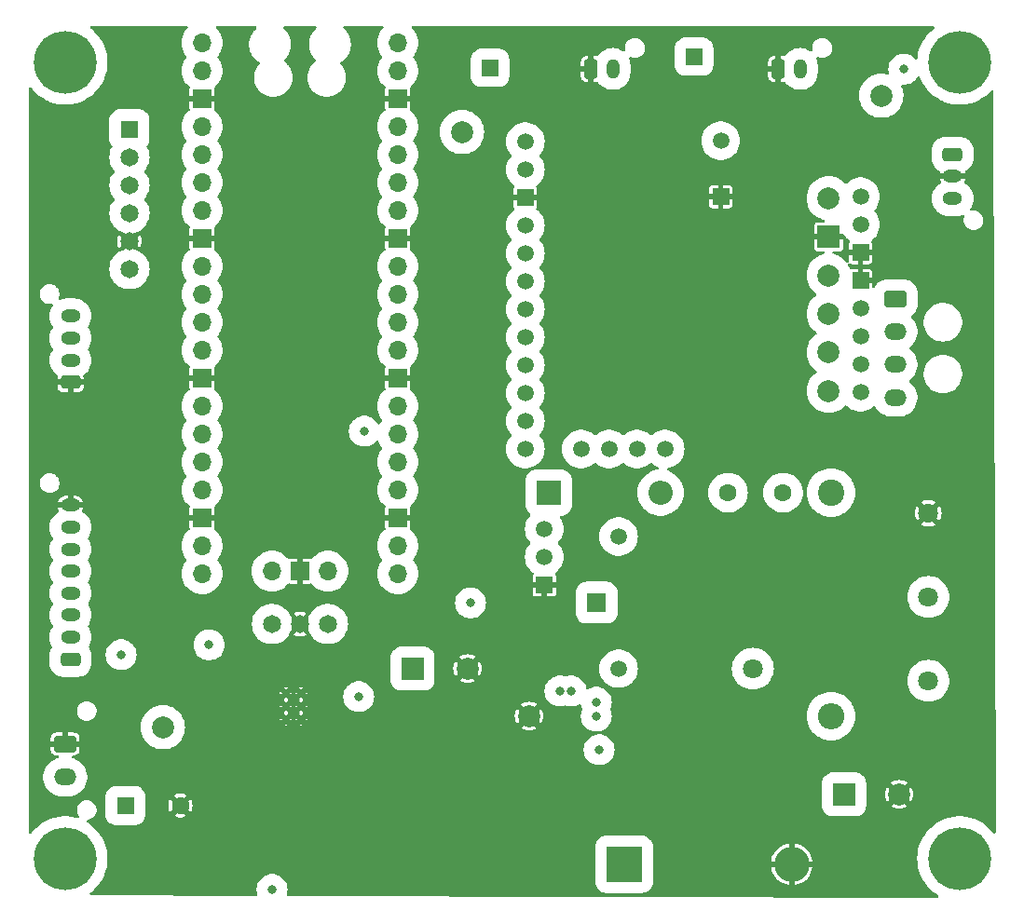
<source format=gbr>
%TF.GenerationSoftware,KiCad,Pcbnew,7.0.10*%
%TF.CreationDate,2024-03-29T16:51:17-04:00*%
%TF.ProjectId,WaveWise_PMIC,57617665-5769-4736-955f-504d49432e6b,rev?*%
%TF.SameCoordinates,Original*%
%TF.FileFunction,Copper,L3,Inr*%
%TF.FilePolarity,Positive*%
%FSLAX46Y46*%
G04 Gerber Fmt 4.6, Leading zero omitted, Abs format (unit mm)*
G04 Created by KiCad (PCBNEW 7.0.10) date 2024-03-29 16:51:17*
%MOMM*%
%LPD*%
G01*
G04 APERTURE LIST*
G04 Aperture macros list*
%AMRoundRect*
0 Rectangle with rounded corners*
0 $1 Rounding radius*
0 $2 $3 $4 $5 $6 $7 $8 $9 X,Y pos of 4 corners*
0 Add a 4 corners polygon primitive as box body*
4,1,4,$2,$3,$4,$5,$6,$7,$8,$9,$2,$3,0*
0 Add four circle primitives for the rounded corners*
1,1,$1+$1,$2,$3*
1,1,$1+$1,$4,$5*
1,1,$1+$1,$6,$7*
1,1,$1+$1,$8,$9*
0 Add four rect primitives between the rounded corners*
20,1,$1+$1,$2,$3,$4,$5,0*
20,1,$1+$1,$4,$5,$6,$7,0*
20,1,$1+$1,$6,$7,$8,$9,0*
20,1,$1+$1,$8,$9,$2,$3,0*%
G04 Aperture macros list end*
%TA.AperFunction,ComponentPad*%
%ADD10C,2.000000*%
%TD*%
%TA.AperFunction,ComponentPad*%
%ADD11RoundRect,0.250001X-0.759999X0.499999X-0.759999X-0.499999X0.759999X-0.499999X0.759999X0.499999X0*%
%TD*%
%TA.AperFunction,ComponentPad*%
%ADD12O,2.020000X1.500000*%
%TD*%
%TA.AperFunction,ComponentPad*%
%ADD13RoundRect,0.250000X0.650000X-0.350000X0.650000X0.350000X-0.650000X0.350000X-0.650000X-0.350000X0*%
%TD*%
%TA.AperFunction,ComponentPad*%
%ADD14O,1.800000X1.200000*%
%TD*%
%TA.AperFunction,ComponentPad*%
%ADD15RoundRect,0.250000X-0.350000X-0.650000X0.350000X-0.650000X0.350000X0.650000X-0.350000X0.650000X0*%
%TD*%
%TA.AperFunction,ComponentPad*%
%ADD16O,1.200000X1.800000*%
%TD*%
%TA.AperFunction,ComponentPad*%
%ADD17RoundRect,0.250000X-0.650000X0.350000X-0.650000X-0.350000X0.650000X-0.350000X0.650000X0.350000X0*%
%TD*%
%TA.AperFunction,ComponentPad*%
%ADD18R,1.650000X1.650000*%
%TD*%
%TA.AperFunction,ComponentPad*%
%ADD19C,1.650000*%
%TD*%
%TA.AperFunction,ComponentPad*%
%ADD20R,1.500000X1.500000*%
%TD*%
%TA.AperFunction,ComponentPad*%
%ADD21C,1.500000*%
%TD*%
%TA.AperFunction,ComponentPad*%
%ADD22C,5.700000*%
%TD*%
%TA.AperFunction,ComponentPad*%
%ADD23R,2.000000X2.000000*%
%TD*%
%TA.AperFunction,ComponentPad*%
%ADD24C,1.651000*%
%TD*%
%TA.AperFunction,ComponentPad*%
%ADD25O,2.400000X2.400000*%
%TD*%
%TA.AperFunction,ComponentPad*%
%ADD26C,2.400000*%
%TD*%
%TA.AperFunction,ComponentPad*%
%ADD27C,1.498600*%
%TD*%
%TA.AperFunction,ComponentPad*%
%ADD28C,1.803400*%
%TD*%
%TA.AperFunction,ComponentPad*%
%ADD29R,1.803400X1.803400*%
%TD*%
%TA.AperFunction,ComponentPad*%
%ADD30O,3.200000X3.200000*%
%TD*%
%TA.AperFunction,ComponentPad*%
%ADD31R,3.200000X3.200000*%
%TD*%
%TA.AperFunction,ComponentPad*%
%ADD32C,1.600000*%
%TD*%
%TA.AperFunction,ComponentPad*%
%ADD33R,2.200000X2.200000*%
%TD*%
%TA.AperFunction,ComponentPad*%
%ADD34O,2.200000X2.200000*%
%TD*%
%TA.AperFunction,ComponentPad*%
%ADD35C,0.500000*%
%TD*%
%TA.AperFunction,ComponentPad*%
%ADD36O,1.700000X1.700000*%
%TD*%
%TA.AperFunction,ComponentPad*%
%ADD37R,1.700000X1.700000*%
%TD*%
%TA.AperFunction,ComponentPad*%
%ADD38R,1.600000X1.600000*%
%TD*%
%TA.AperFunction,ViaPad*%
%ADD39C,0.800000*%
%TD*%
G04 APERTURE END LIST*
D10*
%TO.N,+3.3V*%
%TO.C,3V1*%
X90678000Y-60960000D03*
%TD*%
D11*
%TO.N,GND*%
%TO.C,J1*%
X54610000Y-116586000D03*
D12*
%TO.N,+24V*%
X54610000Y-119586000D03*
%TD*%
D13*
%TO.N,GND*%
%TO.C,J6*%
X55099750Y-83687500D03*
D14*
%TO.N,/Connectors/rockblock_TX*%
X55099750Y-81687500D03*
%TO.N,/Connectors/rockblock_RX*%
X55099750Y-79687500D03*
%TO.N,+5V*%
X55099750Y-77687500D03*
%TD*%
D15*
%TO.N,GND*%
%TO.C,J11*%
X102378000Y-55214000D03*
D16*
%TO.N,VBUS*%
X104378000Y-55214000D03*
%TD*%
D14*
%TO.N,GND*%
%TO.C,J8*%
X55099750Y-94870000D03*
%TO.N,batt_sense*%
X55099750Y-96870000D03*
%TO.N,panel_sense*%
X55099750Y-98870000D03*
%TO.N,/Connectors/SICO_PUMP_CONTROL*%
X55099750Y-100870000D03*
%TO.N,/Connectors/SICO_RX*%
X55099750Y-102870000D03*
%TO.N,/Connectors/SICO_TX*%
X55099750Y-104870000D03*
%TO.N,+5V*%
X55099750Y-106870000D03*
D13*
%TO.N,+24V*%
X55099750Y-108870000D03*
%TD*%
D17*
%TO.N,+5V*%
%TO.C,J9*%
X135255000Y-62992000D03*
D14*
%TO.N,GND*%
X135255000Y-64992000D03*
%TO.N,/Connectors/PWM_Servo*%
X135255000Y-66992000D03*
%TD*%
D15*
%TO.N,GND*%
%TO.C,J10*%
X119396000Y-55214000D03*
D16*
%TO.N,+BATT*%
X121396000Y-55214000D03*
%TD*%
D11*
%TO.N,/AOUT1*%
%TO.C,J5*%
X130048000Y-76090000D03*
D12*
%TO.N,/AOUT2*%
X130048000Y-79090000D03*
%TO.N,/BOUT1*%
X130048000Y-82090000D03*
%TO.N,/BOUT2*%
X130048000Y-85090000D03*
%TD*%
D18*
%TO.N,/Connectors/GPIO1*%
%TO.C,J2*%
X60452000Y-60706000D03*
D19*
%TO.N,/Connectors/GPIO2*%
X60452000Y-63246000D03*
%TO.N,/Connectors/GPIO3*%
X60452000Y-65786000D03*
%TO.N,/Connectors/GPIO4*%
X60452000Y-68326000D03*
%TO.N,GND*%
X60452000Y-70866000D03*
%TO.N,+5V*%
X60452000Y-73406000D03*
%TD*%
D20*
%TO.N,GND*%
%TO.C,Q2*%
X98150000Y-102108000D03*
D21*
%TO.N,Net-(Q2-B)*%
X98150000Y-99568000D03*
%TO.N,Net-(D2-A)*%
X98150000Y-97028000D03*
%TD*%
D20*
%TO.N,/Connectors/Batt V Sense*%
%TO.C,BatteryV1*%
X111760000Y-54102000D03*
%TD*%
D22*
%TO.N,Net-(HE1-Pad1)*%
%TO.C,HE1*%
X54610000Y-127000000D03*
%TD*%
D23*
%TO.N,+5V*%
%TO.C,C6*%
X86186000Y-109728000D03*
D10*
%TO.N,GND*%
X91186000Y-109728000D03*
%TD*%
D24*
%TO.N,/Connectors/SWCLK*%
%TO.C,J3*%
X73406000Y-105664000D03*
%TO.N,GND*%
X75946000Y-105664000D03*
%TO.N,/Connectors/SWDIO*%
X78486000Y-105664000D03*
%TD*%
D25*
%TO.N,+48V*%
%TO.C,R7*%
X124206000Y-114046000D03*
D26*
%TO.N,Net-(C2-Pad1)*%
X124206000Y-93726000D03*
%TD*%
D27*
%TO.N,+5V*%
%TO.C,K1*%
X104902000Y-97728002D03*
D28*
%TO.N,/Inverter_Input*%
X117101198Y-109728000D03*
D27*
%TO.N,Net-(D2-A)*%
X104902000Y-109728000D03*
D29*
%TO.N,+48V*%
X102901999Y-103728001D03*
%TD*%
D10*
%TO.N,+24V*%
%TO.C,24V_1*%
X63500000Y-115062000D03*
%TD*%
D28*
%TO.N,+48V*%
%TO.C,J13*%
X133050000Y-110832900D03*
%TO.N,/Inverter_Input*%
X133050000Y-103212900D03*
%TO.N,GND*%
X133050000Y-95592900D03*
%TD*%
D30*
%TO.N,GND*%
%TO.C,D1*%
X120650000Y-127508000D03*
D31*
%TO.N,Net-(D1-K)*%
X105410000Y-127508000D03*
%TD*%
D22*
%TO.N,Net-(H4-Pad1)*%
%TO.C,H4*%
X135890000Y-127000000D03*
%TD*%
D32*
%TO.N,Net-(C2-Pad1)*%
%TO.C,C2*%
X119848000Y-93726000D03*
%TO.N,/Inverter_Input*%
X114848000Y-93726000D03*
%TD*%
D22*
%TO.N,Net-(H1-Pad1)*%
%TO.C,H1*%
X54610000Y-54610000D03*
%TD*%
D20*
%TO.N,/Connectors/Panel V Sense*%
%TO.C,PanelV1*%
X93218000Y-55118000D03*
%TD*%
D10*
%TO.N,GND*%
%TO.C,GND1*%
X96774000Y-114046000D03*
%TD*%
D33*
%TO.N,+5V*%
%TO.C,D2*%
X98552000Y-93726000D03*
D34*
%TO.N,Net-(D2-A)*%
X108712000Y-93726000D03*
%TD*%
D10*
%TO.N,+48V*%
%TO.C,U2*%
X123988500Y-66978200D03*
D21*
X126884100Y-66825800D03*
X126884100Y-69365800D03*
D10*
%TO.N,/AOUT1*%
X123988500Y-73978200D03*
D21*
X126884100Y-76985800D03*
D10*
%TO.N,/AOUT2*%
X123988500Y-77478200D03*
D21*
X126884100Y-79525800D03*
D10*
%TO.N,/BOUT1*%
X123988500Y-80978200D03*
D21*
X126884100Y-82065800D03*
D10*
%TO.N,/BOUT2*%
X123988500Y-84478200D03*
D21*
X126884100Y-84605800D03*
%TO.N,/PICO (BICO)/MOTOR_BEMF*%
X109129500Y-89762000D03*
%TO.N,/PICO (BICO)/MOTOR_STALL*%
X106589500Y-89762000D03*
%TO.N,unconnected-(U2-BIN2-Pad8)*%
X104049500Y-89762000D03*
%TO.N,unconnected-(U2-BIN1-Pad9)*%
X101509500Y-89762000D03*
%TO.N,/PICO (BICO)/MOTOR_FLT*%
X96429500Y-89762000D03*
%TO.N,/PICO (BICO)/MOTOR_RESET*%
X96429500Y-87222000D03*
%TO.N,/PICO (BICO)/MOTOR_SLP*%
X96429500Y-84682000D03*
%TO.N,/PICO (BICO)/MOTOR_SPI0_CSn*%
X96429500Y-82142000D03*
%TO.N,/PICO (BICO)/MOTOR_SPI0_SCK*%
X96429500Y-79602000D03*
%TO.N,/PICO (BICO)/MOTOR_SPI0_TX*%
X96429500Y-77062000D03*
%TO.N,/PICO (BICO)/MOTOR_SPI0_RX*%
X96429500Y-74522000D03*
%TO.N,/PICO (BICO)/MOTOR_DIR{slash}AIN2*%
X96429500Y-71982000D03*
%TO.N,/PICO (BICO)/MOTOR_STEP{slash}AIN1*%
X96429500Y-69442000D03*
%TO.N,/Pneumatic Control/ICREF*%
X96429500Y-64362000D03*
%TO.N,unconnected-(U2-V5(OUT)-Pad20)*%
X96429500Y-61822000D03*
%TO.N,unconnected-(U2-VM-Pad21)*%
X114184100Y-61745800D03*
D20*
%TO.N,GND*%
X96429500Y-66902000D03*
X114184100Y-66825800D03*
D23*
X123988500Y-70478200D03*
D20*
X126884100Y-71905800D03*
X126884100Y-74445800D03*
%TD*%
D22*
%TO.N,Net-(H2-Pad1)*%
%TO.C,H2*%
X135890000Y-54610000D03*
%TD*%
D35*
%TO.N,GND*%
%TO.C,IC1*%
X76076000Y-114357000D03*
X76076000Y-113157000D03*
X76076000Y-111957000D03*
X74676000Y-114357000D03*
X74676000Y-113157000D03*
X74676000Y-111957000D03*
%TD*%
D10*
%TO.N,GND*%
%TO.C,C1*%
X130394323Y-121158000D03*
D23*
%TO.N,+48V*%
X125394323Y-121158000D03*
%TD*%
D10*
%TO.N,+5V*%
%TO.C,5V1*%
X128778000Y-57658000D03*
%TD*%
D36*
%TO.N,/Connectors/SWDIO*%
%TO.C,U1*%
X78486000Y-100862000D03*
D37*
%TO.N,GND*%
X75946000Y-100862000D03*
D36*
%TO.N,/Connectors/SWCLK*%
X73406000Y-100862000D03*
%TO.N,unconnected-(U1-VBUS-Pad40)*%
X84836000Y-52832000D03*
%TO.N,+5V*%
X84836000Y-55372000D03*
D37*
%TO.N,GND*%
X84836000Y-57912000D03*
D36*
%TO.N,unconnected-(U1-3V3_EN-Pad37)*%
X84836000Y-60452000D03*
%TO.N,+3.3V*%
X84836000Y-62992000D03*
%TO.N,unconnected-(U1-ADC_VREF-Pad35)*%
X84836000Y-65532000D03*
%TO.N,/Connectors/Panel V Sense*%
X84836000Y-68072000D03*
D37*
%TO.N,GND*%
X84836000Y-70612000D03*
D36*
%TO.N,/Connectors/Batt V Sense*%
X84836000Y-73152000D03*
%TO.N,/PICO (BICO)/MOTOR_BEMF*%
X84836000Y-75692000D03*
%TO.N,unconnected-(U1-RUN-Pad30)*%
X84836000Y-78232000D03*
%TO.N,/PICO (BICO)/MOTOR_STALL*%
X84836000Y-80772000D03*
D37*
%TO.N,GND*%
X84836000Y-83312000D03*
D36*
%TO.N,/PICO (BICO)/MOTOR_STEP{slash}AIN1*%
X84836000Y-85852000D03*
%TO.N,/PICO (BICO)/MOTOR_DIR{slash}AIN2*%
X84836000Y-88392000D03*
%TO.N,/PICO (BICO)/MOTOR_SPI0_TX*%
X84836000Y-90932000D03*
%TO.N,/PICO (BICO)/MOTOR_SPI0_SCK*%
X84836000Y-93472000D03*
D37*
%TO.N,GND*%
X84836000Y-96012000D03*
D36*
%TO.N,/PICO (BICO)/MOTOR_SPI0_CSn*%
X84836000Y-98552000D03*
%TO.N,/PICO (BICO)/MOTOR_SPI0_RX*%
X84836000Y-101092000D03*
%TO.N,/PICO (BICO)/MOTOR_FLT*%
X67056000Y-101092000D03*
%TO.N,/PICO (BICO)/MOTOR_RESET*%
X67056000Y-98552000D03*
D37*
%TO.N,GND*%
X67056000Y-96012000D03*
D36*
%TO.N,/PICO (BICO)/MOTOR_SLP*%
X67056000Y-93472000D03*
%TO.N,/Connectors/PANEL_SENSE_DIO*%
X67056000Y-90932000D03*
%TO.N,/Connectors/BATT_SENSE_DIO*%
X67056000Y-88392000D03*
%TO.N,unconnected-(U1-GPIO10-Pad14)*%
X67056000Y-85852000D03*
D37*
%TO.N,GND*%
X67056000Y-83312000D03*
D36*
%TO.N,/PICO (BICO)/BICO_PUMP_CTRL*%
X67056000Y-80772000D03*
%TO.N,/Connectors/PWM_Servo*%
X67056000Y-78232000D03*
%TO.N,unconnected-(U1-GPIO7-Pad10)*%
X67056000Y-75692000D03*
%TO.N,unconnected-(U1-GPIO6-Pad9)*%
X67056000Y-73152000D03*
D37*
%TO.N,GND*%
X67056000Y-70612000D03*
D36*
%TO.N,/Connectors/GPIO4*%
X67056000Y-68072000D03*
%TO.N,/Connectors/GPIO3*%
X67056000Y-65532000D03*
%TO.N,/Connectors/GPIO2*%
X67056000Y-62992000D03*
%TO.N,/Connectors/GPIO1*%
X67056000Y-60452000D03*
D37*
%TO.N,GND*%
X67056000Y-57912000D03*
D36*
%TO.N,/Connectors/BICO_UART_RX*%
X67056000Y-55372000D03*
%TO.N,/Connectors/BICO_UART_TX*%
X67056000Y-52832000D03*
%TD*%
D38*
%TO.N,+24V*%
%TO.C,C9*%
X60081349Y-122174000D03*
D32*
%TO.N,GND*%
X65081349Y-122174000D03*
%TD*%
D39*
%TO.N,+48V*%
X99568000Y-111760000D03*
X100584000Y-111760000D03*
X102870000Y-112776000D03*
X102870000Y-114046000D03*
%TO.N,batt_sense*%
X59690000Y-108458000D03*
%TO.N,/PUMP_CONTROL*%
X91440000Y-103759000D03*
X67691000Y-107569000D03*
%TO.N,+48V*%
X81280000Y-112268000D03*
%TO.N,GND*%
X126492000Y-55118000D03*
X99060000Y-114046000D03*
X121666000Y-122174000D03*
X93218000Y-91694000D03*
X121666000Y-123444000D03*
X121666000Y-118364000D03*
X52324000Y-62484000D03*
X64770000Y-127508000D03*
X122428000Y-117348000D03*
X121666000Y-120904000D03*
X122428000Y-116078000D03*
X135890000Y-117856000D03*
X121666000Y-119634000D03*
%TO.N,+24V*%
X73406000Y-129794000D03*
%TO.N,Net-(D1-K)*%
X103124000Y-117094000D03*
%TO.N,+5V*%
X130810000Y-55245000D03*
%TO.N,/PICO (BICO)/BICO_PUMP_CTRL*%
X81788000Y-88138000D03*
%TD*%
%TA.AperFunction,Conductor*%
%TO.N,GND*%
G36*
X125356152Y-70247885D02*
G01*
X125396499Y-70290199D01*
X125433714Y-70354657D01*
X125539307Y-70487066D01*
X125597298Y-70559785D01*
X125679419Y-70635981D01*
X125789621Y-70738233D01*
X125866811Y-70790860D01*
X125911112Y-70844888D01*
X125919172Y-70914291D01*
X125888429Y-70977034D01*
X125884644Y-70980990D01*
X125882315Y-70983318D01*
X125882311Y-70983325D01*
X125837010Y-71085922D01*
X125837010Y-71085924D01*
X125834100Y-71111005D01*
X125834100Y-71655800D01*
X126438528Y-71655800D01*
X126415418Y-71691760D01*
X126374100Y-71832473D01*
X126374100Y-71979127D01*
X126415418Y-72119840D01*
X126438528Y-72155800D01*
X125834101Y-72155800D01*
X125834101Y-72700596D01*
X125836724Y-72723212D01*
X125824892Y-72792073D01*
X125777710Y-72843605D01*
X125710157Y-72861449D01*
X125643681Y-72839937D01*
X125614282Y-72811805D01*
X125504245Y-72664812D01*
X125504229Y-72664794D01*
X125301905Y-72462470D01*
X125301887Y-72462454D01*
X125072817Y-72290975D01*
X125072809Y-72290970D01*
X124821666Y-72153835D01*
X124821667Y-72153835D01*
X124714415Y-72113832D01*
X124553546Y-72053831D01*
X124553543Y-72053830D01*
X124553537Y-72053828D01*
X124413499Y-72023365D01*
X124352176Y-71989880D01*
X124318691Y-71928557D01*
X124323675Y-71858865D01*
X124365547Y-71802932D01*
X124431011Y-71778515D01*
X124439857Y-71778199D01*
X125033286Y-71778199D01*
X125033308Y-71778197D01*
X125058369Y-71775291D01*
X125058373Y-71775290D01*
X125160974Y-71729988D01*
X125160979Y-71729985D01*
X125240285Y-71650679D01*
X125240288Y-71650674D01*
X125285589Y-71548077D01*
X125285589Y-71548075D01*
X125288499Y-71522994D01*
X125288500Y-71522991D01*
X125288500Y-70728200D01*
X124706983Y-70728200D01*
X124742049Y-70611071D01*
X124752379Y-70433709D01*
X124721529Y-70258746D01*
X124708353Y-70228200D01*
X125289113Y-70228200D01*
X125356152Y-70247885D01*
G37*
%TD.AperFunction*%
%TA.AperFunction,Conductor*%
G36*
X65730674Y-51327685D02*
G01*
X65776429Y-51380489D01*
X65786373Y-51449647D01*
X65757348Y-51513203D01*
X65751316Y-51519681D01*
X65653922Y-51617074D01*
X65653906Y-51617092D01*
X65495285Y-51828986D01*
X65495280Y-51828994D01*
X65368428Y-52061305D01*
X65368426Y-52061309D01*
X65275921Y-52309326D01*
X65219658Y-52567965D01*
X65219657Y-52567972D01*
X65200773Y-52831998D01*
X65200773Y-52832001D01*
X65219657Y-53096027D01*
X65219658Y-53096034D01*
X65275921Y-53354673D01*
X65368427Y-53602692D01*
X65495280Y-53835005D01*
X65495285Y-53835013D01*
X65639520Y-54027690D01*
X65663937Y-54093155D01*
X65649085Y-54161427D01*
X65639520Y-54176310D01*
X65495285Y-54368986D01*
X65495280Y-54368994D01*
X65368428Y-54601305D01*
X65368426Y-54601309D01*
X65275921Y-54849326D01*
X65219658Y-55107965D01*
X65219657Y-55107972D01*
X65200773Y-55371998D01*
X65200773Y-55372001D01*
X65219657Y-55636027D01*
X65219658Y-55636034D01*
X65275921Y-55894673D01*
X65368426Y-56142690D01*
X65368428Y-56142694D01*
X65495280Y-56375005D01*
X65495285Y-56375013D01*
X65653906Y-56586907D01*
X65653922Y-56586925D01*
X65841074Y-56774077D01*
X65841092Y-56774093D01*
X65885448Y-56807297D01*
X65927320Y-56863230D01*
X65932304Y-56932922D01*
X65924573Y-56956648D01*
X65908911Y-56992119D01*
X65908910Y-56992124D01*
X65906000Y-57017205D01*
X65906000Y-57662000D01*
X66610428Y-57662000D01*
X66587318Y-57697960D01*
X66546000Y-57838673D01*
X66546000Y-57985327D01*
X66587318Y-58126040D01*
X66610428Y-58162000D01*
X65906001Y-58162000D01*
X65906001Y-58806785D01*
X65906002Y-58806808D01*
X65908908Y-58831869D01*
X65908910Y-58831876D01*
X65924573Y-58867350D01*
X65933643Y-58936628D01*
X65903819Y-58999813D01*
X65885451Y-59016699D01*
X65841091Y-59049907D01*
X65841074Y-59049922D01*
X65653922Y-59237074D01*
X65653906Y-59237092D01*
X65495285Y-59448986D01*
X65495280Y-59448994D01*
X65368428Y-59681305D01*
X65368426Y-59681309D01*
X65275921Y-59929326D01*
X65219658Y-60187965D01*
X65219657Y-60187972D01*
X65200773Y-60451998D01*
X65200773Y-60452001D01*
X65219657Y-60716027D01*
X65219658Y-60716034D01*
X65275921Y-60974673D01*
X65368426Y-61222690D01*
X65368428Y-61222694D01*
X65495280Y-61455005D01*
X65495285Y-61455013D01*
X65639520Y-61647690D01*
X65663937Y-61713155D01*
X65649085Y-61781427D01*
X65639520Y-61796310D01*
X65495285Y-61988986D01*
X65495280Y-61988994D01*
X65368428Y-62221305D01*
X65368426Y-62221309D01*
X65275921Y-62469326D01*
X65219658Y-62727965D01*
X65219657Y-62727972D01*
X65200773Y-62991998D01*
X65200773Y-62992001D01*
X65219657Y-63256027D01*
X65219658Y-63256034D01*
X65275921Y-63514673D01*
X65368426Y-63762690D01*
X65368428Y-63762694D01*
X65495280Y-63995005D01*
X65495285Y-63995013D01*
X65639520Y-64187690D01*
X65663937Y-64253155D01*
X65649085Y-64321427D01*
X65639520Y-64336310D01*
X65495285Y-64528986D01*
X65495280Y-64528994D01*
X65368428Y-64761305D01*
X65368426Y-64761309D01*
X65275921Y-65009326D01*
X65219658Y-65267965D01*
X65219657Y-65267972D01*
X65200773Y-65531998D01*
X65200773Y-65532001D01*
X65219657Y-65796027D01*
X65219658Y-65796034D01*
X65275921Y-66054673D01*
X65368426Y-66302690D01*
X65368428Y-66302694D01*
X65495280Y-66535005D01*
X65495285Y-66535013D01*
X65639520Y-66727690D01*
X65663937Y-66793155D01*
X65649085Y-66861427D01*
X65639520Y-66876310D01*
X65495285Y-67068986D01*
X65495280Y-67068994D01*
X65368428Y-67301305D01*
X65368426Y-67301309D01*
X65275921Y-67549326D01*
X65219658Y-67807965D01*
X65219657Y-67807972D01*
X65200773Y-68071998D01*
X65200773Y-68072001D01*
X65219657Y-68336027D01*
X65219658Y-68336034D01*
X65275921Y-68594673D01*
X65368426Y-68842690D01*
X65368428Y-68842694D01*
X65495280Y-69075005D01*
X65495285Y-69075013D01*
X65653906Y-69286907D01*
X65653922Y-69286925D01*
X65841074Y-69474077D01*
X65841092Y-69474093D01*
X65885448Y-69507297D01*
X65927320Y-69563230D01*
X65932304Y-69632922D01*
X65924573Y-69656648D01*
X65908911Y-69692119D01*
X65908910Y-69692124D01*
X65906000Y-69717205D01*
X65906000Y-70362000D01*
X66610428Y-70362000D01*
X66587318Y-70397960D01*
X66546000Y-70538673D01*
X66546000Y-70685327D01*
X66587318Y-70826040D01*
X66610428Y-70862000D01*
X65906001Y-70862000D01*
X65906001Y-71506785D01*
X65906002Y-71506808D01*
X65908908Y-71531869D01*
X65908910Y-71531876D01*
X65924573Y-71567350D01*
X65933643Y-71636628D01*
X65903819Y-71699813D01*
X65885451Y-71716699D01*
X65841091Y-71749907D01*
X65841074Y-71749922D01*
X65653922Y-71937074D01*
X65653906Y-71937092D01*
X65495285Y-72148986D01*
X65495280Y-72148994D01*
X65368428Y-72381305D01*
X65368426Y-72381309D01*
X65275921Y-72629326D01*
X65219658Y-72887965D01*
X65219657Y-72887972D01*
X65200773Y-73151998D01*
X65200773Y-73152001D01*
X65219657Y-73416027D01*
X65219658Y-73416034D01*
X65275921Y-73674673D01*
X65368426Y-73922690D01*
X65368428Y-73922694D01*
X65495280Y-74155005D01*
X65495285Y-74155013D01*
X65639520Y-74347690D01*
X65663937Y-74413155D01*
X65649085Y-74481427D01*
X65639520Y-74496310D01*
X65495285Y-74688986D01*
X65495280Y-74688994D01*
X65368428Y-74921305D01*
X65368426Y-74921309D01*
X65275921Y-75169326D01*
X65219658Y-75427965D01*
X65219657Y-75427972D01*
X65200773Y-75691998D01*
X65200773Y-75692001D01*
X65219657Y-75956027D01*
X65219658Y-75956034D01*
X65275921Y-76214673D01*
X65368426Y-76462690D01*
X65368428Y-76462694D01*
X65495280Y-76695005D01*
X65495285Y-76695013D01*
X65639520Y-76887690D01*
X65663937Y-76953155D01*
X65649085Y-77021427D01*
X65639520Y-77036310D01*
X65495285Y-77228986D01*
X65495280Y-77228994D01*
X65368428Y-77461305D01*
X65368426Y-77461309D01*
X65275921Y-77709326D01*
X65219658Y-77967965D01*
X65219657Y-77967972D01*
X65200773Y-78231998D01*
X65200773Y-78232001D01*
X65219657Y-78496027D01*
X65219658Y-78496034D01*
X65275921Y-78754673D01*
X65368426Y-79002690D01*
X65368428Y-79002694D01*
X65495280Y-79235005D01*
X65495285Y-79235013D01*
X65639520Y-79427690D01*
X65663937Y-79493155D01*
X65649085Y-79561427D01*
X65639520Y-79576310D01*
X65495285Y-79768986D01*
X65495280Y-79768994D01*
X65368428Y-80001305D01*
X65368426Y-80001309D01*
X65275921Y-80249326D01*
X65219658Y-80507965D01*
X65219657Y-80507972D01*
X65200773Y-80771998D01*
X65200773Y-80772001D01*
X65219657Y-81036027D01*
X65219658Y-81036034D01*
X65275921Y-81294673D01*
X65368426Y-81542690D01*
X65368428Y-81542694D01*
X65495280Y-81775005D01*
X65495285Y-81775013D01*
X65653906Y-81986907D01*
X65653922Y-81986925D01*
X65841074Y-82174077D01*
X65841092Y-82174093D01*
X65885448Y-82207297D01*
X65927320Y-82263230D01*
X65932304Y-82332922D01*
X65924573Y-82356648D01*
X65908911Y-82392119D01*
X65908910Y-82392124D01*
X65906000Y-82417205D01*
X65906000Y-83062000D01*
X66610428Y-83062000D01*
X66587318Y-83097960D01*
X66546000Y-83238673D01*
X66546000Y-83385327D01*
X66587318Y-83526040D01*
X66610428Y-83562000D01*
X65906001Y-83562000D01*
X65906001Y-84206785D01*
X65906002Y-84206808D01*
X65908908Y-84231869D01*
X65908910Y-84231876D01*
X65924573Y-84267350D01*
X65933643Y-84336628D01*
X65903819Y-84399813D01*
X65885451Y-84416699D01*
X65841091Y-84449907D01*
X65841074Y-84449922D01*
X65653922Y-84637074D01*
X65653906Y-84637092D01*
X65495285Y-84848986D01*
X65495280Y-84848994D01*
X65368428Y-85081305D01*
X65368426Y-85081309D01*
X65275921Y-85329326D01*
X65219658Y-85587965D01*
X65219657Y-85587972D01*
X65200773Y-85851998D01*
X65200773Y-85852001D01*
X65219657Y-86116027D01*
X65219658Y-86116034D01*
X65275921Y-86374673D01*
X65368426Y-86622690D01*
X65368428Y-86622694D01*
X65495280Y-86855005D01*
X65495285Y-86855013D01*
X65639520Y-87047690D01*
X65663937Y-87113155D01*
X65649085Y-87181427D01*
X65639520Y-87196310D01*
X65495285Y-87388986D01*
X65495280Y-87388994D01*
X65368428Y-87621305D01*
X65368426Y-87621309D01*
X65275921Y-87869326D01*
X65219658Y-88127965D01*
X65219657Y-88127972D01*
X65200773Y-88391998D01*
X65200773Y-88392001D01*
X65219657Y-88656027D01*
X65219658Y-88656034D01*
X65275921Y-88914673D01*
X65368426Y-89162690D01*
X65368428Y-89162694D01*
X65495280Y-89395005D01*
X65495285Y-89395013D01*
X65639520Y-89587690D01*
X65663937Y-89653155D01*
X65649085Y-89721427D01*
X65639520Y-89736310D01*
X65495285Y-89928986D01*
X65495280Y-89928994D01*
X65368428Y-90161305D01*
X65368426Y-90161309D01*
X65275921Y-90409326D01*
X65219658Y-90667965D01*
X65219657Y-90667972D01*
X65200773Y-90931998D01*
X65200773Y-90932001D01*
X65219657Y-91196027D01*
X65219658Y-91196034D01*
X65275921Y-91454673D01*
X65368426Y-91702690D01*
X65368428Y-91702694D01*
X65495280Y-91935005D01*
X65495285Y-91935013D01*
X65639520Y-92127690D01*
X65663937Y-92193155D01*
X65649085Y-92261427D01*
X65639520Y-92276310D01*
X65495285Y-92468986D01*
X65495280Y-92468994D01*
X65368428Y-92701305D01*
X65368426Y-92701309D01*
X65275921Y-92949326D01*
X65219658Y-93207965D01*
X65219657Y-93207972D01*
X65200773Y-93471998D01*
X65200773Y-93472001D01*
X65219657Y-93736027D01*
X65219658Y-93736034D01*
X65275921Y-93994673D01*
X65368426Y-94242690D01*
X65368428Y-94242694D01*
X65495280Y-94475005D01*
X65495285Y-94475013D01*
X65653906Y-94686907D01*
X65653922Y-94686925D01*
X65841074Y-94874077D01*
X65841092Y-94874093D01*
X65885448Y-94907297D01*
X65927320Y-94963230D01*
X65932304Y-95032922D01*
X65924573Y-95056648D01*
X65908911Y-95092119D01*
X65908910Y-95092124D01*
X65906000Y-95117205D01*
X65906000Y-95762000D01*
X66610428Y-95762000D01*
X66587318Y-95797960D01*
X66546000Y-95938673D01*
X66546000Y-96085327D01*
X66587318Y-96226040D01*
X66610428Y-96262000D01*
X65906001Y-96262000D01*
X65906001Y-96906785D01*
X65906002Y-96906808D01*
X65908908Y-96931869D01*
X65908910Y-96931876D01*
X65924573Y-96967350D01*
X65933643Y-97036628D01*
X65903819Y-97099813D01*
X65885451Y-97116699D01*
X65841091Y-97149907D01*
X65841074Y-97149922D01*
X65653922Y-97337074D01*
X65653906Y-97337092D01*
X65495285Y-97548986D01*
X65495280Y-97548994D01*
X65368428Y-97781305D01*
X65368426Y-97781309D01*
X65275921Y-98029326D01*
X65219658Y-98287965D01*
X65219657Y-98287972D01*
X65200773Y-98551998D01*
X65200773Y-98552001D01*
X65219657Y-98816027D01*
X65219658Y-98816034D01*
X65275921Y-99074673D01*
X65368426Y-99322690D01*
X65368428Y-99322694D01*
X65495280Y-99555005D01*
X65495285Y-99555013D01*
X65639520Y-99747690D01*
X65663937Y-99813155D01*
X65649085Y-99881427D01*
X65639520Y-99896310D01*
X65495285Y-100088986D01*
X65495280Y-100088994D01*
X65368428Y-100321305D01*
X65368426Y-100321309D01*
X65275921Y-100569326D01*
X65219658Y-100827965D01*
X65219657Y-100827972D01*
X65200773Y-101091998D01*
X65200773Y-101092001D01*
X65219657Y-101356027D01*
X65219658Y-101356034D01*
X65275921Y-101614673D01*
X65368426Y-101862690D01*
X65368428Y-101862694D01*
X65495280Y-102095005D01*
X65495285Y-102095013D01*
X65653906Y-102306907D01*
X65653922Y-102306925D01*
X65841074Y-102494077D01*
X65841092Y-102494093D01*
X66052986Y-102652714D01*
X66052994Y-102652719D01*
X66285305Y-102779571D01*
X66285309Y-102779573D01*
X66285311Y-102779574D01*
X66533322Y-102872077D01*
X66533325Y-102872077D01*
X66533326Y-102872078D01*
X66674591Y-102902808D01*
X66791974Y-102928343D01*
X67035660Y-102945772D01*
X67055999Y-102947227D01*
X67056000Y-102947227D01*
X67056001Y-102947227D01*
X67074885Y-102945876D01*
X67320026Y-102928343D01*
X67578678Y-102872077D01*
X67826689Y-102779574D01*
X68059011Y-102652716D01*
X68270915Y-102494087D01*
X68458087Y-102306915D01*
X68616716Y-102095011D01*
X68743574Y-101862689D01*
X68836077Y-101614678D01*
X68892343Y-101356026D01*
X68911227Y-101092000D01*
X68910085Y-101076040D01*
X68904150Y-100993059D01*
X68894777Y-100862001D01*
X71550773Y-100862001D01*
X71569657Y-101126027D01*
X71569658Y-101126034D01*
X71625921Y-101384673D01*
X71718426Y-101632690D01*
X71718428Y-101632694D01*
X71845280Y-101865005D01*
X71845285Y-101865013D01*
X72003906Y-102076907D01*
X72003922Y-102076925D01*
X72191074Y-102264077D01*
X72191092Y-102264093D01*
X72402986Y-102422714D01*
X72402994Y-102422719D01*
X72635305Y-102549571D01*
X72635309Y-102549573D01*
X72635311Y-102549574D01*
X72883322Y-102642077D01*
X72883325Y-102642077D01*
X72883326Y-102642078D01*
X73037513Y-102675619D01*
X73141974Y-102698343D01*
X73385660Y-102715772D01*
X73405999Y-102717227D01*
X73406000Y-102717227D01*
X73406001Y-102717227D01*
X73424885Y-102715876D01*
X73670026Y-102698343D01*
X73928678Y-102642077D01*
X74176689Y-102549574D01*
X74409011Y-102422716D01*
X74620915Y-102264087D01*
X74808087Y-102076915D01*
X74841297Y-102032550D01*
X74897229Y-101990680D01*
X74966921Y-101985694D01*
X74990650Y-101993427D01*
X75026120Y-102009088D01*
X75026124Y-102009089D01*
X75051206Y-102011999D01*
X75695999Y-102011999D01*
X75696000Y-102011998D01*
X75696000Y-101308494D01*
X75800839Y-101356373D01*
X75909527Y-101372000D01*
X75982473Y-101372000D01*
X76091161Y-101356373D01*
X76196000Y-101308494D01*
X76196000Y-102011999D01*
X76840786Y-102011999D01*
X76840808Y-102011997D01*
X76865869Y-102009091D01*
X76865875Y-102009089D01*
X76901348Y-101993427D01*
X76970626Y-101984355D01*
X77033811Y-102014179D01*
X77050700Y-102032549D01*
X77083909Y-102076910D01*
X77083922Y-102076925D01*
X77271074Y-102264077D01*
X77271092Y-102264093D01*
X77482986Y-102422714D01*
X77482994Y-102422719D01*
X77715305Y-102549571D01*
X77715309Y-102549573D01*
X77715311Y-102549574D01*
X77963322Y-102642077D01*
X77963325Y-102642077D01*
X77963326Y-102642078D01*
X78117513Y-102675619D01*
X78221974Y-102698343D01*
X78465660Y-102715772D01*
X78485999Y-102717227D01*
X78486000Y-102717227D01*
X78486001Y-102717227D01*
X78504885Y-102715876D01*
X78750026Y-102698343D01*
X79008678Y-102642077D01*
X79256689Y-102549574D01*
X79489011Y-102422716D01*
X79700915Y-102264087D01*
X79888087Y-102076915D01*
X80046716Y-101865011D01*
X80173574Y-101632689D01*
X80266077Y-101384678D01*
X80322343Y-101126026D01*
X80341227Y-100862000D01*
X80322343Y-100597974D01*
X80266077Y-100339322D01*
X80173574Y-100091311D01*
X80172304Y-100088986D01*
X80046719Y-99858994D01*
X80046714Y-99858986D01*
X79888093Y-99647092D01*
X79888077Y-99647074D01*
X79700925Y-99459922D01*
X79700907Y-99459906D01*
X79489013Y-99301285D01*
X79489005Y-99301280D01*
X79256694Y-99174428D01*
X79256690Y-99174426D01*
X79008673Y-99081921D01*
X78750034Y-99025658D01*
X78750027Y-99025657D01*
X78486001Y-99006773D01*
X78485999Y-99006773D01*
X78221972Y-99025657D01*
X78221965Y-99025658D01*
X77963326Y-99081921D01*
X77715309Y-99174426D01*
X77715305Y-99174428D01*
X77482994Y-99301280D01*
X77482986Y-99301285D01*
X77271092Y-99459906D01*
X77271074Y-99459922D01*
X77083922Y-99647074D01*
X77083904Y-99647095D01*
X77050701Y-99691449D01*
X76994767Y-99733320D01*
X76925076Y-99738304D01*
X76901350Y-99730573D01*
X76865876Y-99714910D01*
X76840794Y-99712000D01*
X76196000Y-99712000D01*
X76196000Y-100415505D01*
X76091161Y-100367627D01*
X75982473Y-100352000D01*
X75909527Y-100352000D01*
X75800839Y-100367627D01*
X75696000Y-100415505D01*
X75696000Y-99712000D01*
X75051214Y-99712000D01*
X75051191Y-99712002D01*
X75026130Y-99714908D01*
X75026126Y-99714909D01*
X74990648Y-99730574D01*
X74921370Y-99739643D01*
X74858185Y-99709818D01*
X74841299Y-99691449D01*
X74808095Y-99647095D01*
X74808090Y-99647090D01*
X74808087Y-99647085D01*
X74808083Y-99647081D01*
X74808077Y-99647074D01*
X74620925Y-99459922D01*
X74620907Y-99459906D01*
X74409013Y-99301285D01*
X74409005Y-99301280D01*
X74176694Y-99174428D01*
X74176690Y-99174426D01*
X73928673Y-99081921D01*
X73670034Y-99025658D01*
X73670027Y-99025657D01*
X73406001Y-99006773D01*
X73405999Y-99006773D01*
X73141972Y-99025657D01*
X73141965Y-99025658D01*
X72883326Y-99081921D01*
X72635309Y-99174426D01*
X72635305Y-99174428D01*
X72402994Y-99301280D01*
X72402986Y-99301285D01*
X72191092Y-99459906D01*
X72191074Y-99459922D01*
X72003922Y-99647074D01*
X72003906Y-99647092D01*
X71845285Y-99858986D01*
X71845280Y-99858994D01*
X71718428Y-100091305D01*
X71718426Y-100091309D01*
X71625921Y-100339326D01*
X71569658Y-100597965D01*
X71569657Y-100597972D01*
X71550773Y-100861998D01*
X71550773Y-100862001D01*
X68894777Y-100862001D01*
X68892343Y-100827974D01*
X68842310Y-100597974D01*
X68836078Y-100569326D01*
X68831427Y-100556857D01*
X68743574Y-100321311D01*
X68645195Y-100141145D01*
X68616719Y-100088994D01*
X68616714Y-100088986D01*
X68472479Y-99896310D01*
X68448062Y-99830846D01*
X68462914Y-99762573D01*
X68472479Y-99747690D01*
X68583892Y-99598859D01*
X68616716Y-99555011D01*
X68743574Y-99322689D01*
X68836077Y-99074678D01*
X68892343Y-98816026D01*
X68911227Y-98552000D01*
X68892343Y-98287974D01*
X68877706Y-98220687D01*
X68836078Y-98029326D01*
X68831427Y-98016857D01*
X68743574Y-97781311D01*
X68643944Y-97598854D01*
X68616719Y-97548994D01*
X68616714Y-97548986D01*
X68458093Y-97337092D01*
X68458077Y-97337074D01*
X68270925Y-97149922D01*
X68270907Y-97149906D01*
X68226551Y-97116702D01*
X68184679Y-97060769D01*
X68179695Y-96991077D01*
X68187427Y-96967348D01*
X68203089Y-96931876D01*
X68203089Y-96931875D01*
X68205999Y-96906794D01*
X68206000Y-96906791D01*
X68206000Y-96262000D01*
X67501572Y-96262000D01*
X67524682Y-96226040D01*
X67566000Y-96085327D01*
X67566000Y-95938673D01*
X67524682Y-95797960D01*
X67501572Y-95762000D01*
X68205999Y-95762000D01*
X68205999Y-95117214D01*
X68205997Y-95117191D01*
X68203091Y-95092130D01*
X68203089Y-95092124D01*
X68187426Y-95056648D01*
X68178356Y-94987370D01*
X68208180Y-94924185D01*
X68226548Y-94907299D01*
X68270915Y-94874087D01*
X68458087Y-94686915D01*
X68616716Y-94475011D01*
X68743574Y-94242689D01*
X68836077Y-93994678D01*
X68892343Y-93736026D01*
X68911227Y-93472000D01*
X68892343Y-93207974D01*
X68836077Y-92949322D01*
X68743574Y-92701311D01*
X68701027Y-92623393D01*
X68616719Y-92468994D01*
X68616714Y-92468986D01*
X68472479Y-92276310D01*
X68448062Y-92210846D01*
X68462914Y-92142573D01*
X68472479Y-92127690D01*
X68536013Y-92042818D01*
X68616716Y-91935011D01*
X68743574Y-91702689D01*
X68836077Y-91454678D01*
X68892343Y-91196026D01*
X68911227Y-90932000D01*
X68892343Y-90667974D01*
X68836077Y-90409322D01*
X68743574Y-90161311D01*
X68668391Y-90023625D01*
X68616719Y-89928994D01*
X68616714Y-89928986D01*
X68472479Y-89736310D01*
X68448062Y-89670846D01*
X68462914Y-89602573D01*
X68472479Y-89587690D01*
X68594315Y-89424935D01*
X68616716Y-89395011D01*
X68743574Y-89162689D01*
X68836077Y-88914678D01*
X68892343Y-88656026D01*
X68911227Y-88392000D01*
X68892343Y-88127974D01*
X68875513Y-88050606D01*
X68836078Y-87869326D01*
X68787626Y-87739421D01*
X68743574Y-87621311D01*
X68668391Y-87483625D01*
X68616719Y-87388994D01*
X68616714Y-87388986D01*
X68472479Y-87196310D01*
X68448062Y-87130846D01*
X68462914Y-87062573D01*
X68472479Y-87047690D01*
X68537845Y-86960370D01*
X68616716Y-86855011D01*
X68743574Y-86622689D01*
X68836077Y-86374678D01*
X68892343Y-86116026D01*
X68911227Y-85852000D01*
X68892343Y-85587974D01*
X68836077Y-85329322D01*
X68743574Y-85081311D01*
X68676687Y-84958818D01*
X68616719Y-84848994D01*
X68616714Y-84848986D01*
X68458093Y-84637092D01*
X68458077Y-84637074D01*
X68270925Y-84449922D01*
X68270907Y-84449906D01*
X68226551Y-84416702D01*
X68184679Y-84360769D01*
X68179695Y-84291077D01*
X68187427Y-84267348D01*
X68203089Y-84231876D01*
X68203089Y-84231875D01*
X68205999Y-84206794D01*
X68206000Y-84206791D01*
X68206000Y-83562000D01*
X67501572Y-83562000D01*
X67524682Y-83526040D01*
X67566000Y-83385327D01*
X67566000Y-83238673D01*
X67524682Y-83097960D01*
X67501572Y-83062000D01*
X68205999Y-83062000D01*
X68205999Y-82417214D01*
X68205997Y-82417191D01*
X68203091Y-82392130D01*
X68203089Y-82392124D01*
X68187426Y-82356648D01*
X68178356Y-82287370D01*
X68208180Y-82224185D01*
X68226548Y-82207299D01*
X68270915Y-82174087D01*
X68458087Y-81986915D01*
X68616716Y-81775011D01*
X68743574Y-81542689D01*
X68836077Y-81294678D01*
X68892343Y-81036026D01*
X68911227Y-80772000D01*
X68892343Y-80507974D01*
X68878546Y-80444552D01*
X68836078Y-80249326D01*
X68811891Y-80184479D01*
X68743574Y-80001311D01*
X68725219Y-79967697D01*
X68616719Y-79768994D01*
X68616714Y-79768986D01*
X68472479Y-79576310D01*
X68448062Y-79510846D01*
X68462914Y-79442573D01*
X68472479Y-79427690D01*
X68547504Y-79327467D01*
X68616716Y-79235011D01*
X68743574Y-79002689D01*
X68836077Y-78754678D01*
X68892343Y-78496026D01*
X68911227Y-78232000D01*
X68892343Y-77967974D01*
X68847892Y-77763633D01*
X68836078Y-77709326D01*
X68834265Y-77704466D01*
X68743574Y-77461311D01*
X68729945Y-77436352D01*
X68616719Y-77228994D01*
X68616714Y-77228986D01*
X68472479Y-77036310D01*
X68448062Y-76970846D01*
X68462914Y-76902573D01*
X68472479Y-76887690D01*
X68565720Y-76763134D01*
X68616716Y-76695011D01*
X68743574Y-76462689D01*
X68836077Y-76214678D01*
X68892343Y-75956026D01*
X68911227Y-75692000D01*
X68892343Y-75427974D01*
X68842131Y-75197152D01*
X68836078Y-75169326D01*
X68823584Y-75135829D01*
X68743574Y-74921311D01*
X68720607Y-74879251D01*
X68616719Y-74688994D01*
X68616714Y-74688986D01*
X68472479Y-74496310D01*
X68448062Y-74430846D01*
X68462914Y-74362573D01*
X68472479Y-74347690D01*
X68537845Y-74260370D01*
X68616716Y-74155011D01*
X68743574Y-73922689D01*
X68836077Y-73674678D01*
X68892343Y-73416026D01*
X68911227Y-73152000D01*
X68909879Y-73133159D01*
X68908525Y-73114230D01*
X68892343Y-72887974D01*
X68843796Y-72664805D01*
X68836078Y-72629326D01*
X68829512Y-72611723D01*
X68743574Y-72381311D01*
X68720607Y-72339251D01*
X68616719Y-72148994D01*
X68616714Y-72148986D01*
X68458093Y-71937092D01*
X68458077Y-71937074D01*
X68270925Y-71749922D01*
X68270907Y-71749906D01*
X68226551Y-71716702D01*
X68184679Y-71660769D01*
X68179695Y-71591077D01*
X68187427Y-71567348D01*
X68203089Y-71531876D01*
X68203089Y-71531875D01*
X68205999Y-71506794D01*
X68206000Y-71506791D01*
X68206000Y-70862000D01*
X67501572Y-70862000D01*
X67524682Y-70826040D01*
X67566000Y-70685327D01*
X67566000Y-70538673D01*
X67524682Y-70397960D01*
X67501572Y-70362000D01*
X68205999Y-70362000D01*
X68205999Y-69717214D01*
X68205997Y-69717191D01*
X68203091Y-69692130D01*
X68203089Y-69692124D01*
X68187426Y-69656648D01*
X68178356Y-69587370D01*
X68208180Y-69524185D01*
X68226548Y-69507299D01*
X68270915Y-69474087D01*
X68458087Y-69286915D01*
X68616716Y-69075011D01*
X68743574Y-68842689D01*
X68836077Y-68594678D01*
X68892343Y-68336026D01*
X68911227Y-68072000D01*
X68909879Y-68053159D01*
X68904392Y-67976434D01*
X68892343Y-67807974D01*
X68836077Y-67549322D01*
X68743574Y-67301311D01*
X68722997Y-67263628D01*
X68616719Y-67068994D01*
X68616714Y-67068986D01*
X68472479Y-66876310D01*
X68448062Y-66810846D01*
X68462914Y-66742573D01*
X68472479Y-66727690D01*
X68534263Y-66645155D01*
X68616716Y-66535011D01*
X68743574Y-66302689D01*
X68836077Y-66054678D01*
X68892343Y-65796026D01*
X68911227Y-65532000D01*
X68909879Y-65513159D01*
X68905370Y-65450110D01*
X68892343Y-65267974D01*
X68836077Y-65009322D01*
X68743574Y-64761311D01*
X68739557Y-64753955D01*
X68616719Y-64528994D01*
X68616714Y-64528986D01*
X68472479Y-64336310D01*
X68448062Y-64270846D01*
X68462914Y-64202573D01*
X68472479Y-64187690D01*
X68582831Y-64040276D01*
X68616716Y-63995011D01*
X68743574Y-63762689D01*
X68836077Y-63514678D01*
X68892343Y-63256026D01*
X68911227Y-62992000D01*
X68909879Y-62973159D01*
X68898271Y-62810857D01*
X68892343Y-62727974D01*
X68836077Y-62469322D01*
X68743574Y-62221311D01*
X68721792Y-62181421D01*
X68616719Y-61988994D01*
X68616714Y-61988986D01*
X68472479Y-61796310D01*
X68448062Y-61730846D01*
X68462914Y-61662573D01*
X68472479Y-61647690D01*
X68537845Y-61560370D01*
X68616716Y-61455011D01*
X68743574Y-61222689D01*
X68836077Y-60974678D01*
X68892343Y-60716026D01*
X68911227Y-60452000D01*
X68892343Y-60187974D01*
X68875513Y-60110606D01*
X68836078Y-59929326D01*
X68816071Y-59875685D01*
X68743574Y-59681311D01*
X68733908Y-59663610D01*
X68616719Y-59448994D01*
X68616714Y-59448986D01*
X68458093Y-59237092D01*
X68458077Y-59237074D01*
X68270925Y-59049922D01*
X68270907Y-59049906D01*
X68226551Y-59016702D01*
X68184679Y-58960769D01*
X68179695Y-58891077D01*
X68187427Y-58867348D01*
X68203089Y-58831876D01*
X68203089Y-58831875D01*
X68205999Y-58806794D01*
X68206000Y-58806791D01*
X68206000Y-58162000D01*
X67501572Y-58162000D01*
X67524682Y-58126040D01*
X67566000Y-57985327D01*
X67566000Y-57838673D01*
X67524682Y-57697960D01*
X67501572Y-57662000D01*
X68205999Y-57662000D01*
X68205999Y-57017214D01*
X68205997Y-57017191D01*
X68203091Y-56992130D01*
X68203089Y-56992124D01*
X68187426Y-56956648D01*
X68178356Y-56887370D01*
X68208180Y-56824185D01*
X68226548Y-56807299D01*
X68270915Y-56774087D01*
X68458087Y-56586915D01*
X68616716Y-56375011D01*
X68743574Y-56142689D01*
X68836077Y-55894678D01*
X68892343Y-55636026D01*
X68911227Y-55372000D01*
X68892343Y-55107974D01*
X68875253Y-55029413D01*
X68836078Y-54849326D01*
X68834742Y-54845745D01*
X68743574Y-54601311D01*
X68740671Y-54595995D01*
X68616719Y-54368994D01*
X68616714Y-54368986D01*
X68472479Y-54176310D01*
X68448062Y-54110846D01*
X68462914Y-54042573D01*
X68472479Y-54027690D01*
X68556388Y-53915600D01*
X68616716Y-53835011D01*
X68743574Y-53602689D01*
X68836077Y-53354678D01*
X68892343Y-53096026D01*
X68911227Y-52832000D01*
X68892343Y-52567974D01*
X68847561Y-52362113D01*
X68836078Y-52309326D01*
X68792600Y-52192757D01*
X68743574Y-52061311D01*
X68682777Y-51949971D01*
X68616719Y-51828994D01*
X68616714Y-51828986D01*
X68458093Y-51617092D01*
X68458077Y-51617074D01*
X68360684Y-51519681D01*
X68327199Y-51458358D01*
X68332183Y-51388666D01*
X68374055Y-51332733D01*
X68439519Y-51308316D01*
X68448365Y-51308000D01*
X71887925Y-51308000D01*
X71954964Y-51327685D01*
X72000719Y-51380489D01*
X72010663Y-51449647D01*
X71981638Y-51513203D01*
X71975593Y-51519694D01*
X71968771Y-51526514D01*
X71956895Y-51536961D01*
X71949369Y-51542772D01*
X71949366Y-51542775D01*
X71865654Y-51629601D01*
X71864070Y-51631215D01*
X71781034Y-51714252D01*
X71781029Y-51714258D01*
X71781026Y-51714261D01*
X71781020Y-51714269D01*
X71775213Y-51722026D01*
X71765223Y-51733770D01*
X71756279Y-51743046D01*
X71688075Y-51838377D01*
X71686497Y-51840533D01*
X71618112Y-51931887D01*
X71611843Y-51943369D01*
X71603862Y-51956088D01*
X71594408Y-51969302D01*
X71542333Y-52070587D01*
X71540893Y-52073304D01*
X71527042Y-52098672D01*
X71487826Y-52170491D01*
X71482074Y-52185910D01*
X71476179Y-52199255D01*
X71467204Y-52216714D01*
X71431522Y-52321302D01*
X71430347Y-52324594D01*
X71399425Y-52407504D01*
X71392825Y-52425199D01*
X71391012Y-52433532D01*
X71388608Y-52444581D01*
X71384804Y-52458246D01*
X71377379Y-52480011D01*
X71377378Y-52480018D01*
X71357919Y-52585363D01*
X71357149Y-52589195D01*
X71335039Y-52690838D01*
X71333383Y-52713982D01*
X71331637Y-52727649D01*
X71326847Y-52753584D01*
X71323056Y-52857312D01*
X71322823Y-52861628D01*
X71315645Y-52961998D01*
X71315645Y-52962001D01*
X71317540Y-52988498D01*
X71317773Y-53001873D01*
X71316686Y-53031595D01*
X71327672Y-53131438D01*
X71328100Y-53136153D01*
X71335039Y-53233160D01*
X71335040Y-53233171D01*
X71341401Y-53262410D01*
X71343491Y-53275201D01*
X71347115Y-53308129D01*
X71371667Y-53402043D01*
X71372865Y-53407048D01*
X71389504Y-53483534D01*
X71392825Y-53498801D01*
X71392825Y-53498802D01*
X71392824Y-53498802D01*
X71404467Y-53530016D01*
X71408253Y-53541984D01*
X71417479Y-53577274D01*
X71454127Y-53663513D01*
X71456186Y-53668677D01*
X71487826Y-53753508D01*
X71487829Y-53753515D01*
X71505407Y-53785708D01*
X71510694Y-53796631D01*
X71526281Y-53833308D01*
X71526287Y-53833320D01*
X71573347Y-53910432D01*
X71576333Y-53915600D01*
X71618109Y-53992107D01*
X71618114Y-53992115D01*
X71642114Y-54024175D01*
X71648691Y-54033886D01*
X71656643Y-54046915D01*
X71671205Y-54070776D01*
X71671205Y-54070777D01*
X71671207Y-54070779D01*
X71671208Y-54070781D01*
X71694599Y-54098889D01*
X71726862Y-54137658D01*
X71730812Y-54142662D01*
X71781029Y-54209742D01*
X71811733Y-54240446D01*
X71819345Y-54248787D01*
X71849163Y-54284617D01*
X71911471Y-54340444D01*
X71916367Y-54345080D01*
X71973258Y-54401971D01*
X71973261Y-54401973D01*
X71973268Y-54401979D01*
X72010712Y-54430010D01*
X72019148Y-54436924D01*
X72056357Y-54470263D01*
X72089039Y-54491885D01*
X72123291Y-54514546D01*
X72129162Y-54518680D01*
X72190887Y-54564887D01*
X72225126Y-54583582D01*
X72274532Y-54632986D01*
X72289385Y-54701259D01*
X72264969Y-54766724D01*
X72250046Y-54783310D01*
X72234193Y-54798020D01*
X72196133Y-54845745D01*
X72190087Y-54852771D01*
X72148572Y-54897514D01*
X72148566Y-54897522D01*
X72114180Y-54947955D01*
X72108677Y-54955412D01*
X72070609Y-55003149D01*
X72040089Y-55056011D01*
X72035157Y-55063860D01*
X72000774Y-55114290D01*
X72000772Y-55114295D01*
X71974283Y-55169298D01*
X71969953Y-55177491D01*
X71939431Y-55230358D01*
X71917132Y-55287174D01*
X71913425Y-55295669D01*
X71886943Y-55350660D01*
X71886934Y-55350683D01*
X71868945Y-55409002D01*
X71865884Y-55417751D01*
X71843581Y-55474579D01*
X71843577Y-55474593D01*
X71829994Y-55534104D01*
X71827594Y-55543059D01*
X71809606Y-55601375D01*
X71800505Y-55661747D01*
X71798782Y-55670852D01*
X71792126Y-55700011D01*
X71786012Y-55726806D01*
X71785198Y-55730372D01*
X71785198Y-55730373D01*
X71780635Y-55791244D01*
X71779597Y-55800455D01*
X71770500Y-55860808D01*
X71770500Y-55921869D01*
X71770153Y-55931136D01*
X71765592Y-55991996D01*
X71765592Y-55992003D01*
X71770153Y-56052862D01*
X71770500Y-56062129D01*
X71770500Y-56123192D01*
X71779597Y-56183546D01*
X71780635Y-56192756D01*
X71785198Y-56253627D01*
X71785199Y-56253636D01*
X71798782Y-56313148D01*
X71800506Y-56322256D01*
X71809564Y-56382352D01*
X71809605Y-56382620D01*
X71827595Y-56440941D01*
X71829995Y-56449898D01*
X71837107Y-56481056D01*
X71843580Y-56509416D01*
X71865888Y-56566257D01*
X71868945Y-56574995D01*
X71886930Y-56633306D01*
X71886939Y-56633328D01*
X71913420Y-56688316D01*
X71917128Y-56696814D01*
X71939431Y-56753640D01*
X71939432Y-56753644D01*
X71950891Y-56773491D01*
X71969952Y-56806505D01*
X71974278Y-56814690D01*
X71979166Y-56824839D01*
X72000770Y-56869700D01*
X72000772Y-56869704D01*
X72035154Y-56920134D01*
X72040086Y-56927984D01*
X72070610Y-56980851D01*
X72070611Y-56980853D01*
X72070614Y-56980857D01*
X72108680Y-57028591D01*
X72114180Y-57036043D01*
X72148561Y-57086471D01*
X72148564Y-57086475D01*
X72148567Y-57086479D01*
X72190091Y-57131232D01*
X72196124Y-57138242D01*
X72234195Y-57185981D01*
X72278942Y-57227500D01*
X72285498Y-57234056D01*
X72327023Y-57278809D01*
X72374739Y-57316860D01*
X72381767Y-57322907D01*
X72426521Y-57364433D01*
X72438450Y-57372566D01*
X72476958Y-57398821D01*
X72484417Y-57404326D01*
X72532143Y-57442386D01*
X72585002Y-57472904D01*
X72592853Y-57477837D01*
X72614431Y-57492548D01*
X72643296Y-57512228D01*
X72698312Y-57538722D01*
X72706486Y-57543043D01*
X72759357Y-57573568D01*
X72809044Y-57593068D01*
X72816185Y-57595871D01*
X72824684Y-57599580D01*
X72853805Y-57613603D01*
X72879677Y-57626063D01*
X72938005Y-57644054D01*
X72946750Y-57647114D01*
X72962898Y-57653451D01*
X73003584Y-57669420D01*
X73063106Y-57683004D01*
X73072048Y-57685401D01*
X73101782Y-57694572D01*
X73130385Y-57703396D01*
X73130387Y-57703396D01*
X73130399Y-57703399D01*
X73181784Y-57711142D01*
X73190735Y-57712491D01*
X73199834Y-57714212D01*
X73259370Y-57727802D01*
X73320278Y-57732366D01*
X73329424Y-57733396D01*
X73389818Y-57742500D01*
X73389824Y-57742500D01*
X73652176Y-57742500D01*
X73652182Y-57742500D01*
X73712577Y-57733396D01*
X73721720Y-57732366D01*
X73782630Y-57727802D01*
X73842174Y-57714210D01*
X73851232Y-57712496D01*
X73911615Y-57703396D01*
X73969942Y-57685403D01*
X73978881Y-57683007D01*
X74038416Y-57669420D01*
X74038419Y-57669418D01*
X74038422Y-57669418D01*
X74095236Y-57647119D01*
X74103984Y-57644057D01*
X74162323Y-57626063D01*
X74201547Y-57607173D01*
X74217323Y-57599576D01*
X74225825Y-57595867D01*
X74282636Y-57573571D01*
X74282637Y-57573570D01*
X74282643Y-57573568D01*
X74335516Y-57543040D01*
X74343705Y-57538714D01*
X74360939Y-57530414D01*
X74398704Y-57512228D01*
X74398709Y-57512224D01*
X74398712Y-57512223D01*
X74449137Y-57477843D01*
X74456992Y-57472907D01*
X74509853Y-57442389D01*
X74509857Y-57442386D01*
X74557609Y-57404304D01*
X74565022Y-57398833D01*
X74615479Y-57364433D01*
X74660237Y-57322901D01*
X74667239Y-57316876D01*
X74714981Y-57278805D01*
X74756518Y-57234037D01*
X74763037Y-57227518D01*
X74807805Y-57185981D01*
X74845876Y-57138239D01*
X74851901Y-57131237D01*
X74893433Y-57086479D01*
X74927833Y-57036022D01*
X74933304Y-57028609D01*
X74971386Y-56980857D01*
X74971386Y-56980856D01*
X74971389Y-56980853D01*
X75001907Y-56927992D01*
X75006843Y-56920137D01*
X75041223Y-56869712D01*
X75041224Y-56869709D01*
X75041228Y-56869704D01*
X75059414Y-56831939D01*
X75067714Y-56814705D01*
X75072040Y-56806516D01*
X75102568Y-56753643D01*
X75103269Y-56751857D01*
X75124867Y-56696825D01*
X75128576Y-56688323D01*
X75147405Y-56649224D01*
X75155063Y-56633323D01*
X75173057Y-56574984D01*
X75176119Y-56566236D01*
X75198418Y-56509422D01*
X75198419Y-56509418D01*
X75198420Y-56509416D01*
X75212007Y-56449881D01*
X75214404Y-56440940D01*
X75220429Y-56421409D01*
X75232396Y-56382615D01*
X75241496Y-56322232D01*
X75243210Y-56313174D01*
X75256802Y-56253630D01*
X75261366Y-56192720D01*
X75262396Y-56183577D01*
X75271500Y-56123182D01*
X75271500Y-56062129D01*
X75271847Y-56052862D01*
X75276408Y-55992003D01*
X75276408Y-55991996D01*
X75271847Y-55931136D01*
X75271500Y-55921869D01*
X75271500Y-55860824D01*
X75271500Y-55860818D01*
X75262396Y-55800424D01*
X75261366Y-55791278D01*
X75256802Y-55730370D01*
X75243212Y-55670834D01*
X75241491Y-55661731D01*
X75232399Y-55601399D01*
X75232396Y-55601386D01*
X75224837Y-55576882D01*
X75214401Y-55543048D01*
X75212004Y-55534104D01*
X75198420Y-55474584D01*
X75176114Y-55417750D01*
X75173053Y-55409002D01*
X75155063Y-55350677D01*
X75142603Y-55324805D01*
X75128580Y-55295684D01*
X75124871Y-55287185D01*
X75108317Y-55245006D01*
X75102568Y-55230357D01*
X75072043Y-55177486D01*
X75067715Y-55169298D01*
X75041228Y-55114296D01*
X75021548Y-55085431D01*
X75006837Y-55063853D01*
X75001904Y-55056002D01*
X74971386Y-55003143D01*
X74933326Y-54955417D01*
X74927821Y-54947958D01*
X74901966Y-54910037D01*
X74893433Y-54897521D01*
X74851907Y-54852767D01*
X74845860Y-54845739D01*
X74807809Y-54798023D01*
X74797761Y-54788700D01*
X74763052Y-54756494D01*
X74756500Y-54749942D01*
X74731764Y-54723283D01*
X74714981Y-54705195D01*
X74710045Y-54701259D01*
X74667245Y-54667127D01*
X74660232Y-54661091D01*
X74615479Y-54619567D01*
X74615475Y-54619564D01*
X74615471Y-54619561D01*
X74565043Y-54585180D01*
X74557595Y-54579684D01*
X74519207Y-54549070D01*
X74479068Y-54491885D01*
X74476218Y-54422073D01*
X74507249Y-54366064D01*
X74576447Y-54294290D01*
X74577931Y-54292781D01*
X74660963Y-54209750D01*
X74660963Y-54209749D01*
X74660971Y-54209742D01*
X74666786Y-54201972D01*
X74676782Y-54190221D01*
X74685722Y-54180951D01*
X74753977Y-54085546D01*
X74755516Y-54083445D01*
X74807502Y-54014000D01*
X74823887Y-53992113D01*
X74830157Y-53980627D01*
X74838134Y-53967915D01*
X74847593Y-53954696D01*
X74899669Y-53853405D01*
X74901102Y-53850701D01*
X74904488Y-53844500D01*
X74954172Y-53753513D01*
X74959923Y-53738090D01*
X74965823Y-53724735D01*
X74974797Y-53707283D01*
X75010494Y-53602644D01*
X75011656Y-53599391D01*
X75011808Y-53598985D01*
X75049175Y-53498801D01*
X75053393Y-53479406D01*
X75057191Y-53465762D01*
X75064621Y-53443986D01*
X75084083Y-53338614D01*
X75084854Y-53334782D01*
X75106961Y-53233160D01*
X75108615Y-53210021D01*
X75110362Y-53196344D01*
X75115152Y-53170416D01*
X75118944Y-53066644D01*
X75119171Y-53062430D01*
X75126355Y-52962000D01*
X75124458Y-52935501D01*
X75124226Y-52922119D01*
X75125313Y-52892405D01*
X75121451Y-52857312D01*
X75114321Y-52792514D01*
X75113900Y-52787871D01*
X75106961Y-52690840D01*
X75100594Y-52661575D01*
X75098508Y-52648799D01*
X75094886Y-52615876D01*
X75070322Y-52521921D01*
X75069143Y-52516999D01*
X75049175Y-52425199D01*
X75037527Y-52393972D01*
X75033748Y-52382026D01*
X75024520Y-52346724D01*
X75008627Y-52309326D01*
X74987869Y-52260478D01*
X74985809Y-52255312D01*
X74971413Y-52216714D01*
X74954172Y-52170487D01*
X74954170Y-52170484D01*
X74954169Y-52170480D01*
X74936592Y-52138291D01*
X74931304Y-52127370D01*
X74915716Y-52090686D01*
X74868647Y-52013561D01*
X74865675Y-52008417D01*
X74823887Y-51931887D01*
X74799886Y-51899825D01*
X74793307Y-51890111D01*
X74770791Y-51853217D01*
X74715137Y-51786341D01*
X74711194Y-51781347D01*
X74660971Y-51714258D01*
X74630270Y-51683557D01*
X74622648Y-51675204D01*
X74592839Y-51639384D01*
X74592838Y-51639383D01*
X74530547Y-51583571D01*
X74525630Y-51578917D01*
X74468742Y-51522029D01*
X74468741Y-51522028D01*
X74466394Y-51519681D01*
X74432910Y-51458357D01*
X74437895Y-51388665D01*
X74479766Y-51332732D01*
X74545231Y-51308316D01*
X74554076Y-51308000D01*
X77337925Y-51308000D01*
X77404964Y-51327685D01*
X77450719Y-51380489D01*
X77460663Y-51449647D01*
X77431638Y-51513203D01*
X77425593Y-51519694D01*
X77418771Y-51526514D01*
X77406895Y-51536961D01*
X77399369Y-51542772D01*
X77399366Y-51542775D01*
X77315654Y-51629601D01*
X77314070Y-51631215D01*
X77231034Y-51714252D01*
X77231029Y-51714258D01*
X77231026Y-51714261D01*
X77231020Y-51714269D01*
X77225213Y-51722026D01*
X77215223Y-51733770D01*
X77206279Y-51743046D01*
X77138075Y-51838377D01*
X77136497Y-51840533D01*
X77068112Y-51931887D01*
X77061843Y-51943369D01*
X77053862Y-51956088D01*
X77044408Y-51969302D01*
X76992333Y-52070587D01*
X76990893Y-52073304D01*
X76977042Y-52098672D01*
X76937826Y-52170491D01*
X76932074Y-52185910D01*
X76926179Y-52199255D01*
X76917204Y-52216714D01*
X76881522Y-52321302D01*
X76880347Y-52324594D01*
X76849425Y-52407504D01*
X76842825Y-52425199D01*
X76841012Y-52433532D01*
X76838608Y-52444581D01*
X76834804Y-52458246D01*
X76827379Y-52480011D01*
X76827378Y-52480018D01*
X76807919Y-52585363D01*
X76807149Y-52589195D01*
X76785039Y-52690838D01*
X76783383Y-52713982D01*
X76781637Y-52727649D01*
X76776847Y-52753584D01*
X76773056Y-52857312D01*
X76772823Y-52861628D01*
X76765645Y-52961998D01*
X76765645Y-52962001D01*
X76767540Y-52988498D01*
X76767773Y-53001873D01*
X76766686Y-53031595D01*
X76777672Y-53131438D01*
X76778100Y-53136153D01*
X76785039Y-53233160D01*
X76785040Y-53233171D01*
X76791401Y-53262410D01*
X76793491Y-53275201D01*
X76797115Y-53308129D01*
X76821667Y-53402043D01*
X76822865Y-53407048D01*
X76839504Y-53483534D01*
X76842825Y-53498801D01*
X76842825Y-53498802D01*
X76842824Y-53498802D01*
X76854467Y-53530016D01*
X76858253Y-53541984D01*
X76867479Y-53577274D01*
X76904127Y-53663513D01*
X76906186Y-53668677D01*
X76937826Y-53753508D01*
X76937829Y-53753515D01*
X76955407Y-53785708D01*
X76960694Y-53796631D01*
X76976281Y-53833308D01*
X76976287Y-53833320D01*
X77023347Y-53910432D01*
X77026333Y-53915600D01*
X77068109Y-53992107D01*
X77068114Y-53992115D01*
X77092114Y-54024175D01*
X77098691Y-54033886D01*
X77106643Y-54046915D01*
X77121205Y-54070776D01*
X77121205Y-54070777D01*
X77121207Y-54070779D01*
X77121208Y-54070781D01*
X77144599Y-54098889D01*
X77176862Y-54137658D01*
X77180812Y-54142662D01*
X77231029Y-54209742D01*
X77261733Y-54240446D01*
X77269345Y-54248787D01*
X77299163Y-54284617D01*
X77361470Y-54340444D01*
X77366385Y-54345098D01*
X77384589Y-54363302D01*
X77418074Y-54424625D01*
X77413090Y-54494317D01*
X77374221Y-54547930D01*
X77334414Y-54579675D01*
X77326955Y-54585180D01*
X77276522Y-54619566D01*
X77276514Y-54619572D01*
X77231771Y-54661087D01*
X77224745Y-54667133D01*
X77177021Y-54705192D01*
X77135496Y-54749944D01*
X77128944Y-54756496D01*
X77084192Y-54798021D01*
X77046133Y-54845745D01*
X77040087Y-54852771D01*
X76998572Y-54897514D01*
X76998566Y-54897522D01*
X76964180Y-54947955D01*
X76958677Y-54955412D01*
X76920609Y-55003149D01*
X76890089Y-55056011D01*
X76885157Y-55063860D01*
X76850774Y-55114290D01*
X76850772Y-55114295D01*
X76824283Y-55169298D01*
X76819953Y-55177491D01*
X76789431Y-55230358D01*
X76767132Y-55287174D01*
X76763425Y-55295669D01*
X76736943Y-55350660D01*
X76736934Y-55350683D01*
X76718945Y-55409002D01*
X76715884Y-55417751D01*
X76693581Y-55474579D01*
X76693577Y-55474593D01*
X76679994Y-55534104D01*
X76677594Y-55543059D01*
X76659606Y-55601375D01*
X76650505Y-55661747D01*
X76648782Y-55670852D01*
X76642126Y-55700011D01*
X76636012Y-55726806D01*
X76635198Y-55730372D01*
X76635198Y-55730373D01*
X76630635Y-55791244D01*
X76629597Y-55800455D01*
X76620500Y-55860808D01*
X76620500Y-55921869D01*
X76620153Y-55931136D01*
X76615592Y-55991996D01*
X76615592Y-55992003D01*
X76620153Y-56052862D01*
X76620500Y-56062129D01*
X76620500Y-56123192D01*
X76629597Y-56183546D01*
X76630635Y-56192756D01*
X76635198Y-56253627D01*
X76635199Y-56253636D01*
X76648782Y-56313148D01*
X76650506Y-56322256D01*
X76659564Y-56382352D01*
X76659605Y-56382620D01*
X76677595Y-56440941D01*
X76679995Y-56449898D01*
X76687107Y-56481056D01*
X76693580Y-56509416D01*
X76715888Y-56566257D01*
X76718945Y-56574995D01*
X76736930Y-56633306D01*
X76736939Y-56633328D01*
X76763420Y-56688316D01*
X76767128Y-56696814D01*
X76789431Y-56753640D01*
X76789432Y-56753644D01*
X76800891Y-56773491D01*
X76819952Y-56806505D01*
X76824278Y-56814690D01*
X76829166Y-56824839D01*
X76850770Y-56869700D01*
X76850772Y-56869704D01*
X76885154Y-56920134D01*
X76890086Y-56927984D01*
X76920610Y-56980851D01*
X76920611Y-56980853D01*
X76920614Y-56980857D01*
X76958680Y-57028591D01*
X76964180Y-57036043D01*
X76998561Y-57086471D01*
X76998564Y-57086475D01*
X76998567Y-57086479D01*
X77040091Y-57131232D01*
X77046124Y-57138242D01*
X77084195Y-57185981D01*
X77128942Y-57227500D01*
X77135498Y-57234056D01*
X77177023Y-57278809D01*
X77224739Y-57316860D01*
X77231767Y-57322907D01*
X77276521Y-57364433D01*
X77288450Y-57372566D01*
X77326958Y-57398821D01*
X77334417Y-57404326D01*
X77382143Y-57442386D01*
X77435002Y-57472904D01*
X77442853Y-57477837D01*
X77464431Y-57492548D01*
X77493296Y-57512228D01*
X77548312Y-57538722D01*
X77556486Y-57543043D01*
X77609357Y-57573568D01*
X77659044Y-57593068D01*
X77666185Y-57595871D01*
X77674684Y-57599580D01*
X77703805Y-57613603D01*
X77729677Y-57626063D01*
X77788005Y-57644054D01*
X77796750Y-57647114D01*
X77812898Y-57653451D01*
X77853584Y-57669420D01*
X77913106Y-57683004D01*
X77922048Y-57685401D01*
X77951782Y-57694572D01*
X77980385Y-57703396D01*
X77980387Y-57703396D01*
X77980399Y-57703399D01*
X78031784Y-57711142D01*
X78040735Y-57712491D01*
X78049834Y-57714212D01*
X78109370Y-57727802D01*
X78170278Y-57732366D01*
X78179424Y-57733396D01*
X78239818Y-57742500D01*
X78239824Y-57742500D01*
X78502176Y-57742500D01*
X78502182Y-57742500D01*
X78562577Y-57733396D01*
X78571720Y-57732366D01*
X78632630Y-57727802D01*
X78692174Y-57714210D01*
X78701232Y-57712496D01*
X78761615Y-57703396D01*
X78819942Y-57685403D01*
X78828881Y-57683007D01*
X78888416Y-57669420D01*
X78888419Y-57669418D01*
X78888422Y-57669418D01*
X78945236Y-57647119D01*
X78953984Y-57644057D01*
X79012323Y-57626063D01*
X79051547Y-57607173D01*
X79067323Y-57599576D01*
X79075825Y-57595867D01*
X79132636Y-57573571D01*
X79132637Y-57573570D01*
X79132643Y-57573568D01*
X79185516Y-57543040D01*
X79193705Y-57538714D01*
X79210939Y-57530414D01*
X79248704Y-57512228D01*
X79248709Y-57512224D01*
X79248712Y-57512223D01*
X79299137Y-57477843D01*
X79306992Y-57472907D01*
X79359853Y-57442389D01*
X79359857Y-57442386D01*
X79407609Y-57404304D01*
X79415022Y-57398833D01*
X79465479Y-57364433D01*
X79510237Y-57322901D01*
X79517239Y-57316876D01*
X79564981Y-57278805D01*
X79606518Y-57234037D01*
X79613037Y-57227518D01*
X79657805Y-57185981D01*
X79695876Y-57138239D01*
X79701901Y-57131237D01*
X79743433Y-57086479D01*
X79777833Y-57036022D01*
X79783304Y-57028609D01*
X79821386Y-56980857D01*
X79821386Y-56980856D01*
X79821389Y-56980853D01*
X79851907Y-56927992D01*
X79856843Y-56920137D01*
X79891223Y-56869712D01*
X79891224Y-56869709D01*
X79891228Y-56869704D01*
X79909414Y-56831939D01*
X79917714Y-56814705D01*
X79922040Y-56806516D01*
X79952568Y-56753643D01*
X79953269Y-56751857D01*
X79974867Y-56696825D01*
X79978576Y-56688323D01*
X79997405Y-56649224D01*
X80005063Y-56633323D01*
X80023057Y-56574984D01*
X80026119Y-56566236D01*
X80048418Y-56509422D01*
X80048419Y-56509418D01*
X80048420Y-56509416D01*
X80062007Y-56449881D01*
X80064404Y-56440940D01*
X80070429Y-56421409D01*
X80082396Y-56382615D01*
X80091496Y-56322232D01*
X80093210Y-56313174D01*
X80106802Y-56253630D01*
X80111366Y-56192720D01*
X80112396Y-56183577D01*
X80121500Y-56123182D01*
X80121500Y-56062129D01*
X80121847Y-56052862D01*
X80126408Y-55992003D01*
X80126408Y-55991996D01*
X80121847Y-55931136D01*
X80121500Y-55921869D01*
X80121500Y-55860824D01*
X80121500Y-55860818D01*
X80112396Y-55800424D01*
X80111366Y-55791278D01*
X80106802Y-55730370D01*
X80093212Y-55670834D01*
X80091491Y-55661731D01*
X80082399Y-55601399D01*
X80082396Y-55601386D01*
X80074837Y-55576882D01*
X80064401Y-55543048D01*
X80062004Y-55534104D01*
X80048420Y-55474584D01*
X80026114Y-55417750D01*
X80023053Y-55409002D01*
X80005063Y-55350677D01*
X79992603Y-55324805D01*
X79978580Y-55295684D01*
X79974871Y-55287185D01*
X79958317Y-55245006D01*
X79952568Y-55230357D01*
X79922043Y-55177486D01*
X79917715Y-55169298D01*
X79891228Y-55114296D01*
X79871548Y-55085431D01*
X79856837Y-55063853D01*
X79851904Y-55056002D01*
X79821386Y-55003143D01*
X79783326Y-54955417D01*
X79777821Y-54947958D01*
X79751966Y-54910037D01*
X79743433Y-54897521D01*
X79701907Y-54852767D01*
X79695860Y-54845739D01*
X79657809Y-54798023D01*
X79657808Y-54798022D01*
X79641955Y-54783312D01*
X79606202Y-54723283D01*
X79608578Y-54653454D01*
X79648329Y-54595995D01*
X79666860Y-54583590D01*
X79701113Y-54564887D01*
X79703466Y-54563124D01*
X79717100Y-54554248D01*
X79722440Y-54551253D01*
X79820705Y-54475373D01*
X79821959Y-54474421D01*
X79918742Y-54401971D01*
X79923214Y-54397497D01*
X79935111Y-54387032D01*
X79942632Y-54381226D01*
X80026398Y-54294341D01*
X80027931Y-54292781D01*
X80110963Y-54209750D01*
X80110963Y-54209749D01*
X80110971Y-54209742D01*
X80116786Y-54201972D01*
X80126782Y-54190221D01*
X80135722Y-54180951D01*
X80203977Y-54085546D01*
X80205516Y-54083445D01*
X80257502Y-54014000D01*
X80273887Y-53992113D01*
X80280157Y-53980627D01*
X80288134Y-53967915D01*
X80297593Y-53954696D01*
X80349669Y-53853405D01*
X80351102Y-53850701D01*
X80354488Y-53844500D01*
X80404172Y-53753513D01*
X80409923Y-53738090D01*
X80415823Y-53724735D01*
X80424797Y-53707283D01*
X80460494Y-53602644D01*
X80461656Y-53599391D01*
X80461808Y-53598985D01*
X80499175Y-53498801D01*
X80503393Y-53479406D01*
X80507191Y-53465762D01*
X80514621Y-53443986D01*
X80534083Y-53338614D01*
X80534854Y-53334782D01*
X80556961Y-53233160D01*
X80558615Y-53210021D01*
X80560362Y-53196344D01*
X80565152Y-53170416D01*
X80568944Y-53066644D01*
X80569171Y-53062430D01*
X80576355Y-52962000D01*
X80574458Y-52935501D01*
X80574226Y-52922119D01*
X80575313Y-52892405D01*
X80571451Y-52857312D01*
X80564321Y-52792514D01*
X80563900Y-52787871D01*
X80556961Y-52690840D01*
X80550594Y-52661575D01*
X80548508Y-52648799D01*
X80544886Y-52615876D01*
X80520322Y-52521921D01*
X80519143Y-52516999D01*
X80499175Y-52425199D01*
X80487527Y-52393972D01*
X80483748Y-52382026D01*
X80474520Y-52346724D01*
X80458627Y-52309326D01*
X80437869Y-52260478D01*
X80435809Y-52255312D01*
X80421413Y-52216714D01*
X80404172Y-52170487D01*
X80404170Y-52170484D01*
X80404169Y-52170480D01*
X80386592Y-52138291D01*
X80381304Y-52127370D01*
X80365716Y-52090686D01*
X80318647Y-52013561D01*
X80315675Y-52008417D01*
X80273887Y-51931887D01*
X80249886Y-51899825D01*
X80243307Y-51890111D01*
X80220791Y-51853217D01*
X80165137Y-51786341D01*
X80161194Y-51781347D01*
X80110971Y-51714258D01*
X80080270Y-51683557D01*
X80072648Y-51675204D01*
X80042839Y-51639384D01*
X80042838Y-51639383D01*
X79980547Y-51583571D01*
X79975630Y-51578917D01*
X79918742Y-51522029D01*
X79918741Y-51522028D01*
X79916394Y-51519681D01*
X79882910Y-51458357D01*
X79887895Y-51388665D01*
X79929766Y-51332732D01*
X79995231Y-51308316D01*
X80004076Y-51308000D01*
X83443635Y-51308000D01*
X83510674Y-51327685D01*
X83556429Y-51380489D01*
X83566373Y-51449647D01*
X83537348Y-51513203D01*
X83531316Y-51519681D01*
X83433922Y-51617074D01*
X83433906Y-51617092D01*
X83275285Y-51828986D01*
X83275280Y-51828994D01*
X83148428Y-52061305D01*
X83148426Y-52061309D01*
X83055921Y-52309326D01*
X82999658Y-52567965D01*
X82999657Y-52567972D01*
X82980773Y-52831998D01*
X82980773Y-52832001D01*
X82999657Y-53096027D01*
X82999658Y-53096034D01*
X83055921Y-53354673D01*
X83148427Y-53602692D01*
X83275280Y-53835005D01*
X83275285Y-53835013D01*
X83419520Y-54027690D01*
X83443937Y-54093155D01*
X83429085Y-54161427D01*
X83419520Y-54176310D01*
X83275285Y-54368986D01*
X83275280Y-54368994D01*
X83148428Y-54601305D01*
X83148426Y-54601309D01*
X83055921Y-54849326D01*
X82999658Y-55107965D01*
X82999657Y-55107972D01*
X82980773Y-55371998D01*
X82980773Y-55372001D01*
X82999657Y-55636027D01*
X82999658Y-55636034D01*
X83055921Y-55894673D01*
X83148426Y-56142690D01*
X83148428Y-56142694D01*
X83275280Y-56375005D01*
X83275285Y-56375013D01*
X83433906Y-56586907D01*
X83433922Y-56586925D01*
X83621074Y-56774077D01*
X83621092Y-56774093D01*
X83665448Y-56807297D01*
X83707320Y-56863230D01*
X83712304Y-56932922D01*
X83704573Y-56956648D01*
X83688911Y-56992119D01*
X83688910Y-56992124D01*
X83686000Y-57017205D01*
X83686000Y-57662000D01*
X84390428Y-57662000D01*
X84367318Y-57697960D01*
X84326000Y-57838673D01*
X84326000Y-57985327D01*
X84367318Y-58126040D01*
X84390428Y-58162000D01*
X83686001Y-58162000D01*
X83686001Y-58806785D01*
X83686002Y-58806808D01*
X83688908Y-58831869D01*
X83688910Y-58831876D01*
X83704573Y-58867350D01*
X83713643Y-58936628D01*
X83683819Y-58999813D01*
X83665451Y-59016699D01*
X83621091Y-59049907D01*
X83621074Y-59049922D01*
X83433922Y-59237074D01*
X83433906Y-59237092D01*
X83275285Y-59448986D01*
X83275280Y-59448994D01*
X83148428Y-59681305D01*
X83148426Y-59681309D01*
X83055921Y-59929326D01*
X82999658Y-60187965D01*
X82999657Y-60187972D01*
X82980773Y-60451998D01*
X82980773Y-60452001D01*
X82999657Y-60716027D01*
X82999658Y-60716034D01*
X83055921Y-60974673D01*
X83148426Y-61222690D01*
X83148428Y-61222694D01*
X83275280Y-61455005D01*
X83275285Y-61455013D01*
X83419520Y-61647690D01*
X83443937Y-61713155D01*
X83429085Y-61781427D01*
X83419520Y-61796310D01*
X83275285Y-61988986D01*
X83275280Y-61988994D01*
X83148428Y-62221305D01*
X83148426Y-62221309D01*
X83055921Y-62469326D01*
X82999658Y-62727965D01*
X82999657Y-62727972D01*
X82980773Y-62991998D01*
X82980773Y-62992001D01*
X82999657Y-63256027D01*
X82999658Y-63256034D01*
X83055921Y-63514673D01*
X83148426Y-63762690D01*
X83148428Y-63762694D01*
X83275280Y-63995005D01*
X83275285Y-63995013D01*
X83419520Y-64187690D01*
X83443937Y-64253155D01*
X83429085Y-64321427D01*
X83419520Y-64336310D01*
X83275285Y-64528986D01*
X83275280Y-64528994D01*
X83148428Y-64761305D01*
X83148426Y-64761309D01*
X83055921Y-65009326D01*
X82999658Y-65267965D01*
X82999657Y-65267972D01*
X82980773Y-65531998D01*
X82980773Y-65532001D01*
X82999657Y-65796027D01*
X82999658Y-65796034D01*
X83055921Y-66054673D01*
X83148426Y-66302690D01*
X83148428Y-66302694D01*
X83275280Y-66535005D01*
X83275285Y-66535013D01*
X83419520Y-66727690D01*
X83443937Y-66793155D01*
X83429085Y-66861427D01*
X83419520Y-66876310D01*
X83275285Y-67068986D01*
X83275280Y-67068994D01*
X83148428Y-67301305D01*
X83148426Y-67301309D01*
X83055921Y-67549326D01*
X82999658Y-67807965D01*
X82999657Y-67807972D01*
X82980773Y-68071998D01*
X82980773Y-68072001D01*
X82999657Y-68336027D01*
X82999658Y-68336034D01*
X83055921Y-68594673D01*
X83148426Y-68842690D01*
X83148428Y-68842694D01*
X83275280Y-69075005D01*
X83275285Y-69075013D01*
X83433906Y-69286907D01*
X83433922Y-69286925D01*
X83621074Y-69474077D01*
X83621092Y-69474093D01*
X83665448Y-69507297D01*
X83707320Y-69563230D01*
X83712304Y-69632922D01*
X83704573Y-69656648D01*
X83688911Y-69692119D01*
X83688910Y-69692124D01*
X83686000Y-69717205D01*
X83686000Y-70362000D01*
X84390428Y-70362000D01*
X84367318Y-70397960D01*
X84326000Y-70538673D01*
X84326000Y-70685327D01*
X84367318Y-70826040D01*
X84390428Y-70862000D01*
X83686001Y-70862000D01*
X83686001Y-71506785D01*
X83686002Y-71506808D01*
X83688908Y-71531869D01*
X83688910Y-71531876D01*
X83704573Y-71567350D01*
X83713643Y-71636628D01*
X83683819Y-71699813D01*
X83665451Y-71716699D01*
X83621091Y-71749907D01*
X83621074Y-71749922D01*
X83433922Y-71937074D01*
X83433906Y-71937092D01*
X83275285Y-72148986D01*
X83275280Y-72148994D01*
X83148428Y-72381305D01*
X83148426Y-72381309D01*
X83055921Y-72629326D01*
X82999658Y-72887965D01*
X82999657Y-72887972D01*
X82980773Y-73151998D01*
X82980773Y-73152001D01*
X82999657Y-73416027D01*
X82999658Y-73416034D01*
X83055921Y-73674673D01*
X83148426Y-73922690D01*
X83148428Y-73922694D01*
X83275280Y-74155005D01*
X83275285Y-74155013D01*
X83419520Y-74347690D01*
X83443937Y-74413155D01*
X83429085Y-74481427D01*
X83419520Y-74496310D01*
X83275285Y-74688986D01*
X83275280Y-74688994D01*
X83148428Y-74921305D01*
X83148426Y-74921309D01*
X83055921Y-75169326D01*
X82999658Y-75427965D01*
X82999657Y-75427972D01*
X82980773Y-75691998D01*
X82980773Y-75692001D01*
X82999657Y-75956027D01*
X82999658Y-75956034D01*
X83055921Y-76214673D01*
X83148426Y-76462690D01*
X83148428Y-76462694D01*
X83275280Y-76695005D01*
X83275285Y-76695013D01*
X83419520Y-76887690D01*
X83443937Y-76953155D01*
X83429085Y-77021427D01*
X83419520Y-77036310D01*
X83275285Y-77228986D01*
X83275280Y-77228994D01*
X83148428Y-77461305D01*
X83148426Y-77461309D01*
X83055921Y-77709326D01*
X82999658Y-77967965D01*
X82999657Y-77967972D01*
X82980773Y-78231998D01*
X82980773Y-78232001D01*
X82999657Y-78496027D01*
X82999658Y-78496034D01*
X83055921Y-78754673D01*
X83148426Y-79002690D01*
X83148428Y-79002694D01*
X83275280Y-79235005D01*
X83275285Y-79235013D01*
X83419520Y-79427690D01*
X83443937Y-79493155D01*
X83429085Y-79561427D01*
X83419520Y-79576310D01*
X83275285Y-79768986D01*
X83275280Y-79768994D01*
X83148428Y-80001305D01*
X83148426Y-80001309D01*
X83055921Y-80249326D01*
X82999658Y-80507965D01*
X82999657Y-80507972D01*
X82980773Y-80771998D01*
X82980773Y-80772001D01*
X82999657Y-81036027D01*
X82999658Y-81036034D01*
X83055921Y-81294673D01*
X83148426Y-81542690D01*
X83148428Y-81542694D01*
X83275280Y-81775005D01*
X83275285Y-81775013D01*
X83433906Y-81986907D01*
X83433922Y-81986925D01*
X83621074Y-82174077D01*
X83621092Y-82174093D01*
X83665448Y-82207297D01*
X83707320Y-82263230D01*
X83712304Y-82332922D01*
X83704573Y-82356648D01*
X83688911Y-82392119D01*
X83688910Y-82392124D01*
X83686000Y-82417205D01*
X83686000Y-83062000D01*
X84390428Y-83062000D01*
X84367318Y-83097960D01*
X84326000Y-83238673D01*
X84326000Y-83385327D01*
X84367318Y-83526040D01*
X84390428Y-83562000D01*
X83686001Y-83562000D01*
X83686001Y-84206785D01*
X83686002Y-84206808D01*
X83688908Y-84231869D01*
X83688910Y-84231876D01*
X83704573Y-84267350D01*
X83713643Y-84336628D01*
X83683819Y-84399813D01*
X83665451Y-84416699D01*
X83621091Y-84449907D01*
X83621074Y-84449922D01*
X83433922Y-84637074D01*
X83433906Y-84637092D01*
X83275285Y-84848986D01*
X83275280Y-84848994D01*
X83148428Y-85081305D01*
X83148426Y-85081309D01*
X83055921Y-85329326D01*
X82999658Y-85587965D01*
X82999657Y-85587972D01*
X82980773Y-85851998D01*
X82980773Y-85852001D01*
X82999657Y-86116027D01*
X82999658Y-86116034D01*
X83055921Y-86374673D01*
X83148426Y-86622690D01*
X83148428Y-86622694D01*
X83275280Y-86855005D01*
X83275285Y-86855013D01*
X83419520Y-87047690D01*
X83443937Y-87113155D01*
X83429085Y-87181427D01*
X83419520Y-87196310D01*
X83275285Y-87388986D01*
X83275280Y-87388994D01*
X83236309Y-87460365D01*
X83186904Y-87509770D01*
X83118631Y-87524622D01*
X83053166Y-87500205D01*
X83023668Y-87468759D01*
X82896983Y-87274852D01*
X82896980Y-87274849D01*
X82896979Y-87274847D01*
X82739784Y-87104087D01*
X82739779Y-87104083D01*
X82739777Y-87104081D01*
X82556634Y-86961535D01*
X82556628Y-86961531D01*
X82352504Y-86851064D01*
X82352495Y-86851061D01*
X82132984Y-86775702D01*
X81961282Y-86747050D01*
X81904049Y-86737500D01*
X81671951Y-86737500D01*
X81626164Y-86745140D01*
X81443015Y-86775702D01*
X81223504Y-86851061D01*
X81223495Y-86851064D01*
X81019371Y-86961531D01*
X81019365Y-86961535D01*
X80836222Y-87104081D01*
X80836219Y-87104084D01*
X80836216Y-87104086D01*
X80836216Y-87104087D01*
X80819726Y-87122000D01*
X80679016Y-87274852D01*
X80552075Y-87469151D01*
X80458842Y-87681699D01*
X80401866Y-87906691D01*
X80401864Y-87906702D01*
X80382700Y-88137993D01*
X80382700Y-88138006D01*
X80401864Y-88369297D01*
X80401866Y-88369308D01*
X80458842Y-88594300D01*
X80552075Y-88806848D01*
X80679016Y-89001147D01*
X80679019Y-89001151D01*
X80679021Y-89001153D01*
X80836216Y-89171913D01*
X80836219Y-89171915D01*
X80836222Y-89171918D01*
X81019365Y-89314464D01*
X81019371Y-89314468D01*
X81019374Y-89314470D01*
X81223497Y-89424936D01*
X81337487Y-89464068D01*
X81443015Y-89500297D01*
X81443017Y-89500297D01*
X81443019Y-89500298D01*
X81671951Y-89538500D01*
X81671952Y-89538500D01*
X81904048Y-89538500D01*
X81904049Y-89538500D01*
X82132981Y-89500298D01*
X82352503Y-89424936D01*
X82556626Y-89314470D01*
X82739784Y-89171913D01*
X82896232Y-89001963D01*
X82956115Y-88965975D01*
X83025953Y-88968074D01*
X83083570Y-89007598D01*
X83103641Y-89042615D01*
X83148426Y-89162690D01*
X83148428Y-89162694D01*
X83275280Y-89395005D01*
X83275285Y-89395013D01*
X83419520Y-89587690D01*
X83443937Y-89653155D01*
X83429085Y-89721427D01*
X83419520Y-89736310D01*
X83275285Y-89928986D01*
X83275280Y-89928994D01*
X83148428Y-90161305D01*
X83148426Y-90161309D01*
X83055921Y-90409326D01*
X82999658Y-90667965D01*
X82999657Y-90667972D01*
X82980773Y-90931998D01*
X82980773Y-90932001D01*
X82999657Y-91196027D01*
X82999658Y-91196034D01*
X83055921Y-91454673D01*
X83148426Y-91702690D01*
X83148428Y-91702694D01*
X83275280Y-91935005D01*
X83275285Y-91935013D01*
X83419520Y-92127690D01*
X83443937Y-92193155D01*
X83429085Y-92261427D01*
X83419520Y-92276310D01*
X83275285Y-92468986D01*
X83275280Y-92468994D01*
X83148428Y-92701305D01*
X83148426Y-92701309D01*
X83055921Y-92949326D01*
X82999658Y-93207965D01*
X82999657Y-93207972D01*
X82980773Y-93471998D01*
X82980773Y-93472001D01*
X82999657Y-93736027D01*
X82999658Y-93736034D01*
X83055921Y-93994673D01*
X83148426Y-94242690D01*
X83148428Y-94242694D01*
X83275280Y-94475005D01*
X83275285Y-94475013D01*
X83433906Y-94686907D01*
X83433922Y-94686925D01*
X83621074Y-94874077D01*
X83621092Y-94874093D01*
X83665448Y-94907297D01*
X83707320Y-94963230D01*
X83712304Y-95032922D01*
X83704573Y-95056648D01*
X83688911Y-95092119D01*
X83688910Y-95092124D01*
X83686000Y-95117205D01*
X83686000Y-95762000D01*
X84390428Y-95762000D01*
X84367318Y-95797960D01*
X84326000Y-95938673D01*
X84326000Y-96085327D01*
X84367318Y-96226040D01*
X84390428Y-96262000D01*
X83686001Y-96262000D01*
X83686001Y-96906785D01*
X83686002Y-96906808D01*
X83688908Y-96931869D01*
X83688910Y-96931876D01*
X83704573Y-96967350D01*
X83713643Y-97036628D01*
X83683819Y-97099813D01*
X83665451Y-97116699D01*
X83621091Y-97149907D01*
X83621074Y-97149922D01*
X83433922Y-97337074D01*
X83433906Y-97337092D01*
X83275285Y-97548986D01*
X83275280Y-97548994D01*
X83148428Y-97781305D01*
X83148426Y-97781309D01*
X83055921Y-98029326D01*
X82999658Y-98287965D01*
X82999657Y-98287972D01*
X82980773Y-98551998D01*
X82980773Y-98552001D01*
X82999657Y-98816027D01*
X82999658Y-98816034D01*
X83055921Y-99074673D01*
X83148426Y-99322690D01*
X83148428Y-99322694D01*
X83275280Y-99555005D01*
X83275285Y-99555013D01*
X83419520Y-99747690D01*
X83443937Y-99813155D01*
X83429085Y-99881427D01*
X83419520Y-99896310D01*
X83275285Y-100088986D01*
X83275280Y-100088994D01*
X83148428Y-100321305D01*
X83148426Y-100321309D01*
X83055921Y-100569326D01*
X82999658Y-100827965D01*
X82999657Y-100827972D01*
X82980773Y-101091998D01*
X82980773Y-101092001D01*
X82999657Y-101356027D01*
X82999658Y-101356034D01*
X83055921Y-101614673D01*
X83148426Y-101862690D01*
X83148428Y-101862694D01*
X83275280Y-102095005D01*
X83275285Y-102095013D01*
X83433906Y-102306907D01*
X83433922Y-102306925D01*
X83621074Y-102494077D01*
X83621092Y-102494093D01*
X83832986Y-102652714D01*
X83832994Y-102652719D01*
X84065305Y-102779571D01*
X84065309Y-102779573D01*
X84065311Y-102779574D01*
X84313322Y-102872077D01*
X84313325Y-102872077D01*
X84313326Y-102872078D01*
X84454591Y-102902808D01*
X84571974Y-102928343D01*
X84815660Y-102945772D01*
X84835999Y-102947227D01*
X84836000Y-102947227D01*
X84836001Y-102947227D01*
X84854885Y-102945876D01*
X85100026Y-102928343D01*
X85358678Y-102872077D01*
X85606689Y-102779574D01*
X85839011Y-102652716D01*
X86050915Y-102494087D01*
X86238087Y-102306915D01*
X86396716Y-102095011D01*
X86523574Y-101862689D01*
X86616077Y-101614678D01*
X86672343Y-101356026D01*
X86691227Y-101092000D01*
X86690085Y-101076040D01*
X86684150Y-100993059D01*
X86672343Y-100827974D01*
X86622310Y-100597974D01*
X86616078Y-100569326D01*
X86611427Y-100556857D01*
X86523574Y-100321311D01*
X86425195Y-100141145D01*
X86396719Y-100088994D01*
X86396714Y-100088986D01*
X86252479Y-99896310D01*
X86228062Y-99830846D01*
X86242914Y-99762573D01*
X86252479Y-99747690D01*
X86363892Y-99598859D01*
X86386990Y-99568004D01*
X96394592Y-99568004D01*
X96414196Y-99829620D01*
X96414197Y-99829625D01*
X96472576Y-100085402D01*
X96472578Y-100085411D01*
X96472580Y-100085416D01*
X96568432Y-100329643D01*
X96699614Y-100556857D01*
X96831736Y-100722533D01*
X96863198Y-100761985D01*
X96970988Y-100861998D01*
X97055521Y-100940433D01*
X97132711Y-100993060D01*
X97177012Y-101047088D01*
X97185072Y-101116491D01*
X97154329Y-101179234D01*
X97150544Y-101183190D01*
X97148215Y-101185518D01*
X97148211Y-101185525D01*
X97102910Y-101288122D01*
X97102910Y-101288124D01*
X97100000Y-101313205D01*
X97100000Y-101858000D01*
X97834314Y-101858000D01*
X97822359Y-101869955D01*
X97764835Y-101982852D01*
X97745014Y-102108000D01*
X97764835Y-102233148D01*
X97822359Y-102346045D01*
X97834314Y-102358000D01*
X97100001Y-102358000D01*
X97100001Y-102902785D01*
X97100002Y-102902808D01*
X97102908Y-102927869D01*
X97102909Y-102927873D01*
X97148211Y-103030474D01*
X97148214Y-103030479D01*
X97227520Y-103109785D01*
X97227525Y-103109788D01*
X97330123Y-103155089D01*
X97355206Y-103157999D01*
X97899999Y-103157999D01*
X97900000Y-103157998D01*
X97900000Y-102423686D01*
X97911955Y-102435641D01*
X98024852Y-102493165D01*
X98118519Y-102508000D01*
X98181481Y-102508000D01*
X98275148Y-102493165D01*
X98388045Y-102435641D01*
X98400000Y-102423686D01*
X98400000Y-103157999D01*
X98944786Y-103157999D01*
X98944808Y-103157997D01*
X98969869Y-103155091D01*
X98969873Y-103155090D01*
X99072474Y-103109788D01*
X99072479Y-103109785D01*
X99151785Y-103030479D01*
X99151788Y-103030474D01*
X99197089Y-102927877D01*
X99197089Y-102927875D01*
X99199999Y-102902794D01*
X99200000Y-102902791D01*
X99200000Y-102358000D01*
X98465686Y-102358000D01*
X98477641Y-102346045D01*
X98535165Y-102233148D01*
X98554986Y-102108000D01*
X98535165Y-101982852D01*
X98477641Y-101869955D01*
X98465686Y-101858000D01*
X99199999Y-101858000D01*
X99199999Y-101313214D01*
X99199997Y-101313191D01*
X99197091Y-101288130D01*
X99197090Y-101288126D01*
X99151788Y-101185525D01*
X99151785Y-101185520D01*
X99149459Y-101183194D01*
X99146580Y-101177922D01*
X99145295Y-101176046D01*
X99145484Y-101175915D01*
X99115974Y-101121871D01*
X99120958Y-101052179D01*
X99162830Y-100996246D01*
X99167247Y-100993088D01*
X99244479Y-100940433D01*
X99436805Y-100761981D01*
X99600386Y-100556857D01*
X99731568Y-100329643D01*
X99827420Y-100085416D01*
X99885802Y-99829630D01*
X99890827Y-99762573D01*
X99905408Y-99568004D01*
X99905408Y-99567995D01*
X99885803Y-99306379D01*
X99885802Y-99306374D01*
X99885802Y-99306370D01*
X99827420Y-99050584D01*
X99731568Y-98806357D01*
X99600386Y-98579143D01*
X99437835Y-98375310D01*
X99411428Y-98310626D01*
X99424183Y-98241931D01*
X99437832Y-98220693D01*
X99600386Y-98016857D01*
X99731568Y-97789643D01*
X99755759Y-97728006D01*
X103147293Y-97728006D01*
X103166890Y-97989518D01*
X103166891Y-97989523D01*
X103225246Y-98245197D01*
X103225248Y-98245206D01*
X103225250Y-98245211D01*
X103321064Y-98489341D01*
X103452193Y-98716464D01*
X103531592Y-98816027D01*
X103615712Y-98921510D01*
X103754822Y-99050584D01*
X103807958Y-99099887D01*
X104024647Y-99247623D01*
X104260930Y-99361411D01*
X104260931Y-99361411D01*
X104260934Y-99361413D01*
X104511541Y-99438715D01*
X104511542Y-99438715D01*
X104511545Y-99438716D01*
X104770863Y-99477801D01*
X104770868Y-99477801D01*
X104770871Y-99477802D01*
X104770872Y-99477802D01*
X105033128Y-99477802D01*
X105033129Y-99477802D01*
X105033136Y-99477801D01*
X105292454Y-99438716D01*
X105292455Y-99438715D01*
X105292459Y-99438715D01*
X105543066Y-99361413D01*
X105779354Y-99247623D01*
X105996042Y-99099887D01*
X106188291Y-98921506D01*
X106351807Y-98716464D01*
X106482936Y-98489341D01*
X106578750Y-98245211D01*
X106637108Y-97989528D01*
X106641210Y-97934790D01*
X106656707Y-97728006D01*
X106656707Y-97727997D01*
X106637109Y-97466485D01*
X106637108Y-97466480D01*
X106637108Y-97466476D01*
X106578750Y-97210793D01*
X106482936Y-96966663D01*
X106351807Y-96739540D01*
X106188291Y-96534498D01*
X106188290Y-96534497D01*
X106188287Y-96534493D01*
X105996042Y-96356117D01*
X105986209Y-96349413D01*
X105779354Y-96208381D01*
X105779350Y-96208379D01*
X105779347Y-96208377D01*
X105779346Y-96208376D01*
X105543068Y-96094592D01*
X105543070Y-96094592D01*
X105292460Y-96017289D01*
X105292454Y-96017287D01*
X105033136Y-95978202D01*
X105033129Y-95978202D01*
X104770871Y-95978202D01*
X104770863Y-95978202D01*
X104511545Y-96017287D01*
X104511539Y-96017289D01*
X104260930Y-96094592D01*
X104024655Y-96208376D01*
X104024653Y-96208377D01*
X103807957Y-96356117D01*
X103615712Y-96534493D01*
X103452193Y-96739540D01*
X103321064Y-96966662D01*
X103225252Y-97210787D01*
X103225246Y-97210806D01*
X103166891Y-97466480D01*
X103166890Y-97466485D01*
X103147293Y-97727997D01*
X103147293Y-97728006D01*
X99755759Y-97728006D01*
X99827420Y-97545416D01*
X99885802Y-97289630D01*
X99891710Y-97210793D01*
X99905408Y-97028004D01*
X99905408Y-97027995D01*
X99885803Y-96766379D01*
X99885802Y-96766374D01*
X99885802Y-96766370D01*
X99827420Y-96510584D01*
X99731568Y-96266357D01*
X99600386Y-96039143D01*
X99592190Y-96028865D01*
X99591349Y-96027810D01*
X99564941Y-95963123D01*
X99577699Y-95894428D01*
X99625570Y-95843535D01*
X99688297Y-95826499D01*
X99710028Y-95826499D01*
X99710036Y-95826499D01*
X99829418Y-95815886D01*
X100025049Y-95759909D01*
X100205407Y-95665698D01*
X100363109Y-95537109D01*
X100491698Y-95379407D01*
X100585909Y-95199049D01*
X100641886Y-95003418D01*
X100652500Y-94884037D01*
X100652499Y-92567964D01*
X100641886Y-92448582D01*
X100592593Y-92276310D01*
X100585910Y-92252954D01*
X100585909Y-92252953D01*
X100585909Y-92252951D01*
X100491698Y-92072593D01*
X100404553Y-91965718D01*
X100363109Y-91914890D01*
X100205409Y-91786304D01*
X100205410Y-91786304D01*
X100205407Y-91786302D01*
X100025049Y-91692091D01*
X100025048Y-91692090D01*
X100025045Y-91692089D01*
X99907829Y-91658550D01*
X99829418Y-91636114D01*
X99829415Y-91636113D01*
X99829413Y-91636113D01*
X99763102Y-91630217D01*
X99710037Y-91625500D01*
X99710032Y-91625500D01*
X97393971Y-91625500D01*
X97393965Y-91625500D01*
X97393964Y-91625501D01*
X97382316Y-91626536D01*
X97274584Y-91636113D01*
X97078954Y-91692089D01*
X96999869Y-91733400D01*
X96898593Y-91786302D01*
X96898591Y-91786303D01*
X96898590Y-91786304D01*
X96740890Y-91914890D01*
X96612304Y-92072590D01*
X96612302Y-92072593D01*
X96565420Y-92162344D01*
X96518089Y-92252954D01*
X96500518Y-92314365D01*
X96471074Y-92417270D01*
X96462114Y-92448583D01*
X96462113Y-92448586D01*
X96451500Y-92567966D01*
X96451500Y-94884028D01*
X96451501Y-94884034D01*
X96462113Y-95003415D01*
X96518089Y-95199045D01*
X96518090Y-95199048D01*
X96518091Y-95199049D01*
X96612302Y-95379407D01*
X96646977Y-95421933D01*
X96740890Y-95537109D01*
X96865853Y-95639002D01*
X96905370Y-95696623D01*
X96907462Y-95766461D01*
X96871835Y-95826001D01*
X96863199Y-95834013D01*
X96699614Y-96039143D01*
X96568432Y-96266356D01*
X96472582Y-96510578D01*
X96472576Y-96510597D01*
X96414197Y-96766374D01*
X96414196Y-96766379D01*
X96394592Y-97027995D01*
X96394592Y-97028004D01*
X96414196Y-97289620D01*
X96414197Y-97289625D01*
X96472576Y-97545402D01*
X96472578Y-97545411D01*
X96472580Y-97545416D01*
X96568432Y-97789643D01*
X96699614Y-98016857D01*
X96849218Y-98204454D01*
X96862163Y-98220687D01*
X96888572Y-98285374D01*
X96875815Y-98354069D01*
X96862163Y-98375313D01*
X96699614Y-98579143D01*
X96568432Y-98806356D01*
X96472582Y-99050578D01*
X96472576Y-99050597D01*
X96414197Y-99306374D01*
X96414196Y-99306379D01*
X96394592Y-99567995D01*
X96394592Y-99568004D01*
X86386990Y-99568004D01*
X86396716Y-99555011D01*
X86523574Y-99322689D01*
X86616077Y-99074678D01*
X86672343Y-98816026D01*
X86691227Y-98552000D01*
X86672343Y-98287974D01*
X86657706Y-98220687D01*
X86616078Y-98029326D01*
X86611427Y-98016857D01*
X86523574Y-97781311D01*
X86423944Y-97598854D01*
X86396719Y-97548994D01*
X86396714Y-97548986D01*
X86238093Y-97337092D01*
X86238077Y-97337074D01*
X86050925Y-97149922D01*
X86050907Y-97149906D01*
X86006551Y-97116702D01*
X85964679Y-97060769D01*
X85959695Y-96991077D01*
X85967427Y-96967348D01*
X85983089Y-96931876D01*
X85983089Y-96931875D01*
X85985999Y-96906794D01*
X85986000Y-96906791D01*
X85986000Y-96262000D01*
X85281572Y-96262000D01*
X85304682Y-96226040D01*
X85346000Y-96085327D01*
X85346000Y-95938673D01*
X85304682Y-95797960D01*
X85281572Y-95762000D01*
X85985999Y-95762000D01*
X85985999Y-95117214D01*
X85985997Y-95117191D01*
X85983091Y-95092130D01*
X85983089Y-95092124D01*
X85967426Y-95056648D01*
X85958356Y-94987370D01*
X85988180Y-94924185D01*
X86006548Y-94907299D01*
X86050915Y-94874087D01*
X86238087Y-94686915D01*
X86396716Y-94475011D01*
X86523574Y-94242689D01*
X86616077Y-93994678D01*
X86672343Y-93736026D01*
X86691227Y-93472000D01*
X86672343Y-93207974D01*
X86616077Y-92949322D01*
X86523574Y-92701311D01*
X86481027Y-92623393D01*
X86396719Y-92468994D01*
X86396714Y-92468986D01*
X86252479Y-92276310D01*
X86228062Y-92210846D01*
X86242914Y-92142573D01*
X86252479Y-92127690D01*
X86316013Y-92042818D01*
X86396716Y-91935011D01*
X86523574Y-91702689D01*
X86616077Y-91454678D01*
X86672343Y-91196026D01*
X86691227Y-90932000D01*
X86672343Y-90667974D01*
X86616077Y-90409322D01*
X86523574Y-90161311D01*
X86448391Y-90023625D01*
X86396719Y-89928994D01*
X86396714Y-89928986D01*
X86271713Y-89762004D01*
X94674092Y-89762004D01*
X94693696Y-90023620D01*
X94693697Y-90023625D01*
X94752076Y-90279402D01*
X94752078Y-90279411D01*
X94752080Y-90279416D01*
X94847932Y-90523643D01*
X94979114Y-90750857D01*
X95111236Y-90916533D01*
X95142698Y-90955985D01*
X95243840Y-91049830D01*
X95335021Y-91134433D01*
X95551796Y-91282228D01*
X95551801Y-91282230D01*
X95551802Y-91282231D01*
X95551803Y-91282232D01*
X95677343Y-91342688D01*
X95788173Y-91396061D01*
X95788174Y-91396061D01*
X95788177Y-91396063D01*
X96038885Y-91473396D01*
X96298318Y-91512500D01*
X96560682Y-91512500D01*
X96820115Y-91473396D01*
X97070823Y-91396063D01*
X97307204Y-91282228D01*
X97523979Y-91134433D01*
X97716305Y-90955981D01*
X97879886Y-90750857D01*
X98011068Y-90523643D01*
X98106920Y-90279416D01*
X98165302Y-90023630D01*
X98172394Y-89928989D01*
X98184908Y-89762004D01*
X99754092Y-89762004D01*
X99773696Y-90023620D01*
X99773697Y-90023625D01*
X99832076Y-90279402D01*
X99832078Y-90279411D01*
X99832080Y-90279416D01*
X99927932Y-90523643D01*
X100059114Y-90750857D01*
X100191236Y-90916533D01*
X100222698Y-90955985D01*
X100323840Y-91049830D01*
X100415021Y-91134433D01*
X100631796Y-91282228D01*
X100631801Y-91282230D01*
X100631802Y-91282231D01*
X100631803Y-91282232D01*
X100757343Y-91342688D01*
X100868173Y-91396061D01*
X100868174Y-91396061D01*
X100868177Y-91396063D01*
X101118885Y-91473396D01*
X101378318Y-91512500D01*
X101640682Y-91512500D01*
X101900115Y-91473396D01*
X102150823Y-91396063D01*
X102387204Y-91282228D01*
X102603979Y-91134433D01*
X102695160Y-91049828D01*
X102757690Y-91018661D01*
X102827147Y-91026248D01*
X102863838Y-91049827D01*
X102955021Y-91134433D01*
X103171796Y-91282228D01*
X103171801Y-91282230D01*
X103171802Y-91282231D01*
X103171803Y-91282232D01*
X103297343Y-91342688D01*
X103408173Y-91396061D01*
X103408174Y-91396061D01*
X103408177Y-91396063D01*
X103658885Y-91473396D01*
X103918318Y-91512500D01*
X104180682Y-91512500D01*
X104440115Y-91473396D01*
X104690823Y-91396063D01*
X104927204Y-91282228D01*
X105143979Y-91134433D01*
X105235160Y-91049828D01*
X105297690Y-91018661D01*
X105367147Y-91026248D01*
X105403838Y-91049827D01*
X105495021Y-91134433D01*
X105711796Y-91282228D01*
X105711801Y-91282230D01*
X105711802Y-91282231D01*
X105711803Y-91282232D01*
X105837343Y-91342688D01*
X105948173Y-91396061D01*
X105948174Y-91396061D01*
X105948177Y-91396063D01*
X106198885Y-91473396D01*
X106458318Y-91512500D01*
X106720682Y-91512500D01*
X106980115Y-91473396D01*
X107230823Y-91396063D01*
X107467204Y-91282228D01*
X107683979Y-91134433D01*
X107775160Y-91049828D01*
X107837690Y-91018661D01*
X107907147Y-91026248D01*
X107943838Y-91049827D01*
X108035021Y-91134433D01*
X108251796Y-91282228D01*
X108251801Y-91282230D01*
X108251802Y-91282231D01*
X108251803Y-91282232D01*
X108373554Y-91340863D01*
X108488177Y-91396063D01*
X108492254Y-91397320D01*
X108550513Y-91435886D01*
X108578675Y-91499829D01*
X108567795Y-91568846D01*
X108521330Y-91621026D01*
X108472595Y-91638657D01*
X108283641Y-91664629D01*
X108283635Y-91664630D01*
X108075861Y-91722845D01*
X108006942Y-91742156D01*
X108006939Y-91742156D01*
X108006936Y-91742158D01*
X108006935Y-91742158D01*
X107743382Y-91856634D01*
X107497853Y-92005944D01*
X107274950Y-92187289D01*
X107078812Y-92397299D01*
X106913098Y-92632064D01*
X106780894Y-92887206D01*
X106684667Y-93157962D01*
X106684666Y-93157965D01*
X106626201Y-93439319D01*
X106606592Y-93726000D01*
X106626201Y-94012680D01*
X106684666Y-94294034D01*
X106684667Y-94294037D01*
X106780894Y-94564793D01*
X106780893Y-94564793D01*
X106913098Y-94819935D01*
X107078812Y-95054700D01*
X107137197Y-95117214D01*
X107274947Y-95264708D01*
X107497853Y-95446055D01*
X107739326Y-95592899D01*
X107743382Y-95595365D01*
X107905307Y-95665698D01*
X108006942Y-95709844D01*
X108283642Y-95787371D01*
X108533920Y-95821771D01*
X108568321Y-95826500D01*
X108568322Y-95826500D01*
X108855679Y-95826500D01*
X108886370Y-95822281D01*
X109140358Y-95787371D01*
X109417058Y-95709844D01*
X109587571Y-95635780D01*
X109680617Y-95595365D01*
X109680620Y-95595363D01*
X109680625Y-95595361D01*
X109926147Y-95446055D01*
X110149053Y-95264708D01*
X110345189Y-95054698D01*
X110510901Y-94819936D01*
X110643104Y-94564797D01*
X110739334Y-94294032D01*
X110797798Y-94012686D01*
X110817408Y-93726004D01*
X113042451Y-93726004D01*
X113062616Y-93995101D01*
X113122664Y-94258188D01*
X113122666Y-94258195D01*
X113211616Y-94484835D01*
X113221257Y-94509398D01*
X113356185Y-94743102D01*
X113460645Y-94874090D01*
X113524442Y-94954089D01*
X113700013Y-95116994D01*
X113722259Y-95137635D01*
X113945226Y-95289651D01*
X114188359Y-95406738D01*
X114446228Y-95486280D01*
X114446229Y-95486280D01*
X114446232Y-95486281D01*
X114713063Y-95526499D01*
X114713068Y-95526499D01*
X114713071Y-95526500D01*
X114713072Y-95526500D01*
X114982928Y-95526500D01*
X114982929Y-95526500D01*
X115041798Y-95517627D01*
X115249767Y-95486281D01*
X115249768Y-95486280D01*
X115249772Y-95486280D01*
X115507641Y-95406738D01*
X115750775Y-95289651D01*
X115973741Y-95137635D01*
X116161705Y-94963230D01*
X116171557Y-94954089D01*
X116171557Y-94954087D01*
X116171561Y-94954085D01*
X116339815Y-94743102D01*
X116474743Y-94509398D01*
X116573334Y-94258195D01*
X116633383Y-93995103D01*
X116650214Y-93770500D01*
X116653549Y-93726004D01*
X118042451Y-93726004D01*
X118062616Y-93995101D01*
X118122664Y-94258188D01*
X118122666Y-94258195D01*
X118211616Y-94484835D01*
X118221257Y-94509398D01*
X118356185Y-94743102D01*
X118460645Y-94874090D01*
X118524442Y-94954089D01*
X118700013Y-95116994D01*
X118722259Y-95137635D01*
X118945226Y-95289651D01*
X119188359Y-95406738D01*
X119446228Y-95486280D01*
X119446229Y-95486280D01*
X119446232Y-95486281D01*
X119713063Y-95526499D01*
X119713068Y-95526499D01*
X119713071Y-95526500D01*
X119713072Y-95526500D01*
X119982928Y-95526500D01*
X119982929Y-95526500D01*
X120041798Y-95517627D01*
X120249767Y-95486281D01*
X120249768Y-95486280D01*
X120249772Y-95486280D01*
X120507641Y-95406738D01*
X120750775Y-95289651D01*
X120973741Y-95137635D01*
X121161705Y-94963230D01*
X121171557Y-94954089D01*
X121171557Y-94954087D01*
X121171561Y-94954085D01*
X121339815Y-94743102D01*
X121474743Y-94509398D01*
X121573334Y-94258195D01*
X121633383Y-93995103D01*
X121650214Y-93770500D01*
X121653549Y-93726004D01*
X121653549Y-93726000D01*
X122000778Y-93726000D01*
X122019568Y-94012686D01*
X122019644Y-94013837D01*
X122019646Y-94013849D01*
X122075917Y-94296745D01*
X122075921Y-94296760D01*
X122168642Y-94569905D01*
X122296219Y-94828606D01*
X122296223Y-94828613D01*
X122456478Y-95068452D01*
X122646672Y-95285327D01*
X122863547Y-95475521D01*
X123042901Y-95595361D01*
X123103389Y-95635778D01*
X123362098Y-95763359D01*
X123635247Y-95856081D01*
X123918161Y-95912356D01*
X124206000Y-95931222D01*
X124493839Y-95912356D01*
X124776753Y-95856081D01*
X125049902Y-95763359D01*
X125308611Y-95635778D01*
X125372782Y-95592900D01*
X131843152Y-95592900D01*
X131863700Y-95814657D01*
X131863701Y-95814660D01*
X131924645Y-96028859D01*
X131924648Y-96028865D01*
X132023913Y-96228217D01*
X132023921Y-96228230D01*
X132039924Y-96249421D01*
X132449277Y-95840068D01*
X132459285Y-95870869D01*
X132546972Y-96009041D01*
X132666266Y-96121065D01*
X132801204Y-96195248D01*
X132395437Y-96601014D01*
X132512061Y-96673225D01*
X132512065Y-96673227D01*
X132719727Y-96753675D01*
X132719732Y-96753676D01*
X132938648Y-96794600D01*
X133161352Y-96794600D01*
X133380267Y-96753676D01*
X133380272Y-96753675D01*
X133587934Y-96673227D01*
X133587941Y-96673224D01*
X133704560Y-96601015D01*
X133704560Y-96601014D01*
X133295762Y-96192215D01*
X133364512Y-96164995D01*
X133496905Y-96068806D01*
X133601218Y-95942713D01*
X133649903Y-95839250D01*
X134060075Y-96249421D01*
X134076079Y-96228229D01*
X134076087Y-96228217D01*
X134175349Y-96028870D01*
X134175354Y-96028859D01*
X134236298Y-95814660D01*
X134236299Y-95814657D01*
X134256848Y-95592900D01*
X134256848Y-95592899D01*
X134236299Y-95371142D01*
X134236298Y-95371139D01*
X134175354Y-95156940D01*
X134175351Y-95156934D01*
X134076082Y-94957575D01*
X134060074Y-94936377D01*
X133650721Y-95345729D01*
X133640715Y-95314931D01*
X133553028Y-95176759D01*
X133433734Y-95064735D01*
X133298794Y-94990551D01*
X133704561Y-94584784D01*
X133587936Y-94512573D01*
X133587932Y-94512571D01*
X133380272Y-94432124D01*
X133380267Y-94432123D01*
X133161352Y-94391200D01*
X132938648Y-94391200D01*
X132719732Y-94432123D01*
X132719727Y-94432124D01*
X132512067Y-94512571D01*
X132512058Y-94512575D01*
X132395438Y-94584783D01*
X132395437Y-94584784D01*
X132804238Y-94993584D01*
X132735488Y-95020805D01*
X132603095Y-95116994D01*
X132498782Y-95243087D01*
X132450096Y-95346550D01*
X132039924Y-94936378D01*
X132039923Y-94936378D01*
X132023919Y-94957572D01*
X131924648Y-95156934D01*
X131924645Y-95156940D01*
X131863701Y-95371139D01*
X131863700Y-95371142D01*
X131843152Y-95592899D01*
X131843152Y-95592900D01*
X125372782Y-95592900D01*
X125548454Y-95475520D01*
X125765327Y-95285327D01*
X125955520Y-95068454D01*
X126115778Y-94828611D01*
X126243359Y-94569902D01*
X126336081Y-94296753D01*
X126392356Y-94013839D01*
X126411222Y-93726000D01*
X126392356Y-93438161D01*
X126336081Y-93155247D01*
X126243359Y-92882098D01*
X126115778Y-92623389D01*
X126093600Y-92590197D01*
X125955521Y-92383547D01*
X125765327Y-92166672D01*
X125548452Y-91976478D01*
X125308613Y-91816223D01*
X125308606Y-91816219D01*
X125049905Y-91688642D01*
X124776760Y-91595921D01*
X124776754Y-91595919D01*
X124776753Y-91595919D01*
X124776751Y-91595918D01*
X124776745Y-91595917D01*
X124493849Y-91539646D01*
X124493839Y-91539644D01*
X124206000Y-91520778D01*
X123918161Y-91539644D01*
X123918155Y-91539645D01*
X123918150Y-91539646D01*
X123635254Y-91595917D01*
X123635239Y-91595921D01*
X123362094Y-91688642D01*
X123103393Y-91816219D01*
X123103386Y-91816223D01*
X122863547Y-91976478D01*
X122646672Y-92166672D01*
X122456478Y-92383547D01*
X122296223Y-92623386D01*
X122296219Y-92623393D01*
X122168642Y-92882094D01*
X122075921Y-93155239D01*
X122075917Y-93155254D01*
X122019646Y-93438150D01*
X122019644Y-93438161D01*
X122000778Y-93726000D01*
X121653549Y-93726000D01*
X121653549Y-93725995D01*
X121633383Y-93456898D01*
X121629107Y-93438162D01*
X121573334Y-93193805D01*
X121474743Y-92942602D01*
X121339815Y-92708898D01*
X121171561Y-92497915D01*
X121171560Y-92497914D01*
X121171557Y-92497910D01*
X120973741Y-92314365D01*
X120750775Y-92162349D01*
X120750769Y-92162346D01*
X120750768Y-92162345D01*
X120750767Y-92162344D01*
X120507643Y-92045263D01*
X120507645Y-92045263D01*
X120249773Y-91965720D01*
X120249767Y-91965718D01*
X119982936Y-91925500D01*
X119982929Y-91925500D01*
X119713071Y-91925500D01*
X119713063Y-91925500D01*
X119446232Y-91965718D01*
X119446226Y-91965720D01*
X119188358Y-92045262D01*
X118945230Y-92162346D01*
X118722258Y-92314365D01*
X118524442Y-92497910D01*
X118356185Y-92708898D01*
X118221258Y-92942599D01*
X118221256Y-92942603D01*
X118122666Y-93193804D01*
X118122664Y-93193811D01*
X118062616Y-93456898D01*
X118042451Y-93725995D01*
X118042451Y-93726004D01*
X116653549Y-93726004D01*
X116653549Y-93725995D01*
X116633383Y-93456898D01*
X116629107Y-93438162D01*
X116573334Y-93193805D01*
X116474743Y-92942602D01*
X116339815Y-92708898D01*
X116171561Y-92497915D01*
X116171560Y-92497914D01*
X116171557Y-92497910D01*
X115973741Y-92314365D01*
X115750775Y-92162349D01*
X115750769Y-92162346D01*
X115750768Y-92162345D01*
X115750767Y-92162344D01*
X115507643Y-92045263D01*
X115507645Y-92045263D01*
X115249773Y-91965720D01*
X115249767Y-91965718D01*
X114982936Y-91925500D01*
X114982929Y-91925500D01*
X114713071Y-91925500D01*
X114713063Y-91925500D01*
X114446232Y-91965718D01*
X114446226Y-91965720D01*
X114188358Y-92045262D01*
X113945230Y-92162346D01*
X113722258Y-92314365D01*
X113524442Y-92497910D01*
X113356185Y-92708898D01*
X113221258Y-92942599D01*
X113221256Y-92942603D01*
X113122666Y-93193804D01*
X113122664Y-93193811D01*
X113062616Y-93456898D01*
X113042451Y-93725995D01*
X113042451Y-93726004D01*
X110817408Y-93726004D01*
X110817408Y-93726000D01*
X110797798Y-93439314D01*
X110739334Y-93157968D01*
X110738369Y-93155254D01*
X110643105Y-92887206D01*
X110643106Y-92887206D01*
X110510901Y-92632064D01*
X110345187Y-92397299D01*
X110232190Y-92276310D01*
X110149053Y-92187292D01*
X110008065Y-92072590D01*
X109926146Y-92005944D01*
X109680617Y-91856634D01*
X109417063Y-91742158D01*
X109417061Y-91742157D01*
X109417058Y-91742156D01*
X109385805Y-91733399D01*
X109326564Y-91696358D01*
X109296752Y-91633168D01*
X109305836Y-91563891D01*
X109350931Y-91510523D01*
X109400777Y-91491383D01*
X109520115Y-91473396D01*
X109770823Y-91396063D01*
X110007204Y-91282228D01*
X110223979Y-91134433D01*
X110416305Y-90955981D01*
X110579886Y-90750857D01*
X110711068Y-90523643D01*
X110806920Y-90279416D01*
X110865302Y-90023630D01*
X110872394Y-89928989D01*
X110884908Y-89762004D01*
X110884908Y-89761995D01*
X110865303Y-89500379D01*
X110865302Y-89500374D01*
X110865302Y-89500370D01*
X110806920Y-89244584D01*
X110711068Y-89000357D01*
X110579886Y-88773143D01*
X110416305Y-88568019D01*
X110416304Y-88568018D01*
X110416301Y-88568014D01*
X110223979Y-88389567D01*
X110007204Y-88241772D01*
X110007200Y-88241770D01*
X110007197Y-88241768D01*
X110007196Y-88241767D01*
X109770825Y-88127938D01*
X109770827Y-88127938D01*
X109520123Y-88050606D01*
X109520119Y-88050605D01*
X109520115Y-88050604D01*
X109395323Y-88031794D01*
X109260687Y-88011500D01*
X109260682Y-88011500D01*
X108998318Y-88011500D01*
X108998312Y-88011500D01*
X108836747Y-88035853D01*
X108738885Y-88050604D01*
X108738882Y-88050605D01*
X108738876Y-88050606D01*
X108488173Y-88127938D01*
X108251803Y-88241767D01*
X108251802Y-88241768D01*
X108035020Y-88389567D01*
X107943841Y-88474169D01*
X107881308Y-88505337D01*
X107811852Y-88497750D01*
X107775159Y-88474169D01*
X107683979Y-88389567D01*
X107467204Y-88241772D01*
X107467200Y-88241770D01*
X107467197Y-88241768D01*
X107467196Y-88241767D01*
X107230825Y-88127938D01*
X107230827Y-88127938D01*
X106980123Y-88050606D01*
X106980119Y-88050605D01*
X106980115Y-88050604D01*
X106855323Y-88031794D01*
X106720687Y-88011500D01*
X106720682Y-88011500D01*
X106458318Y-88011500D01*
X106458312Y-88011500D01*
X106296747Y-88035853D01*
X106198885Y-88050604D01*
X106198882Y-88050605D01*
X106198876Y-88050606D01*
X105948173Y-88127938D01*
X105711803Y-88241767D01*
X105711802Y-88241768D01*
X105495020Y-88389567D01*
X105403841Y-88474169D01*
X105341308Y-88505337D01*
X105271852Y-88497750D01*
X105235159Y-88474169D01*
X105143979Y-88389567D01*
X104927204Y-88241772D01*
X104927200Y-88241770D01*
X104927197Y-88241768D01*
X104927196Y-88241767D01*
X104690825Y-88127938D01*
X104690827Y-88127938D01*
X104440123Y-88050606D01*
X104440119Y-88050605D01*
X104440115Y-88050604D01*
X104315323Y-88031794D01*
X104180687Y-88011500D01*
X104180682Y-88011500D01*
X103918318Y-88011500D01*
X103918312Y-88011500D01*
X103756747Y-88035853D01*
X103658885Y-88050604D01*
X103658882Y-88050605D01*
X103658876Y-88050606D01*
X103408173Y-88127938D01*
X103171803Y-88241767D01*
X103171802Y-88241768D01*
X102955020Y-88389567D01*
X102863841Y-88474169D01*
X102801308Y-88505337D01*
X102731852Y-88497750D01*
X102695159Y-88474169D01*
X102603979Y-88389567D01*
X102387204Y-88241772D01*
X102387200Y-88241770D01*
X102387197Y-88241768D01*
X102387196Y-88241767D01*
X102150825Y-88127938D01*
X102150827Y-88127938D01*
X101900123Y-88050606D01*
X101900119Y-88050605D01*
X101900115Y-88050604D01*
X101775323Y-88031794D01*
X101640687Y-88011500D01*
X101640682Y-88011500D01*
X101378318Y-88011500D01*
X101378312Y-88011500D01*
X101216747Y-88035853D01*
X101118885Y-88050604D01*
X101118882Y-88050605D01*
X101118876Y-88050606D01*
X100868173Y-88127938D01*
X100631803Y-88241767D01*
X100631802Y-88241768D01*
X100415020Y-88389567D01*
X100222698Y-88568014D01*
X100059114Y-88773143D01*
X99927932Y-89000356D01*
X99832082Y-89244578D01*
X99832076Y-89244597D01*
X99773697Y-89500374D01*
X99773696Y-89500379D01*
X99754092Y-89761995D01*
X99754092Y-89762004D01*
X98184908Y-89762004D01*
X98184908Y-89761995D01*
X98165303Y-89500379D01*
X98165302Y-89500374D01*
X98165302Y-89500370D01*
X98106920Y-89244584D01*
X98011068Y-89000357D01*
X97879886Y-88773143D01*
X97717335Y-88569310D01*
X97690928Y-88504626D01*
X97703683Y-88435931D01*
X97717332Y-88414693D01*
X97879886Y-88210857D01*
X98011068Y-87983643D01*
X98106920Y-87739416D01*
X98165302Y-87483630D01*
X98166387Y-87469151D01*
X98184908Y-87222004D01*
X98184908Y-87221995D01*
X98165303Y-86960379D01*
X98165302Y-86960374D01*
X98165302Y-86960370D01*
X98106920Y-86704584D01*
X98011068Y-86460357D01*
X97879886Y-86233143D01*
X97717335Y-86029310D01*
X97690928Y-85964626D01*
X97703683Y-85895931D01*
X97717332Y-85874693D01*
X97879886Y-85670857D01*
X98011068Y-85443643D01*
X98106920Y-85199416D01*
X98165302Y-84943630D01*
X98172394Y-84848989D01*
X98184908Y-84682004D01*
X98184908Y-84681995D01*
X98169636Y-84478201D01*
X121982890Y-84478201D01*
X122003304Y-84763633D01*
X122064128Y-85043237D01*
X122064130Y-85043243D01*
X122064131Y-85043246D01*
X122130498Y-85221182D01*
X122164135Y-85311366D01*
X122301270Y-85562509D01*
X122301275Y-85562517D01*
X122472754Y-85791587D01*
X122472770Y-85791605D01*
X122675094Y-85993929D01*
X122675112Y-85993945D01*
X122904182Y-86165424D01*
X122904190Y-86165429D01*
X123155333Y-86302564D01*
X123155332Y-86302564D01*
X123155336Y-86302565D01*
X123155339Y-86302567D01*
X123423454Y-86402569D01*
X123423460Y-86402570D01*
X123423462Y-86402571D01*
X123703066Y-86463395D01*
X123703068Y-86463395D01*
X123703072Y-86463396D01*
X123956720Y-86481537D01*
X123988499Y-86483810D01*
X123988500Y-86483810D01*
X123988501Y-86483810D01*
X124017095Y-86481764D01*
X124273928Y-86463396D01*
X124553546Y-86402569D01*
X124821661Y-86302567D01*
X125072815Y-86165426D01*
X125301895Y-85993939D01*
X125460319Y-85835514D01*
X125521641Y-85802031D01*
X125591332Y-85807015D01*
X125632340Y-85832298D01*
X125789621Y-85978233D01*
X126006396Y-86126028D01*
X126006401Y-86126030D01*
X126006402Y-86126031D01*
X126006403Y-86126032D01*
X126088213Y-86165429D01*
X126242773Y-86239861D01*
X126242774Y-86239861D01*
X126242777Y-86239863D01*
X126493485Y-86317196D01*
X126752918Y-86356300D01*
X127015282Y-86356300D01*
X127274715Y-86317196D01*
X127525423Y-86239863D01*
X127761804Y-86126028D01*
X127978579Y-85978233D01*
X128058800Y-85903799D01*
X128121332Y-85872630D01*
X128190788Y-85880217D01*
X128245117Y-85924150D01*
X128254860Y-85940894D01*
X128267767Y-85967694D01*
X128267768Y-85967697D01*
X128267770Y-85967700D01*
X128267772Y-85967704D01*
X128402577Y-86165426D01*
X128415567Y-86184479D01*
X128594014Y-86376801D01*
X128594018Y-86376804D01*
X128594019Y-86376805D01*
X128799143Y-86540386D01*
X129026357Y-86671568D01*
X129270584Y-86767420D01*
X129526370Y-86825802D01*
X129526376Y-86825802D01*
X129526379Y-86825803D01*
X129722484Y-86840499D01*
X129722503Y-86840499D01*
X129722506Y-86840500D01*
X129722508Y-86840500D01*
X130373492Y-86840500D01*
X130373494Y-86840500D01*
X130373496Y-86840499D01*
X130373515Y-86840499D01*
X130569620Y-86825803D01*
X130569622Y-86825802D01*
X130569630Y-86825802D01*
X130825416Y-86767420D01*
X131069643Y-86671568D01*
X131296857Y-86540386D01*
X131501981Y-86376805D01*
X131680433Y-86184479D01*
X131828228Y-85967704D01*
X131849203Y-85924150D01*
X131872399Y-85875981D01*
X131942063Y-85731323D01*
X132019396Y-85480615D01*
X132058500Y-85221182D01*
X132058500Y-84958818D01*
X132019396Y-84699385D01*
X131942063Y-84448677D01*
X131854740Y-84267348D01*
X131828232Y-84212303D01*
X131828231Y-84212302D01*
X131828230Y-84212301D01*
X131828228Y-84212296D01*
X131680433Y-83995521D01*
X131615505Y-83925545D01*
X131501985Y-83803198D01*
X131363980Y-83693143D01*
X131356209Y-83686945D01*
X131316070Y-83629759D01*
X131313220Y-83559947D01*
X131348565Y-83499677D01*
X131356202Y-83493059D01*
X131501981Y-83376805D01*
X131680433Y-83184479D01*
X131757674Y-83071187D01*
X132617500Y-83071187D01*
X132634277Y-83182487D01*
X132656604Y-83330615D01*
X132656605Y-83330617D01*
X132656606Y-83330623D01*
X132733938Y-83581326D01*
X132847767Y-83817696D01*
X132847768Y-83817697D01*
X132847770Y-83817700D01*
X132847772Y-83817704D01*
X132982383Y-84015141D01*
X132995567Y-84034479D01*
X133174014Y-84226801D01*
X133174018Y-84226804D01*
X133174019Y-84226805D01*
X133379143Y-84390386D01*
X133606357Y-84521568D01*
X133850584Y-84617420D01*
X134106370Y-84675802D01*
X134106376Y-84675802D01*
X134106379Y-84675803D01*
X134302484Y-84690499D01*
X134302503Y-84690499D01*
X134302506Y-84690500D01*
X134302508Y-84690500D01*
X134433492Y-84690500D01*
X134433494Y-84690500D01*
X134433496Y-84690499D01*
X134433515Y-84690499D01*
X134629620Y-84675803D01*
X134629622Y-84675802D01*
X134629630Y-84675802D01*
X134885416Y-84617420D01*
X135129643Y-84521568D01*
X135356857Y-84390386D01*
X135561981Y-84226805D01*
X135575444Y-84212296D01*
X135619701Y-84164597D01*
X135740433Y-84034479D01*
X135888228Y-83817704D01*
X136002063Y-83581323D01*
X136079396Y-83330615D01*
X136118500Y-83071182D01*
X136118500Y-82808818D01*
X136079396Y-82549385D01*
X136002063Y-82298677D01*
X135964746Y-82221187D01*
X135888232Y-82062303D01*
X135888231Y-82062302D01*
X135888230Y-82062301D01*
X135888228Y-82062296D01*
X135740433Y-81845521D01*
X135708737Y-81811361D01*
X135561985Y-81653198D01*
X135424109Y-81543246D01*
X135356857Y-81489614D01*
X135129643Y-81358432D01*
X134885416Y-81262580D01*
X134885411Y-81262578D01*
X134885402Y-81262576D01*
X134665109Y-81212296D01*
X134629630Y-81204198D01*
X134629629Y-81204197D01*
X134629625Y-81204197D01*
X134629620Y-81204196D01*
X134433515Y-81189500D01*
X134433494Y-81189500D01*
X134302506Y-81189500D01*
X134302484Y-81189500D01*
X134106379Y-81204196D01*
X134106374Y-81204197D01*
X133850597Y-81262576D01*
X133850578Y-81262582D01*
X133606356Y-81358432D01*
X133379143Y-81489614D01*
X133174014Y-81653198D01*
X132995567Y-81845520D01*
X132847768Y-82062302D01*
X132847767Y-82062303D01*
X132733938Y-82298673D01*
X132656606Y-82549376D01*
X132656605Y-82549381D01*
X132656604Y-82549385D01*
X132644871Y-82627227D01*
X132617500Y-82808812D01*
X132617500Y-83071187D01*
X131757674Y-83071187D01*
X131828228Y-82967704D01*
X131942063Y-82731323D01*
X132019396Y-82480615D01*
X132058500Y-82221182D01*
X132058500Y-81958818D01*
X132019396Y-81699385D01*
X131942063Y-81448677D01*
X131909161Y-81380356D01*
X131828232Y-81212303D01*
X131828231Y-81212302D01*
X131828230Y-81212301D01*
X131828228Y-81212296D01*
X131680433Y-80995521D01*
X131646217Y-80958645D01*
X131501985Y-80803198D01*
X131427553Y-80743841D01*
X131356209Y-80686945D01*
X131316070Y-80629759D01*
X131313220Y-80559947D01*
X131348565Y-80499677D01*
X131356202Y-80493059D01*
X131501981Y-80376805D01*
X131680433Y-80184479D01*
X131828228Y-79967704D01*
X131942063Y-79731323D01*
X132019396Y-79480615D01*
X132058500Y-79221182D01*
X132058500Y-78958818D01*
X132019396Y-78699385D01*
X131942063Y-78448677D01*
X131930121Y-78423880D01*
X131904746Y-78371187D01*
X132617500Y-78371187D01*
X132636318Y-78496026D01*
X132656604Y-78630615D01*
X132656605Y-78630617D01*
X132656606Y-78630623D01*
X132733938Y-78881326D01*
X132847767Y-79117696D01*
X132847768Y-79117697D01*
X132847770Y-79117700D01*
X132847772Y-79117704D01*
X132918326Y-79221187D01*
X132995567Y-79334479D01*
X133174014Y-79526801D01*
X133174018Y-79526804D01*
X133174019Y-79526805D01*
X133379143Y-79690386D01*
X133606357Y-79821568D01*
X133850584Y-79917420D01*
X134106370Y-79975802D01*
X134106376Y-79975802D01*
X134106379Y-79975803D01*
X134302484Y-79990499D01*
X134302503Y-79990499D01*
X134302506Y-79990500D01*
X134302508Y-79990500D01*
X134433492Y-79990500D01*
X134433494Y-79990500D01*
X134433496Y-79990499D01*
X134433515Y-79990499D01*
X134629620Y-79975803D01*
X134629622Y-79975802D01*
X134629630Y-79975802D01*
X134885416Y-79917420D01*
X135129643Y-79821568D01*
X135356857Y-79690386D01*
X135561981Y-79526805D01*
X135740433Y-79334479D01*
X135888228Y-79117704D01*
X135904172Y-79084597D01*
X135964746Y-78958812D01*
X136002063Y-78881323D01*
X136079396Y-78630615D01*
X136118500Y-78371182D01*
X136118500Y-78108818D01*
X136079396Y-77849385D01*
X136002063Y-77598677D01*
X135990121Y-77573880D01*
X135888232Y-77362303D01*
X135888231Y-77362302D01*
X135888230Y-77362301D01*
X135888228Y-77362296D01*
X135740433Y-77145521D01*
X135662941Y-77062004D01*
X135561985Y-76953198D01*
X135479840Y-76887690D01*
X135356857Y-76789614D01*
X135129643Y-76658432D01*
X134885416Y-76562580D01*
X134885411Y-76562578D01*
X134885402Y-76562576D01*
X134667818Y-76512914D01*
X134629630Y-76504198D01*
X134629629Y-76504197D01*
X134629625Y-76504197D01*
X134629620Y-76504196D01*
X134433515Y-76489500D01*
X134433494Y-76489500D01*
X134302506Y-76489500D01*
X134302484Y-76489500D01*
X134106379Y-76504196D01*
X134106374Y-76504197D01*
X133850597Y-76562576D01*
X133850578Y-76562582D01*
X133606356Y-76658432D01*
X133379143Y-76789614D01*
X133174014Y-76953198D01*
X132995567Y-77145520D01*
X132847768Y-77362302D01*
X132847767Y-77362303D01*
X132733938Y-77598673D01*
X132656606Y-77849376D01*
X132656605Y-77849381D01*
X132656604Y-77849385D01*
X132643150Y-77938648D01*
X132617500Y-78108812D01*
X132617500Y-78371187D01*
X131904746Y-78371187D01*
X131828232Y-78212303D01*
X131828231Y-78212302D01*
X131828230Y-78212301D01*
X131828228Y-78212296D01*
X131680433Y-77995521D01*
X131501981Y-77803195D01*
X131501979Y-77803194D01*
X131501707Y-77802900D01*
X131470539Y-77740368D01*
X131478126Y-77670911D01*
X131521989Y-77616631D01*
X131612654Y-77553819D01*
X131771819Y-77394654D01*
X131900007Y-77209626D01*
X131993096Y-77004683D01*
X132048096Y-76786411D01*
X132058500Y-76654216D01*
X132058500Y-75525784D01*
X132048096Y-75393589D01*
X132041718Y-75368279D01*
X131993097Y-75175321D01*
X131993096Y-75175318D01*
X131990374Y-75169326D01*
X131900007Y-74970374D01*
X131789846Y-74811366D01*
X131771825Y-74785354D01*
X131771822Y-74785350D01*
X131771819Y-74785346D01*
X131612654Y-74626181D01*
X131612650Y-74626178D01*
X131612645Y-74626174D01*
X131427632Y-74497997D01*
X131427630Y-74497995D01*
X131427626Y-74497993D01*
X131381595Y-74477085D01*
X131222681Y-74404903D01*
X131222678Y-74404902D01*
X131004419Y-74349905D01*
X131004412Y-74349904D01*
X130872221Y-74339500D01*
X130872216Y-74339500D01*
X129223784Y-74339500D01*
X129223778Y-74339500D01*
X129091587Y-74349904D01*
X129091580Y-74349905D01*
X128873321Y-74404902D01*
X128873318Y-74404903D01*
X128668377Y-74497991D01*
X128668367Y-74497997D01*
X128483354Y-74626174D01*
X128483342Y-74626184D01*
X128324184Y-74785342D01*
X128324174Y-74785354D01*
X128195997Y-74970367D01*
X128195991Y-74970377D01*
X128170999Y-75025400D01*
X128125352Y-75078298D01*
X128058353Y-75098119D01*
X127991273Y-75078571D01*
X127945411Y-75025860D01*
X127934100Y-74974119D01*
X127934100Y-74695800D01*
X127329672Y-74695800D01*
X127352782Y-74659840D01*
X127394100Y-74519127D01*
X127394100Y-74372473D01*
X127352782Y-74231760D01*
X127329672Y-74195800D01*
X127934099Y-74195800D01*
X127934099Y-73651014D01*
X127934097Y-73650991D01*
X127931191Y-73625930D01*
X127931190Y-73625926D01*
X127885888Y-73523325D01*
X127885885Y-73523320D01*
X127806579Y-73444014D01*
X127806574Y-73444011D01*
X127703976Y-73398710D01*
X127678894Y-73395800D01*
X127134100Y-73395800D01*
X127134100Y-73999305D01*
X127029261Y-73951427D01*
X126920573Y-73935800D01*
X126847627Y-73935800D01*
X126738939Y-73951427D01*
X126634100Y-73999305D01*
X126634100Y-73395800D01*
X126089314Y-73395800D01*
X126089291Y-73395802D01*
X126064230Y-73398708D01*
X126064226Y-73398709D01*
X126049950Y-73405013D01*
X125980671Y-73414082D01*
X125917487Y-73384257D01*
X125883686Y-73334913D01*
X125812867Y-73145039D01*
X125761643Y-73051229D01*
X125746791Y-72982956D01*
X125771208Y-72917492D01*
X125827141Y-72875620D01*
X125896833Y-72870636D01*
X125958156Y-72904120D01*
X125958156Y-72904121D01*
X125961620Y-72907585D01*
X125961625Y-72907588D01*
X126064223Y-72952889D01*
X126089306Y-72955799D01*
X126634099Y-72955799D01*
X126634100Y-72955798D01*
X126634100Y-72352294D01*
X126738939Y-72400173D01*
X126847627Y-72415800D01*
X126920573Y-72415800D01*
X127029261Y-72400173D01*
X127134100Y-72352294D01*
X127134100Y-72955799D01*
X127678886Y-72955799D01*
X127678908Y-72955797D01*
X127703969Y-72952891D01*
X127703973Y-72952890D01*
X127806574Y-72907588D01*
X127806579Y-72907585D01*
X127885885Y-72828279D01*
X127885888Y-72828274D01*
X127931189Y-72725677D01*
X127931189Y-72725675D01*
X127934099Y-72700594D01*
X127934100Y-72700591D01*
X127934100Y-72155800D01*
X127329672Y-72155800D01*
X127352782Y-72119840D01*
X127394100Y-71979127D01*
X127394100Y-71832473D01*
X127352782Y-71691760D01*
X127329672Y-71655800D01*
X127934099Y-71655800D01*
X127934099Y-71111014D01*
X127934097Y-71110991D01*
X127931191Y-71085930D01*
X127931190Y-71085926D01*
X127885888Y-70983325D01*
X127885885Y-70983320D01*
X127883559Y-70980994D01*
X127880680Y-70975722D01*
X127879395Y-70973846D01*
X127879584Y-70973715D01*
X127850074Y-70919671D01*
X127855058Y-70849979D01*
X127896930Y-70794046D01*
X127901347Y-70790888D01*
X127978579Y-70738233D01*
X128170905Y-70559781D01*
X128334486Y-70354657D01*
X128465668Y-70127443D01*
X128561520Y-69883216D01*
X128619902Y-69627430D01*
X128624120Y-69571141D01*
X128639508Y-69365804D01*
X128639508Y-69365795D01*
X128619903Y-69104179D01*
X128619902Y-69104174D01*
X128619902Y-69104170D01*
X128561520Y-68848384D01*
X128465668Y-68604157D01*
X128334486Y-68376943D01*
X128171935Y-68173110D01*
X128145528Y-68108426D01*
X128158283Y-68039731D01*
X128171932Y-68018493D01*
X128334486Y-67814657D01*
X128465668Y-67587443D01*
X128561520Y-67343216D01*
X128619902Y-67087430D01*
X128621311Y-67068626D01*
X128627053Y-66992000D01*
X133349551Y-66992000D01*
X133369317Y-67243151D01*
X133428126Y-67488110D01*
X133524533Y-67720859D01*
X133656160Y-67935653D01*
X133656161Y-67935656D01*
X133656164Y-67935659D01*
X133819776Y-68127224D01*
X133953255Y-68241226D01*
X134011343Y-68290838D01*
X134011346Y-68290839D01*
X134226140Y-68422466D01*
X134398693Y-68493939D01*
X134458889Y-68518873D01*
X134703852Y-68577683D01*
X134892118Y-68592500D01*
X134892126Y-68592500D01*
X135617874Y-68592500D01*
X135617882Y-68592500D01*
X135806148Y-68577683D01*
X136051111Y-68518873D01*
X136167134Y-68470814D01*
X136236601Y-68463346D01*
X136299080Y-68494621D01*
X136334733Y-68554709D01*
X136332240Y-68624535D01*
X136327865Y-68635811D01*
X136293855Y-68712197D01*
X136254500Y-68897354D01*
X136254500Y-69086645D01*
X136293855Y-69271802D01*
X136293857Y-69271807D01*
X136370848Y-69444729D01*
X136370851Y-69444734D01*
X136482111Y-69597870D01*
X136482112Y-69597871D01*
X136622784Y-69724533D01*
X136786716Y-69819179D01*
X136966744Y-69877674D01*
X137107808Y-69892500D01*
X137107812Y-69892500D01*
X137202188Y-69892500D01*
X137202192Y-69892500D01*
X137343256Y-69877674D01*
X137523284Y-69819179D01*
X137687216Y-69724533D01*
X137827888Y-69597871D01*
X137939151Y-69444730D01*
X138016144Y-69271803D01*
X138055500Y-69086646D01*
X138055500Y-68897354D01*
X138016144Y-68712197D01*
X137968040Y-68604156D01*
X137939151Y-68539270D01*
X137939148Y-68539265D01*
X137827888Y-68386129D01*
X137772243Y-68336026D01*
X137687216Y-68259467D01*
X137523284Y-68164821D01*
X137523277Y-68164818D01*
X137343259Y-68106327D01*
X137343256Y-68106326D01*
X137202192Y-68091500D01*
X137107808Y-68091500D01*
X136984346Y-68104475D01*
X136915617Y-68091906D01*
X136864594Y-68044174D01*
X136847476Y-67976434D01*
X136865659Y-67916365D01*
X136890520Y-67875797D01*
X136985466Y-67720859D01*
X137081873Y-67488111D01*
X137140683Y-67243148D01*
X137160449Y-66992000D01*
X137140683Y-66740852D01*
X137081873Y-66495889D01*
X137070548Y-66468549D01*
X136985466Y-66263140D01*
X136853839Y-66048346D01*
X136853838Y-66048343D01*
X136809186Y-65996063D01*
X136690224Y-65856776D01*
X136546979Y-65734433D01*
X136498656Y-65693161D01*
X136498653Y-65693160D01*
X136377345Y-65618822D01*
X136330470Y-65567010D01*
X136319047Y-65498081D01*
X136337480Y-65451273D01*
X136335465Y-65450110D01*
X136338713Y-65444483D01*
X136415664Y-65271647D01*
X136421967Y-65242000D01*
X135570686Y-65242000D01*
X135582641Y-65230045D01*
X135640165Y-65117148D01*
X135659986Y-64992000D01*
X135640165Y-64866852D01*
X135582641Y-64753955D01*
X135570686Y-64742000D01*
X136421967Y-64742000D01*
X136415664Y-64712350D01*
X136380972Y-64634431D01*
X136371687Y-64565181D01*
X136401315Y-64501904D01*
X136442966Y-64471098D01*
X136524626Y-64434007D01*
X136709654Y-64305819D01*
X136868819Y-64146654D01*
X136997007Y-63961626D01*
X137090096Y-63756683D01*
X137145096Y-63538412D01*
X137155500Y-63406217D01*
X137155499Y-62577784D01*
X137145096Y-62445588D01*
X137090096Y-62227317D01*
X136997007Y-62022374D01*
X136915031Y-61904049D01*
X136868825Y-61837354D01*
X136868822Y-61837350D01*
X136868819Y-61837346D01*
X136709654Y-61678181D01*
X136709650Y-61678178D01*
X136709645Y-61678174D01*
X136524632Y-61549997D01*
X136524630Y-61549995D01*
X136524626Y-61549993D01*
X136469703Y-61525046D01*
X136319681Y-61456903D01*
X136319678Y-61456902D01*
X136101420Y-61401905D01*
X136101413Y-61401904D01*
X136057347Y-61398436D01*
X135969217Y-61391500D01*
X135969215Y-61391500D01*
X134540791Y-61391500D01*
X134540776Y-61391501D01*
X134408586Y-61401904D01*
X134408579Y-61401905D01*
X134190321Y-61456902D01*
X134190318Y-61456903D01*
X133985377Y-61549991D01*
X133985367Y-61549997D01*
X133800354Y-61678174D01*
X133800342Y-61678184D01*
X133641184Y-61837342D01*
X133641174Y-61837354D01*
X133512997Y-62022367D01*
X133512991Y-62022377D01*
X133419903Y-62227318D01*
X133419902Y-62227321D01*
X133364905Y-62445579D01*
X133364904Y-62445586D01*
X133354500Y-62577777D01*
X133354500Y-63406208D01*
X133354501Y-63406223D01*
X133364904Y-63538413D01*
X133364905Y-63538420D01*
X133419902Y-63756678D01*
X133419903Y-63756681D01*
X133512991Y-63961622D01*
X133512997Y-63961632D01*
X133641174Y-64146645D01*
X133641178Y-64146650D01*
X133641181Y-64146654D01*
X133800346Y-64305819D01*
X133800350Y-64305822D01*
X133800354Y-64305825D01*
X133844357Y-64336310D01*
X133985371Y-64434005D01*
X133985376Y-64434008D01*
X134007223Y-64443931D01*
X134067029Y-64471096D01*
X134119926Y-64516743D01*
X134139748Y-64583742D01*
X134129028Y-64634430D01*
X134094335Y-64712351D01*
X134088033Y-64742000D01*
X134939314Y-64742000D01*
X134927359Y-64753955D01*
X134869835Y-64866852D01*
X134850014Y-64992000D01*
X134869835Y-65117148D01*
X134927359Y-65230045D01*
X134939314Y-65242000D01*
X134088033Y-65242000D01*
X134094334Y-65271645D01*
X134171288Y-65444485D01*
X134174536Y-65450111D01*
X134172204Y-65451457D01*
X134191664Y-65506061D01*
X134175814Y-65574109D01*
X134132654Y-65618822D01*
X134011346Y-65693160D01*
X134011343Y-65693161D01*
X133819776Y-65856776D01*
X133656161Y-66048343D01*
X133656160Y-66048346D01*
X133524533Y-66263140D01*
X133428126Y-66495889D01*
X133369317Y-66740848D01*
X133349551Y-66992000D01*
X128627053Y-66992000D01*
X128639508Y-66825804D01*
X128639508Y-66825795D01*
X128619903Y-66564179D01*
X128619902Y-66564174D01*
X128619902Y-66564170D01*
X128561520Y-66308384D01*
X128465668Y-66064157D01*
X128334486Y-65836943D01*
X128170905Y-65631819D01*
X128170904Y-65631818D01*
X128170901Y-65631814D01*
X127978579Y-65453367D01*
X127973802Y-65450110D01*
X127761804Y-65305572D01*
X127761800Y-65305570D01*
X127761797Y-65305568D01*
X127761796Y-65305567D01*
X127525425Y-65191738D01*
X127525427Y-65191738D01*
X127274723Y-65114406D01*
X127274719Y-65114405D01*
X127274715Y-65114404D01*
X127149923Y-65095594D01*
X127015287Y-65075300D01*
X127015282Y-65075300D01*
X126752918Y-65075300D01*
X126752912Y-65075300D01*
X126591347Y-65099653D01*
X126493485Y-65114404D01*
X126493482Y-65114405D01*
X126493476Y-65114406D01*
X126242773Y-65191738D01*
X126006403Y-65305567D01*
X126006402Y-65305568D01*
X125789620Y-65453367D01*
X125619476Y-65611237D01*
X125556943Y-65642405D01*
X125487487Y-65634818D01*
X125447454Y-65608019D01*
X125301905Y-65462470D01*
X125301887Y-65462454D01*
X125072817Y-65290975D01*
X125072809Y-65290970D01*
X124821666Y-65153835D01*
X124821667Y-65153835D01*
X124611106Y-65075300D01*
X124553546Y-65053831D01*
X124553543Y-65053830D01*
X124553537Y-65053828D01*
X124273933Y-64993004D01*
X123988501Y-64972590D01*
X123988499Y-64972590D01*
X123703066Y-64993004D01*
X123423462Y-65053828D01*
X123155333Y-65153835D01*
X122904190Y-65290970D01*
X122904182Y-65290975D01*
X122675112Y-65462454D01*
X122675094Y-65462470D01*
X122472770Y-65664794D01*
X122472754Y-65664812D01*
X122301275Y-65893882D01*
X122301270Y-65893890D01*
X122164135Y-66145033D01*
X122064128Y-66413162D01*
X122003304Y-66692766D01*
X121982890Y-66978198D01*
X121982890Y-66978201D01*
X122003304Y-67263633D01*
X122064128Y-67543237D01*
X122064130Y-67543243D01*
X122064131Y-67543246D01*
X122130757Y-67721877D01*
X122164135Y-67811366D01*
X122301270Y-68062509D01*
X122301275Y-68062517D01*
X122472754Y-68291587D01*
X122472770Y-68291605D01*
X122675094Y-68493929D01*
X122675112Y-68493945D01*
X122904182Y-68665424D01*
X122904190Y-68665429D01*
X123155333Y-68802564D01*
X123155332Y-68802564D01*
X123155336Y-68802565D01*
X123155339Y-68802567D01*
X123423454Y-68902569D01*
X123423460Y-68902570D01*
X123423462Y-68902571D01*
X123563500Y-68933034D01*
X123624823Y-68966518D01*
X123658308Y-69027841D01*
X123653324Y-69097533D01*
X123611453Y-69153467D01*
X123545989Y-69177884D01*
X123537142Y-69178200D01*
X122943714Y-69178200D01*
X122943691Y-69178202D01*
X122918630Y-69181108D01*
X122918626Y-69181109D01*
X122816025Y-69226411D01*
X122816020Y-69226414D01*
X122736714Y-69305720D01*
X122736711Y-69305725D01*
X122691410Y-69408322D01*
X122691410Y-69408324D01*
X122688500Y-69433405D01*
X122688500Y-70228200D01*
X123270017Y-70228200D01*
X123234951Y-70345329D01*
X123224621Y-70522691D01*
X123255471Y-70697654D01*
X123268647Y-70728200D01*
X122688501Y-70728200D01*
X122688501Y-71522985D01*
X122688502Y-71523008D01*
X122691408Y-71548069D01*
X122691409Y-71548073D01*
X122736711Y-71650674D01*
X122736714Y-71650679D01*
X122816020Y-71729985D01*
X122816025Y-71729988D01*
X122918623Y-71775289D01*
X122943706Y-71778199D01*
X123537140Y-71778199D01*
X123604179Y-71797883D01*
X123649934Y-71850687D01*
X123659878Y-71919846D01*
X123630853Y-71983402D01*
X123572075Y-72021176D01*
X123563499Y-72023365D01*
X123423461Y-72053829D01*
X123423457Y-72053830D01*
X123423454Y-72053831D01*
X123246478Y-72119840D01*
X123155333Y-72153835D01*
X122904190Y-72290970D01*
X122904182Y-72290975D01*
X122675112Y-72462454D01*
X122675094Y-72462470D01*
X122472770Y-72664794D01*
X122472754Y-72664812D01*
X122301275Y-72893882D01*
X122301270Y-72893890D01*
X122164135Y-73145033D01*
X122064128Y-73413162D01*
X122003304Y-73692766D01*
X121982890Y-73978198D01*
X121982890Y-73978201D01*
X122003304Y-74263633D01*
X122064128Y-74543237D01*
X122064130Y-74543243D01*
X122064131Y-74543246D01*
X122154430Y-74785346D01*
X122164135Y-74811366D01*
X122301270Y-75062509D01*
X122301275Y-75062517D01*
X122472754Y-75291587D01*
X122472770Y-75291605D01*
X122675094Y-75493929D01*
X122675112Y-75493945D01*
X122855435Y-75628933D01*
X122897307Y-75684867D01*
X122902291Y-75754558D01*
X122868806Y-75815881D01*
X122855435Y-75827467D01*
X122675112Y-75962454D01*
X122675094Y-75962470D01*
X122472770Y-76164794D01*
X122472754Y-76164812D01*
X122301275Y-76393882D01*
X122301270Y-76393890D01*
X122164135Y-76645033D01*
X122064128Y-76913162D01*
X122003304Y-77192766D01*
X121982890Y-77478198D01*
X121982890Y-77478201D01*
X122003304Y-77763633D01*
X122064128Y-78043237D01*
X122064130Y-78043243D01*
X122064131Y-78043246D01*
X122066970Y-78050857D01*
X122164135Y-78311366D01*
X122301270Y-78562509D01*
X122301275Y-78562517D01*
X122472754Y-78791587D01*
X122472770Y-78791605D01*
X122675094Y-78993929D01*
X122675112Y-78993945D01*
X122855435Y-79128933D01*
X122897307Y-79184867D01*
X122902291Y-79254558D01*
X122868806Y-79315881D01*
X122855435Y-79327467D01*
X122675112Y-79462454D01*
X122675094Y-79462470D01*
X122472770Y-79664794D01*
X122472754Y-79664812D01*
X122301275Y-79893882D01*
X122301270Y-79893890D01*
X122164135Y-80145033D01*
X122064128Y-80413162D01*
X122003304Y-80692766D01*
X121982890Y-80978198D01*
X121982890Y-80978201D01*
X122003304Y-81263633D01*
X122064128Y-81543237D01*
X122064130Y-81543243D01*
X122064131Y-81543246D01*
X122105140Y-81653195D01*
X122164135Y-81811366D01*
X122301270Y-82062509D01*
X122301275Y-82062517D01*
X122472754Y-82291587D01*
X122472770Y-82291605D01*
X122675094Y-82493929D01*
X122675112Y-82493945D01*
X122855435Y-82628933D01*
X122897307Y-82684867D01*
X122902291Y-82754558D01*
X122868806Y-82815881D01*
X122855435Y-82827467D01*
X122675112Y-82962454D01*
X122675094Y-82962470D01*
X122472770Y-83164794D01*
X122472754Y-83164812D01*
X122301275Y-83393882D01*
X122301270Y-83393890D01*
X122164135Y-83645033D01*
X122064128Y-83913162D01*
X122003304Y-84192766D01*
X121982890Y-84478198D01*
X121982890Y-84478201D01*
X98169636Y-84478201D01*
X98165303Y-84420379D01*
X98165302Y-84420374D01*
X98165302Y-84420370D01*
X98106920Y-84164584D01*
X98011068Y-83920357D01*
X97879886Y-83693143D01*
X97717335Y-83489310D01*
X97690928Y-83424626D01*
X97703683Y-83355931D01*
X97717332Y-83334693D01*
X97879886Y-83130857D01*
X98011068Y-82903643D01*
X98106920Y-82659416D01*
X98165302Y-82403630D01*
X98173167Y-82298677D01*
X98184908Y-82142004D01*
X98184908Y-82141995D01*
X98165303Y-81880379D01*
X98165302Y-81880374D01*
X98165302Y-81880370D01*
X98106920Y-81624584D01*
X98011068Y-81380357D01*
X97879886Y-81153143D01*
X97717335Y-80949310D01*
X97690928Y-80884626D01*
X97703683Y-80815931D01*
X97717332Y-80794693D01*
X97879886Y-80590857D01*
X98011068Y-80363643D01*
X98106920Y-80119416D01*
X98165302Y-79863630D01*
X98172394Y-79768989D01*
X98184908Y-79602004D01*
X98184908Y-79601995D01*
X98165303Y-79340379D01*
X98165302Y-79340374D01*
X98165302Y-79340370D01*
X98106920Y-79084584D01*
X98011068Y-78840357D01*
X97879886Y-78613143D01*
X97717335Y-78409310D01*
X97690928Y-78344626D01*
X97703683Y-78275931D01*
X97717332Y-78254693D01*
X97879886Y-78050857D01*
X98011068Y-77823643D01*
X98106920Y-77579416D01*
X98165302Y-77323630D01*
X98172394Y-77228989D01*
X98184908Y-77062004D01*
X98184908Y-77061995D01*
X98165303Y-76800379D01*
X98165302Y-76800374D01*
X98165302Y-76800370D01*
X98106920Y-76544584D01*
X98011068Y-76300357D01*
X97879886Y-76073143D01*
X97717335Y-75869310D01*
X97690928Y-75804626D01*
X97703683Y-75735931D01*
X97717332Y-75714693D01*
X97879886Y-75510857D01*
X98011068Y-75283643D01*
X98106920Y-75039416D01*
X98165302Y-74783630D01*
X98172394Y-74688989D01*
X98184908Y-74522004D01*
X98184908Y-74521995D01*
X98165303Y-74260379D01*
X98165302Y-74260374D01*
X98165302Y-74260370D01*
X98106920Y-74004584D01*
X98011068Y-73760357D01*
X97879886Y-73533143D01*
X97717335Y-73329310D01*
X97690928Y-73264626D01*
X97703683Y-73195931D01*
X97717332Y-73174693D01*
X97879886Y-72970857D01*
X98011068Y-72743643D01*
X98106920Y-72499416D01*
X98165302Y-72243630D01*
X98165333Y-72243213D01*
X98184908Y-71982004D01*
X98184908Y-71981995D01*
X98165303Y-71720379D01*
X98165302Y-71720374D01*
X98165302Y-71720370D01*
X98106920Y-71464584D01*
X98011068Y-71220357D01*
X97879886Y-70993143D01*
X97717335Y-70789310D01*
X97690928Y-70724626D01*
X97703683Y-70655931D01*
X97717332Y-70634693D01*
X97879886Y-70430857D01*
X98011068Y-70203643D01*
X98106920Y-69959416D01*
X98165302Y-69703630D01*
X98170616Y-69632716D01*
X98184908Y-69442004D01*
X98184908Y-69441995D01*
X98165303Y-69180379D01*
X98165302Y-69180374D01*
X98165302Y-69180370D01*
X98106920Y-68924584D01*
X98011068Y-68680357D01*
X97879886Y-68453143D01*
X97716305Y-68248019D01*
X97716304Y-68248018D01*
X97716301Y-68248014D01*
X97586119Y-68127224D01*
X97523979Y-68069567D01*
X97446788Y-68016939D01*
X97402487Y-67962911D01*
X97394427Y-67893508D01*
X97425170Y-67830765D01*
X97428963Y-67826801D01*
X97431287Y-67824476D01*
X97431288Y-67824474D01*
X97476589Y-67721877D01*
X97476589Y-67721875D01*
X97479499Y-67696794D01*
X97479500Y-67696791D01*
X97479500Y-67152000D01*
X96875072Y-67152000D01*
X96898182Y-67116040D01*
X96939500Y-66975327D01*
X96939500Y-66828673D01*
X96898182Y-66687960D01*
X96875072Y-66652000D01*
X97479499Y-66652000D01*
X97479499Y-66575800D01*
X113134100Y-66575800D01*
X113738528Y-66575800D01*
X113715418Y-66611760D01*
X113674100Y-66752473D01*
X113674100Y-66899127D01*
X113715418Y-67039840D01*
X113738528Y-67075800D01*
X113134101Y-67075800D01*
X113134101Y-67620585D01*
X113134102Y-67620608D01*
X113137008Y-67645669D01*
X113137009Y-67645673D01*
X113182311Y-67748274D01*
X113182314Y-67748279D01*
X113261620Y-67827585D01*
X113261625Y-67827588D01*
X113364223Y-67872889D01*
X113389306Y-67875799D01*
X113934099Y-67875799D01*
X113934100Y-67875798D01*
X113934100Y-67272294D01*
X114038939Y-67320173D01*
X114147627Y-67335800D01*
X114220573Y-67335800D01*
X114329261Y-67320173D01*
X114434100Y-67272294D01*
X114434100Y-67875799D01*
X114978886Y-67875799D01*
X114978908Y-67875797D01*
X115003969Y-67872891D01*
X115003973Y-67872890D01*
X115106574Y-67827588D01*
X115106579Y-67827585D01*
X115185885Y-67748279D01*
X115185888Y-67748274D01*
X115231189Y-67645677D01*
X115231189Y-67645675D01*
X115234099Y-67620594D01*
X115234100Y-67620591D01*
X115234100Y-67075800D01*
X114629672Y-67075800D01*
X114652782Y-67039840D01*
X114694100Y-66899127D01*
X114694100Y-66752473D01*
X114652782Y-66611760D01*
X114629672Y-66575800D01*
X115234099Y-66575800D01*
X115234099Y-66031014D01*
X115234097Y-66030991D01*
X115231191Y-66005930D01*
X115231190Y-66005926D01*
X115185888Y-65903325D01*
X115185885Y-65903320D01*
X115106579Y-65824014D01*
X115106574Y-65824011D01*
X115003976Y-65778710D01*
X114978894Y-65775800D01*
X114434100Y-65775800D01*
X114434100Y-66379305D01*
X114329261Y-66331427D01*
X114220573Y-66315800D01*
X114147627Y-66315800D01*
X114038939Y-66331427D01*
X113934100Y-66379305D01*
X113934100Y-65775800D01*
X113389314Y-65775800D01*
X113389291Y-65775802D01*
X113364230Y-65778708D01*
X113364226Y-65778709D01*
X113261625Y-65824011D01*
X113261620Y-65824014D01*
X113182314Y-65903320D01*
X113182311Y-65903325D01*
X113137010Y-66005922D01*
X113137010Y-66005924D01*
X113134100Y-66031005D01*
X113134100Y-66575800D01*
X97479499Y-66575800D01*
X97479499Y-66107214D01*
X97479497Y-66107191D01*
X97476591Y-66082130D01*
X97476590Y-66082126D01*
X97431288Y-65979525D01*
X97431285Y-65979520D01*
X97428959Y-65977194D01*
X97426080Y-65971922D01*
X97424795Y-65970046D01*
X97424984Y-65969915D01*
X97395474Y-65915871D01*
X97400458Y-65846179D01*
X97442330Y-65790246D01*
X97446747Y-65787088D01*
X97523979Y-65734433D01*
X97704419Y-65567010D01*
X97716301Y-65555985D01*
X97716301Y-65555983D01*
X97716305Y-65555981D01*
X97879886Y-65350857D01*
X98011068Y-65123643D01*
X98106920Y-64879416D01*
X98165302Y-64623630D01*
X98167635Y-64592499D01*
X98184908Y-64362004D01*
X98184908Y-64361995D01*
X98165303Y-64100379D01*
X98165302Y-64100374D01*
X98165302Y-64100370D01*
X98106920Y-63844584D01*
X98011068Y-63600357D01*
X97879886Y-63373143D01*
X97717335Y-63169310D01*
X97690928Y-63104626D01*
X97703683Y-63035931D01*
X97717332Y-63014693D01*
X97879886Y-62810857D01*
X98011068Y-62583643D01*
X98106920Y-62339416D01*
X98165302Y-62083630D01*
X98169892Y-62022377D01*
X98184908Y-61822004D01*
X98184908Y-61821995D01*
X98179198Y-61745804D01*
X112428692Y-61745804D01*
X112448296Y-62007420D01*
X112448297Y-62007425D01*
X112506676Y-62263202D01*
X112506678Y-62263211D01*
X112506680Y-62263216D01*
X112602532Y-62507443D01*
X112733714Y-62734657D01*
X112853105Y-62884369D01*
X112897298Y-62939785D01*
X112979419Y-63015981D01*
X113089621Y-63118233D01*
X113306396Y-63266028D01*
X113306401Y-63266030D01*
X113306402Y-63266031D01*
X113306403Y-63266032D01*
X113431943Y-63326488D01*
X113542773Y-63379861D01*
X113542774Y-63379861D01*
X113542777Y-63379863D01*
X113793485Y-63457196D01*
X114052918Y-63496300D01*
X114315282Y-63496300D01*
X114574715Y-63457196D01*
X114825423Y-63379863D01*
X115061804Y-63266028D01*
X115278579Y-63118233D01*
X115470905Y-62939781D01*
X115634486Y-62734657D01*
X115765668Y-62507443D01*
X115861520Y-62263216D01*
X115919902Y-62007430D01*
X115927649Y-61904049D01*
X115939508Y-61745804D01*
X115939508Y-61745795D01*
X115919903Y-61484179D01*
X115919902Y-61484174D01*
X115919902Y-61484170D01*
X115861520Y-61228384D01*
X115765668Y-60984157D01*
X115634486Y-60756943D01*
X115470905Y-60551819D01*
X115470904Y-60551818D01*
X115470901Y-60551814D01*
X115278579Y-60373367D01*
X115061804Y-60225572D01*
X115061800Y-60225570D01*
X115061797Y-60225568D01*
X115061796Y-60225567D01*
X114825425Y-60111738D01*
X114825427Y-60111738D01*
X114574723Y-60034406D01*
X114574719Y-60034405D01*
X114574715Y-60034404D01*
X114449923Y-60015594D01*
X114315287Y-59995300D01*
X114315282Y-59995300D01*
X114052918Y-59995300D01*
X114052912Y-59995300D01*
X113891347Y-60019653D01*
X113793485Y-60034404D01*
X113793482Y-60034405D01*
X113793476Y-60034406D01*
X113542773Y-60111738D01*
X113306403Y-60225567D01*
X113306402Y-60225568D01*
X113089620Y-60373367D01*
X112897298Y-60551814D01*
X112733714Y-60756943D01*
X112602532Y-60984156D01*
X112506682Y-61228378D01*
X112506676Y-61228397D01*
X112448297Y-61484174D01*
X112448296Y-61484179D01*
X112428692Y-61745795D01*
X112428692Y-61745804D01*
X98179198Y-61745804D01*
X98165303Y-61560379D01*
X98165302Y-61560374D01*
X98165302Y-61560370D01*
X98106920Y-61304584D01*
X98011068Y-61060357D01*
X97879886Y-60833143D01*
X97716305Y-60628019D01*
X97716304Y-60628018D01*
X97716301Y-60628014D01*
X97523979Y-60449567D01*
X97443888Y-60394962D01*
X97307204Y-60301772D01*
X97307200Y-60301770D01*
X97307197Y-60301768D01*
X97307196Y-60301767D01*
X97070825Y-60187938D01*
X97070827Y-60187938D01*
X96820123Y-60110606D01*
X96820119Y-60110605D01*
X96820115Y-60110604D01*
X96695323Y-60091794D01*
X96560687Y-60071500D01*
X96560682Y-60071500D01*
X96298318Y-60071500D01*
X96298312Y-60071500D01*
X96136747Y-60095853D01*
X96038885Y-60110604D01*
X96038882Y-60110605D01*
X96038876Y-60110606D01*
X95788173Y-60187938D01*
X95551803Y-60301767D01*
X95551802Y-60301768D01*
X95335020Y-60449567D01*
X95142698Y-60628014D01*
X94979114Y-60833143D01*
X94847932Y-61060356D01*
X94752082Y-61304578D01*
X94752076Y-61304597D01*
X94693697Y-61560374D01*
X94693696Y-61560379D01*
X94674092Y-61821995D01*
X94674092Y-61822004D01*
X94693696Y-62083620D01*
X94693697Y-62083625D01*
X94752076Y-62339402D01*
X94752078Y-62339411D01*
X94752080Y-62339416D01*
X94847932Y-62583643D01*
X94979114Y-62810857D01*
X95108546Y-62973159D01*
X95141663Y-63014687D01*
X95168072Y-63079374D01*
X95155315Y-63148069D01*
X95141663Y-63169313D01*
X94979114Y-63373143D01*
X94847932Y-63600356D01*
X94752082Y-63844578D01*
X94752076Y-63844597D01*
X94693697Y-64100374D01*
X94693696Y-64100379D01*
X94674092Y-64361995D01*
X94674092Y-64362004D01*
X94693696Y-64623620D01*
X94693697Y-64623625D01*
X94752076Y-64879402D01*
X94752078Y-64879411D01*
X94752080Y-64879416D01*
X94847932Y-65123643D01*
X94979114Y-65350857D01*
X95096521Y-65498081D01*
X95142698Y-65555985D01*
X95224429Y-65631819D01*
X95335021Y-65734433D01*
X95412211Y-65787060D01*
X95456512Y-65841088D01*
X95464572Y-65910491D01*
X95433829Y-65973234D01*
X95430044Y-65977190D01*
X95427715Y-65979518D01*
X95427711Y-65979525D01*
X95382410Y-66082122D01*
X95382410Y-66082124D01*
X95379500Y-66107205D01*
X95379500Y-66652000D01*
X95983928Y-66652000D01*
X95960818Y-66687960D01*
X95919500Y-66828673D01*
X95919500Y-66975327D01*
X95960818Y-67116040D01*
X95983928Y-67152000D01*
X95379501Y-67152000D01*
X95379501Y-67696785D01*
X95379502Y-67696808D01*
X95382408Y-67721869D01*
X95382409Y-67721873D01*
X95427711Y-67824474D01*
X95427714Y-67824479D01*
X95430040Y-67826805D01*
X95432917Y-67832074D01*
X95434205Y-67833954D01*
X95434014Y-67834084D01*
X95463525Y-67888128D01*
X95458541Y-67957820D01*
X95416669Y-68013753D01*
X95412211Y-68016939D01*
X95335024Y-68069564D01*
X95142698Y-68248014D01*
X94979114Y-68453143D01*
X94847932Y-68680356D01*
X94752082Y-68924578D01*
X94752076Y-68924597D01*
X94693697Y-69180374D01*
X94693696Y-69180379D01*
X94674092Y-69441995D01*
X94674092Y-69442004D01*
X94693696Y-69703620D01*
X94693697Y-69703625D01*
X94693697Y-69703629D01*
X94693698Y-69703630D01*
X94697024Y-69718200D01*
X94752076Y-69959402D01*
X94752078Y-69959411D01*
X94752080Y-69959416D01*
X94847932Y-70203643D01*
X94979114Y-70430857D01*
X95070813Y-70545844D01*
X95141663Y-70634687D01*
X95168072Y-70699374D01*
X95155315Y-70768069D01*
X95141663Y-70789313D01*
X94979114Y-70993143D01*
X94847932Y-71220356D01*
X94752082Y-71464578D01*
X94752076Y-71464597D01*
X94693697Y-71720374D01*
X94693696Y-71720379D01*
X94674092Y-71981995D01*
X94674092Y-71982004D01*
X94693696Y-72243620D01*
X94693697Y-72243625D01*
X94752076Y-72499402D01*
X94752078Y-72499411D01*
X94752080Y-72499416D01*
X94847932Y-72743643D01*
X94979114Y-72970857D01*
X94988763Y-72982956D01*
X95141663Y-73174687D01*
X95168072Y-73239374D01*
X95155315Y-73308069D01*
X95141663Y-73329313D01*
X94979114Y-73533143D01*
X94847932Y-73760356D01*
X94752082Y-74004578D01*
X94752076Y-74004597D01*
X94693697Y-74260374D01*
X94693696Y-74260379D01*
X94674092Y-74521995D01*
X94674092Y-74522004D01*
X94693696Y-74783620D01*
X94693697Y-74783625D01*
X94693697Y-74783629D01*
X94693698Y-74783630D01*
X94700029Y-74811366D01*
X94752076Y-75039402D01*
X94752078Y-75039411D01*
X94752080Y-75039416D01*
X94847932Y-75283643D01*
X94979114Y-75510857D01*
X95060861Y-75613364D01*
X95141663Y-75714687D01*
X95168072Y-75779374D01*
X95155315Y-75848069D01*
X95141663Y-75869313D01*
X94979114Y-76073143D01*
X94847932Y-76300356D01*
X94752082Y-76544578D01*
X94752076Y-76544597D01*
X94693697Y-76800374D01*
X94693696Y-76800379D01*
X94674092Y-77061995D01*
X94674092Y-77062004D01*
X94693696Y-77323620D01*
X94693697Y-77323625D01*
X94752076Y-77579402D01*
X94752078Y-77579411D01*
X94752080Y-77579416D01*
X94847932Y-77823643D01*
X94979114Y-78050857D01*
X95081928Y-78179781D01*
X95141663Y-78254687D01*
X95168072Y-78319374D01*
X95155315Y-78388069D01*
X95141663Y-78409313D01*
X94979114Y-78613143D01*
X94847932Y-78840356D01*
X94752082Y-79084578D01*
X94752076Y-79084597D01*
X94693697Y-79340374D01*
X94693696Y-79340379D01*
X94674092Y-79601995D01*
X94674092Y-79602004D01*
X94693696Y-79863620D01*
X94693697Y-79863625D01*
X94752076Y-80119402D01*
X94752078Y-80119411D01*
X94752080Y-80119416D01*
X94847932Y-80363643D01*
X94979114Y-80590857D01*
X95060384Y-80692766D01*
X95141663Y-80794687D01*
X95168072Y-80859374D01*
X95155315Y-80928069D01*
X95141663Y-80949313D01*
X94979114Y-81153143D01*
X94847932Y-81380356D01*
X94752082Y-81624578D01*
X94752076Y-81624597D01*
X94693697Y-81880374D01*
X94693696Y-81880379D01*
X94674092Y-82141995D01*
X94674092Y-82142004D01*
X94693696Y-82403620D01*
X94693697Y-82403625D01*
X94693697Y-82403629D01*
X94693698Y-82403630D01*
X94702414Y-82441818D01*
X94752076Y-82659402D01*
X94752078Y-82659411D01*
X94752080Y-82659416D01*
X94847932Y-82903643D01*
X94979114Y-83130857D01*
X95109572Y-83294446D01*
X95141663Y-83334687D01*
X95168072Y-83399374D01*
X95155315Y-83468069D01*
X95141663Y-83489313D01*
X94979114Y-83693143D01*
X94847932Y-83920356D01*
X94752082Y-84164578D01*
X94752076Y-84164597D01*
X94693697Y-84420374D01*
X94693696Y-84420379D01*
X94674092Y-84681995D01*
X94674092Y-84682004D01*
X94693696Y-84943620D01*
X94693697Y-84943625D01*
X94752076Y-85199402D01*
X94752078Y-85199411D01*
X94752080Y-85199416D01*
X94847932Y-85443643D01*
X94979114Y-85670857D01*
X95107859Y-85832298D01*
X95141663Y-85874687D01*
X95168072Y-85939374D01*
X95155315Y-86008069D01*
X95141663Y-86029313D01*
X94979114Y-86233143D01*
X94847932Y-86460356D01*
X94752082Y-86704578D01*
X94752076Y-86704597D01*
X94693697Y-86960374D01*
X94693696Y-86960379D01*
X94674092Y-87221995D01*
X94674092Y-87222004D01*
X94693696Y-87483620D01*
X94693697Y-87483625D01*
X94752076Y-87739402D01*
X94752078Y-87739411D01*
X94752080Y-87739416D01*
X94847932Y-87983643D01*
X94979114Y-88210857D01*
X95105466Y-88369297D01*
X95141663Y-88414687D01*
X95168072Y-88479374D01*
X95155315Y-88548069D01*
X95141663Y-88569313D01*
X94979114Y-88773143D01*
X94847932Y-89000356D01*
X94752082Y-89244578D01*
X94752076Y-89244597D01*
X94693697Y-89500374D01*
X94693696Y-89500379D01*
X94674092Y-89761995D01*
X94674092Y-89762004D01*
X86271713Y-89762004D01*
X86252479Y-89736310D01*
X86228062Y-89670846D01*
X86242914Y-89602573D01*
X86252479Y-89587690D01*
X86374315Y-89424935D01*
X86396716Y-89395011D01*
X86523574Y-89162689D01*
X86616077Y-88914678D01*
X86672343Y-88656026D01*
X86691227Y-88392000D01*
X86672343Y-88127974D01*
X86655513Y-88050606D01*
X86616078Y-87869326D01*
X86567626Y-87739421D01*
X86523574Y-87621311D01*
X86448391Y-87483625D01*
X86396719Y-87388994D01*
X86396714Y-87388986D01*
X86252479Y-87196310D01*
X86228062Y-87130846D01*
X86242914Y-87062573D01*
X86252479Y-87047690D01*
X86317845Y-86960370D01*
X86396716Y-86855011D01*
X86523574Y-86622689D01*
X86616077Y-86374678D01*
X86672343Y-86116026D01*
X86691227Y-85852000D01*
X86672343Y-85587974D01*
X86616077Y-85329322D01*
X86523574Y-85081311D01*
X86456687Y-84958818D01*
X86396719Y-84848994D01*
X86396714Y-84848986D01*
X86238093Y-84637092D01*
X86238077Y-84637074D01*
X86050925Y-84449922D01*
X86050907Y-84449906D01*
X86006551Y-84416702D01*
X85964679Y-84360769D01*
X85959695Y-84291077D01*
X85967427Y-84267348D01*
X85983089Y-84231876D01*
X85983089Y-84231875D01*
X85985999Y-84206794D01*
X85986000Y-84206791D01*
X85986000Y-83562000D01*
X85281572Y-83562000D01*
X85304682Y-83526040D01*
X85346000Y-83385327D01*
X85346000Y-83238673D01*
X85304682Y-83097960D01*
X85281572Y-83062000D01*
X85985999Y-83062000D01*
X85985999Y-82417214D01*
X85985997Y-82417191D01*
X85983091Y-82392130D01*
X85983089Y-82392124D01*
X85967426Y-82356648D01*
X85958356Y-82287370D01*
X85988180Y-82224185D01*
X86006548Y-82207299D01*
X86050915Y-82174087D01*
X86238087Y-81986915D01*
X86396716Y-81775011D01*
X86523574Y-81542689D01*
X86616077Y-81294678D01*
X86672343Y-81036026D01*
X86691227Y-80772000D01*
X86672343Y-80507974D01*
X86658546Y-80444552D01*
X86616078Y-80249326D01*
X86591891Y-80184479D01*
X86523574Y-80001311D01*
X86505219Y-79967697D01*
X86396719Y-79768994D01*
X86396714Y-79768986D01*
X86252479Y-79576310D01*
X86228062Y-79510846D01*
X86242914Y-79442573D01*
X86252479Y-79427690D01*
X86327504Y-79327467D01*
X86396716Y-79235011D01*
X86523574Y-79002689D01*
X86616077Y-78754678D01*
X86672343Y-78496026D01*
X86691227Y-78232000D01*
X86672343Y-77967974D01*
X86627892Y-77763633D01*
X86616078Y-77709326D01*
X86614265Y-77704466D01*
X86523574Y-77461311D01*
X86509945Y-77436352D01*
X86396719Y-77228994D01*
X86396714Y-77228986D01*
X86252479Y-77036310D01*
X86228062Y-76970846D01*
X86242914Y-76902573D01*
X86252479Y-76887690D01*
X86345720Y-76763134D01*
X86396716Y-76695011D01*
X86523574Y-76462689D01*
X86616077Y-76214678D01*
X86672343Y-75956026D01*
X86691227Y-75692000D01*
X86672343Y-75427974D01*
X86622131Y-75197152D01*
X86616078Y-75169326D01*
X86603584Y-75135829D01*
X86523574Y-74921311D01*
X86500607Y-74879251D01*
X86396719Y-74688994D01*
X86396714Y-74688986D01*
X86252479Y-74496310D01*
X86228062Y-74430846D01*
X86242914Y-74362573D01*
X86252479Y-74347690D01*
X86317845Y-74260370D01*
X86396716Y-74155011D01*
X86523574Y-73922689D01*
X86616077Y-73674678D01*
X86672343Y-73416026D01*
X86691227Y-73152000D01*
X86689879Y-73133159D01*
X86688525Y-73114230D01*
X86672343Y-72887974D01*
X86623796Y-72664805D01*
X86616078Y-72629326D01*
X86609512Y-72611723D01*
X86523574Y-72381311D01*
X86500607Y-72339251D01*
X86396719Y-72148994D01*
X86396714Y-72148986D01*
X86238093Y-71937092D01*
X86238077Y-71937074D01*
X86050925Y-71749922D01*
X86050907Y-71749906D01*
X86006551Y-71716702D01*
X85964679Y-71660769D01*
X85959695Y-71591077D01*
X85967427Y-71567348D01*
X85983089Y-71531876D01*
X85983089Y-71531875D01*
X85985999Y-71506794D01*
X85986000Y-71506791D01*
X85986000Y-70862000D01*
X85281572Y-70862000D01*
X85304682Y-70826040D01*
X85346000Y-70685327D01*
X85346000Y-70538673D01*
X85304682Y-70397960D01*
X85281572Y-70362000D01*
X85985999Y-70362000D01*
X85985999Y-69717214D01*
X85985997Y-69717191D01*
X85983091Y-69692130D01*
X85983089Y-69692124D01*
X85967426Y-69656648D01*
X85958356Y-69587370D01*
X85988180Y-69524185D01*
X86006548Y-69507299D01*
X86050915Y-69474087D01*
X86238087Y-69286915D01*
X86396716Y-69075011D01*
X86523574Y-68842689D01*
X86616077Y-68594678D01*
X86672343Y-68336026D01*
X86691227Y-68072000D01*
X86689879Y-68053159D01*
X86684392Y-67976434D01*
X86672343Y-67807974D01*
X86616077Y-67549322D01*
X86523574Y-67301311D01*
X86502997Y-67263628D01*
X86396719Y-67068994D01*
X86396714Y-67068986D01*
X86252479Y-66876310D01*
X86228062Y-66810846D01*
X86242914Y-66742573D01*
X86252479Y-66727690D01*
X86314263Y-66645155D01*
X86396716Y-66535011D01*
X86523574Y-66302689D01*
X86616077Y-66054678D01*
X86672343Y-65796026D01*
X86691227Y-65532000D01*
X86689879Y-65513159D01*
X86685370Y-65450110D01*
X86672343Y-65267974D01*
X86616077Y-65009322D01*
X86523574Y-64761311D01*
X86519557Y-64753955D01*
X86396719Y-64528994D01*
X86396714Y-64528986D01*
X86252479Y-64336310D01*
X86228062Y-64270846D01*
X86242914Y-64202573D01*
X86252479Y-64187690D01*
X86362831Y-64040276D01*
X86396716Y-63995011D01*
X86523574Y-63762689D01*
X86616077Y-63514678D01*
X86672343Y-63256026D01*
X86691227Y-62992000D01*
X86689879Y-62973159D01*
X86678271Y-62810857D01*
X86672343Y-62727974D01*
X86616077Y-62469322D01*
X86523574Y-62221311D01*
X86501792Y-62181421D01*
X86396719Y-61988994D01*
X86396714Y-61988986D01*
X86252479Y-61796310D01*
X86228062Y-61730846D01*
X86242914Y-61662573D01*
X86252479Y-61647690D01*
X86317845Y-61560370D01*
X86396716Y-61455011D01*
X86523574Y-61222689D01*
X86616077Y-60974678D01*
X86619270Y-60960001D01*
X88672390Y-60960001D01*
X88692804Y-61245433D01*
X88753628Y-61525037D01*
X88753630Y-61525043D01*
X88753631Y-61525046D01*
X88853633Y-61793161D01*
X88853635Y-61793166D01*
X88990770Y-62044309D01*
X88990775Y-62044317D01*
X89162254Y-62273387D01*
X89162270Y-62273405D01*
X89364594Y-62475729D01*
X89364612Y-62475745D01*
X89593682Y-62647224D01*
X89593690Y-62647229D01*
X89844833Y-62784364D01*
X89844832Y-62784364D01*
X89844836Y-62784365D01*
X89844839Y-62784367D01*
X90112954Y-62884369D01*
X90112960Y-62884370D01*
X90112962Y-62884371D01*
X90392566Y-62945195D01*
X90392568Y-62945195D01*
X90392572Y-62945196D01*
X90646220Y-62963337D01*
X90677999Y-62965610D01*
X90678000Y-62965610D01*
X90678001Y-62965610D01*
X90706595Y-62963564D01*
X90963428Y-62945196D01*
X90988321Y-62939781D01*
X91243037Y-62884371D01*
X91243037Y-62884370D01*
X91243046Y-62884369D01*
X91511161Y-62784367D01*
X91762315Y-62647226D01*
X91991395Y-62475739D01*
X92193739Y-62273395D01*
X92365226Y-62044315D01*
X92502367Y-61793161D01*
X92602369Y-61525046D01*
X92650325Y-61304597D01*
X92663195Y-61245433D01*
X92663195Y-61245432D01*
X92663196Y-61245428D01*
X92683610Y-60960000D01*
X92663196Y-60674572D01*
X92614249Y-60449567D01*
X92602371Y-60394962D01*
X92602370Y-60394960D01*
X92602369Y-60394954D01*
X92502367Y-60126839D01*
X92451893Y-60034404D01*
X92365229Y-59875690D01*
X92365224Y-59875682D01*
X92193745Y-59646612D01*
X92193729Y-59646594D01*
X91991405Y-59444270D01*
X91991387Y-59444254D01*
X91762317Y-59272775D01*
X91762309Y-59272770D01*
X91511166Y-59135635D01*
X91511167Y-59135635D01*
X91403915Y-59095632D01*
X91243046Y-59035631D01*
X91243043Y-59035630D01*
X91243037Y-59035628D01*
X90963433Y-58974804D01*
X90678001Y-58954390D01*
X90677999Y-58954390D01*
X90392566Y-58974804D01*
X90112962Y-59035628D01*
X89844833Y-59135635D01*
X89593690Y-59272770D01*
X89593682Y-59272775D01*
X89364612Y-59444254D01*
X89364594Y-59444270D01*
X89162270Y-59646594D01*
X89162254Y-59646612D01*
X88990775Y-59875682D01*
X88990770Y-59875690D01*
X88853635Y-60126833D01*
X88753628Y-60394962D01*
X88692804Y-60674566D01*
X88672390Y-60959998D01*
X88672390Y-60960001D01*
X86619270Y-60960001D01*
X86672343Y-60716026D01*
X86691227Y-60452000D01*
X86672343Y-60187974D01*
X86655513Y-60110606D01*
X86616078Y-59929326D01*
X86596071Y-59875685D01*
X86523574Y-59681311D01*
X86513908Y-59663610D01*
X86396719Y-59448994D01*
X86396714Y-59448986D01*
X86238093Y-59237092D01*
X86238077Y-59237074D01*
X86050925Y-59049922D01*
X86050907Y-59049906D01*
X86006551Y-59016702D01*
X85964679Y-58960769D01*
X85959695Y-58891077D01*
X85967427Y-58867348D01*
X85983089Y-58831876D01*
X85983089Y-58831875D01*
X85985999Y-58806794D01*
X85986000Y-58806791D01*
X85986000Y-58162000D01*
X85281572Y-58162000D01*
X85304682Y-58126040D01*
X85346000Y-57985327D01*
X85346000Y-57838673D01*
X85304682Y-57697960D01*
X85281572Y-57662000D01*
X85985999Y-57662000D01*
X85985999Y-57017214D01*
X85985997Y-57017191D01*
X85983091Y-56992130D01*
X85983089Y-56992124D01*
X85967426Y-56956648D01*
X85958356Y-56887370D01*
X85988180Y-56824185D01*
X86006548Y-56807299D01*
X86050915Y-56774087D01*
X86238087Y-56586915D01*
X86396716Y-56375011D01*
X86523574Y-56142689D01*
X86604382Y-55926033D01*
X91467500Y-55926033D01*
X91467501Y-55926036D01*
X91469571Y-55949330D01*
X91478113Y-56045415D01*
X91534089Y-56241045D01*
X91534090Y-56241048D01*
X91534091Y-56241049D01*
X91628302Y-56421407D01*
X91644229Y-56440940D01*
X91756890Y-56579109D01*
X91795640Y-56610705D01*
X91914593Y-56707698D01*
X92094951Y-56801909D01*
X92290582Y-56857886D01*
X92409963Y-56868500D01*
X94026036Y-56868499D01*
X94145418Y-56857886D01*
X94341049Y-56801909D01*
X94521407Y-56707698D01*
X94679109Y-56579109D01*
X94807698Y-56421407D01*
X94901909Y-56241049D01*
X94957886Y-56045418D01*
X94968500Y-55926037D01*
X94968500Y-55907053D01*
X101478000Y-55907053D01*
X101488613Y-55995443D01*
X101544079Y-56136095D01*
X101635435Y-56256564D01*
X101755904Y-56347920D01*
X101896556Y-56403386D01*
X101984946Y-56414000D01*
X102128000Y-56414000D01*
X102128000Y-55529686D01*
X102139955Y-55541641D01*
X102252852Y-55599165D01*
X102346519Y-55614000D01*
X102409481Y-55614000D01*
X102503148Y-55599165D01*
X102616045Y-55541641D01*
X102628000Y-55529686D01*
X102628000Y-56414000D01*
X102771054Y-56414000D01*
X102859446Y-56403385D01*
X102912784Y-56382352D01*
X102982370Y-56376070D01*
X103044307Y-56408407D01*
X103063999Y-56432912D01*
X103079164Y-56457659D01*
X103242776Y-56649224D01*
X103365035Y-56753643D01*
X103434343Y-56812838D01*
X103434346Y-56812839D01*
X103649140Y-56944466D01*
X103777220Y-56997518D01*
X103881889Y-57040873D01*
X104126852Y-57099683D01*
X104378000Y-57119449D01*
X104629148Y-57099683D01*
X104874111Y-57040873D01*
X105106859Y-56944466D01*
X105321659Y-56812836D01*
X105513224Y-56649224D01*
X105676836Y-56457659D01*
X105808466Y-56242859D01*
X105904873Y-56010111D01*
X105929615Y-55907053D01*
X118496000Y-55907053D01*
X118506613Y-55995443D01*
X118562079Y-56136095D01*
X118653435Y-56256564D01*
X118773904Y-56347920D01*
X118914556Y-56403386D01*
X119002946Y-56414000D01*
X119146000Y-56414000D01*
X119146000Y-55529686D01*
X119157955Y-55541641D01*
X119270852Y-55599165D01*
X119364519Y-55614000D01*
X119427481Y-55614000D01*
X119521148Y-55599165D01*
X119634045Y-55541641D01*
X119646000Y-55529686D01*
X119646000Y-56414000D01*
X119789054Y-56414000D01*
X119877446Y-56403385D01*
X119930784Y-56382352D01*
X120000370Y-56376070D01*
X120062307Y-56408407D01*
X120081999Y-56432912D01*
X120097164Y-56457659D01*
X120260776Y-56649224D01*
X120383035Y-56753643D01*
X120452343Y-56812838D01*
X120452346Y-56812839D01*
X120667140Y-56944466D01*
X120795220Y-56997518D01*
X120899889Y-57040873D01*
X121144852Y-57099683D01*
X121396000Y-57119449D01*
X121647148Y-57099683D01*
X121892111Y-57040873D01*
X122124859Y-56944466D01*
X122339659Y-56812836D01*
X122531224Y-56649224D01*
X122694836Y-56457659D01*
X122826466Y-56242859D01*
X122922873Y-56010111D01*
X122981683Y-55765148D01*
X122996500Y-55576882D01*
X122996500Y-54851118D01*
X122981683Y-54662852D01*
X122922873Y-54417889D01*
X122922872Y-54417886D01*
X122922872Y-54417885D01*
X122877060Y-54307284D01*
X122869591Y-54237815D01*
X122900866Y-54175336D01*
X122960955Y-54139684D01*
X123029937Y-54141900D01*
X123207744Y-54199674D01*
X123348808Y-54214500D01*
X123348812Y-54214500D01*
X123443188Y-54214500D01*
X123443192Y-54214500D01*
X123584256Y-54199674D01*
X123764284Y-54141179D01*
X123928216Y-54046533D01*
X124068888Y-53919871D01*
X124180151Y-53766730D01*
X124257144Y-53593803D01*
X124296500Y-53408646D01*
X124296500Y-53219354D01*
X124257144Y-53034197D01*
X124239771Y-52995178D01*
X124180151Y-52861270D01*
X124180148Y-52861265D01*
X124068888Y-52708129D01*
X124049684Y-52690838D01*
X123928216Y-52581467D01*
X123764284Y-52486821D01*
X123764277Y-52486818D01*
X123584259Y-52428327D01*
X123584256Y-52428326D01*
X123443192Y-52413500D01*
X123348808Y-52413500D01*
X123207744Y-52428326D01*
X123207741Y-52428326D01*
X123207740Y-52428327D01*
X123027722Y-52486818D01*
X123027715Y-52486821D01*
X122863785Y-52581466D01*
X122723111Y-52708129D01*
X122611851Y-52861265D01*
X122611848Y-52861270D01*
X122534857Y-53034192D01*
X122534855Y-53034197D01*
X122500391Y-53196344D01*
X122495500Y-53219354D01*
X122495500Y-53408646D01*
X122505526Y-53455813D01*
X122509303Y-53473585D01*
X122503986Y-53543252D01*
X122461848Y-53598985D01*
X122396268Y-53623089D01*
X122328066Y-53607911D01*
X122323222Y-53605091D01*
X122124859Y-53483533D01*
X121892110Y-53387126D01*
X121647151Y-53328317D01*
X121396000Y-53308551D01*
X121144848Y-53328317D01*
X120899889Y-53387126D01*
X120667140Y-53483533D01*
X120452346Y-53615160D01*
X120452343Y-53615161D01*
X120260776Y-53778776D01*
X120097166Y-53970338D01*
X120097164Y-53970341D01*
X120081999Y-53995087D01*
X120030185Y-54041960D01*
X119961255Y-54053380D01*
X119930785Y-54045648D01*
X119877444Y-54024614D01*
X119789054Y-54014000D01*
X119646000Y-54014000D01*
X119646000Y-54898314D01*
X119634045Y-54886359D01*
X119521148Y-54828835D01*
X119427481Y-54814000D01*
X119364519Y-54814000D01*
X119270852Y-54828835D01*
X119157955Y-54886359D01*
X119146000Y-54898314D01*
X119146000Y-54014000D01*
X119002946Y-54014000D01*
X118914556Y-54024613D01*
X118773904Y-54080079D01*
X118653435Y-54171435D01*
X118562079Y-54291904D01*
X118506613Y-54432556D01*
X118496000Y-54520946D01*
X118496000Y-54964000D01*
X119080314Y-54964000D01*
X119068359Y-54975955D01*
X119010835Y-55088852D01*
X118991014Y-55214000D01*
X119010835Y-55339148D01*
X119068359Y-55452045D01*
X119080314Y-55464000D01*
X118496000Y-55464000D01*
X118496000Y-55907053D01*
X105929615Y-55907053D01*
X105963683Y-55765148D01*
X105978500Y-55576882D01*
X105978500Y-54910028D01*
X110009500Y-54910028D01*
X110009501Y-54910034D01*
X110020113Y-55029415D01*
X110076089Y-55225045D01*
X110076090Y-55225048D01*
X110076091Y-55225049D01*
X110170302Y-55405407D01*
X110180367Y-55417751D01*
X110298890Y-55563109D01*
X110361304Y-55614000D01*
X110456593Y-55691698D01*
X110636951Y-55785909D01*
X110832582Y-55841886D01*
X110951963Y-55852500D01*
X112568036Y-55852499D01*
X112687418Y-55841886D01*
X112883049Y-55785909D01*
X113063407Y-55691698D01*
X113221109Y-55563109D01*
X113349698Y-55405407D01*
X113443909Y-55225049D01*
X113499886Y-55029418D01*
X113510500Y-54910037D01*
X113510499Y-53293964D01*
X113499886Y-53174582D01*
X113448552Y-52995178D01*
X113443910Y-52978954D01*
X113443909Y-52978953D01*
X113443909Y-52978951D01*
X113349698Y-52798593D01*
X113280707Y-52713982D01*
X113221109Y-52640890D01*
X113075234Y-52521946D01*
X113063407Y-52512302D01*
X112883049Y-52418091D01*
X112883048Y-52418090D01*
X112883045Y-52418089D01*
X112756944Y-52382008D01*
X112687418Y-52362114D01*
X112687415Y-52362113D01*
X112687413Y-52362113D01*
X112621102Y-52356217D01*
X112568037Y-52351500D01*
X112568032Y-52351500D01*
X110951971Y-52351500D01*
X110951965Y-52351500D01*
X110951964Y-52351501D01*
X110940316Y-52352536D01*
X110832584Y-52362113D01*
X110636954Y-52418089D01*
X110560078Y-52458246D01*
X110456593Y-52512302D01*
X110456591Y-52512303D01*
X110456590Y-52512304D01*
X110298890Y-52640890D01*
X110170304Y-52798590D01*
X110076089Y-52978954D01*
X110020114Y-53174583D01*
X110020113Y-53174586D01*
X110009500Y-53293966D01*
X110009500Y-54910028D01*
X105978500Y-54910028D01*
X105978500Y-54851118D01*
X105963683Y-54662852D01*
X105904873Y-54417889D01*
X105904872Y-54417886D01*
X105904872Y-54417885D01*
X105859060Y-54307284D01*
X105851591Y-54237815D01*
X105882866Y-54175336D01*
X105942955Y-54139684D01*
X106011937Y-54141900D01*
X106189744Y-54199674D01*
X106330808Y-54214500D01*
X106330812Y-54214500D01*
X106425188Y-54214500D01*
X106425192Y-54214500D01*
X106566256Y-54199674D01*
X106746284Y-54141179D01*
X106910216Y-54046533D01*
X107050888Y-53919871D01*
X107162151Y-53766730D01*
X107239144Y-53593803D01*
X107278500Y-53408646D01*
X107278500Y-53219354D01*
X107239144Y-53034197D01*
X107221771Y-52995178D01*
X107162151Y-52861270D01*
X107162148Y-52861265D01*
X107050888Y-52708129D01*
X107031684Y-52690838D01*
X106910216Y-52581467D01*
X106746284Y-52486821D01*
X106746277Y-52486818D01*
X106566259Y-52428327D01*
X106566256Y-52428326D01*
X106425192Y-52413500D01*
X106330808Y-52413500D01*
X106189744Y-52428326D01*
X106189741Y-52428326D01*
X106189740Y-52428327D01*
X106009722Y-52486818D01*
X106009715Y-52486821D01*
X105845785Y-52581466D01*
X105705111Y-52708129D01*
X105593851Y-52861265D01*
X105593848Y-52861270D01*
X105516857Y-53034192D01*
X105516855Y-53034197D01*
X105482391Y-53196344D01*
X105477500Y-53219354D01*
X105477500Y-53408646D01*
X105487526Y-53455813D01*
X105491303Y-53473585D01*
X105485986Y-53543252D01*
X105443848Y-53598985D01*
X105378268Y-53623089D01*
X105310066Y-53607911D01*
X105305222Y-53605091D01*
X105106859Y-53483533D01*
X104874110Y-53387126D01*
X104629151Y-53328317D01*
X104378000Y-53308551D01*
X104126848Y-53328317D01*
X103881889Y-53387126D01*
X103649140Y-53483533D01*
X103434346Y-53615160D01*
X103434343Y-53615161D01*
X103242776Y-53778776D01*
X103079166Y-53970338D01*
X103079164Y-53970341D01*
X103063999Y-53995087D01*
X103012185Y-54041960D01*
X102943255Y-54053380D01*
X102912785Y-54045648D01*
X102859444Y-54024614D01*
X102771054Y-54014000D01*
X102628000Y-54014000D01*
X102628000Y-54898314D01*
X102616045Y-54886359D01*
X102503148Y-54828835D01*
X102409481Y-54814000D01*
X102346519Y-54814000D01*
X102252852Y-54828835D01*
X102139955Y-54886359D01*
X102128000Y-54898314D01*
X102128000Y-54014000D01*
X101984946Y-54014000D01*
X101896556Y-54024613D01*
X101755904Y-54080079D01*
X101635435Y-54171435D01*
X101544079Y-54291904D01*
X101488613Y-54432556D01*
X101478000Y-54520946D01*
X101478000Y-54964000D01*
X102062314Y-54964000D01*
X102050359Y-54975955D01*
X101992835Y-55088852D01*
X101973014Y-55214000D01*
X101992835Y-55339148D01*
X102050359Y-55452045D01*
X102062314Y-55464000D01*
X101478000Y-55464000D01*
X101478000Y-55907053D01*
X94968500Y-55907053D01*
X94968499Y-54309964D01*
X94957886Y-54190582D01*
X94901909Y-53994951D01*
X94807698Y-53814593D01*
X94720201Y-53707286D01*
X94679109Y-53656890D01*
X94563933Y-53562977D01*
X94521407Y-53528302D01*
X94341049Y-53434091D01*
X94341048Y-53434090D01*
X94341045Y-53434089D01*
X94223829Y-53400550D01*
X94145418Y-53378114D01*
X94145415Y-53378113D01*
X94145413Y-53378113D01*
X94079102Y-53372217D01*
X94026037Y-53367500D01*
X94026032Y-53367500D01*
X92409971Y-53367500D01*
X92409965Y-53367500D01*
X92409964Y-53367501D01*
X92398316Y-53368536D01*
X92290584Y-53378113D01*
X92094954Y-53434089D01*
X92019343Y-53473585D01*
X91914593Y-53528302D01*
X91914591Y-53528303D01*
X91914590Y-53528304D01*
X91756890Y-53656890D01*
X91628304Y-53814590D01*
X91628302Y-53814593D01*
X91612680Y-53844500D01*
X91534089Y-53994954D01*
X91508151Y-54085607D01*
X91478221Y-54190210D01*
X91478114Y-54190583D01*
X91478113Y-54190586D01*
X91473325Y-54244443D01*
X91469754Y-54284617D01*
X91467500Y-54309966D01*
X91467500Y-55926028D01*
X91467500Y-55926033D01*
X86604382Y-55926033D01*
X86616077Y-55894678D01*
X86672343Y-55636026D01*
X86691227Y-55372000D01*
X86672343Y-55107974D01*
X86655253Y-55029413D01*
X86616078Y-54849326D01*
X86614742Y-54845745D01*
X86523574Y-54601311D01*
X86520671Y-54595995D01*
X86396719Y-54368994D01*
X86396714Y-54368986D01*
X86252479Y-54176310D01*
X86228062Y-54110846D01*
X86242914Y-54042573D01*
X86252479Y-54027690D01*
X86336388Y-53915600D01*
X86396716Y-53835011D01*
X86523574Y-53602689D01*
X86616077Y-53354678D01*
X86672343Y-53096026D01*
X86691227Y-52832000D01*
X86672343Y-52567974D01*
X86627561Y-52362113D01*
X86616078Y-52309326D01*
X86572600Y-52192757D01*
X86523574Y-52061311D01*
X86462777Y-51949971D01*
X86396719Y-51828994D01*
X86396714Y-51828986D01*
X86238093Y-51617092D01*
X86238077Y-51617074D01*
X86140684Y-51519681D01*
X86107199Y-51458358D01*
X86112183Y-51388666D01*
X86154055Y-51332733D01*
X86219519Y-51308316D01*
X86228365Y-51308000D01*
X133498630Y-51308000D01*
X133565669Y-51327685D01*
X133611424Y-51380489D01*
X133621368Y-51449647D01*
X133592343Y-51513203D01*
X133569467Y-51533775D01*
X133530054Y-51561206D01*
X133233724Y-51815598D01*
X132964643Y-52098672D01*
X132725589Y-52407504D01*
X132519006Y-52738935D01*
X132519001Y-52738944D01*
X132347008Y-53089577D01*
X132347002Y-53089590D01*
X132211368Y-53455812D01*
X132211368Y-53455813D01*
X132113472Y-53833908D01*
X132054331Y-54219959D01*
X132054014Y-54223081D01*
X132052619Y-54222939D01*
X132031365Y-54283669D01*
X131976295Y-54326669D01*
X131906719Y-54333070D01*
X131844727Y-54300839D01*
X131839377Y-54295376D01*
X131836181Y-54291904D01*
X131761784Y-54211087D01*
X131761779Y-54211083D01*
X131761777Y-54211081D01*
X131578634Y-54068535D01*
X131578628Y-54068531D01*
X131374504Y-53958064D01*
X131374495Y-53958061D01*
X131154984Y-53882702D01*
X130983282Y-53854050D01*
X130926049Y-53844500D01*
X130693951Y-53844500D01*
X130648730Y-53852046D01*
X130465015Y-53882702D01*
X130245504Y-53958061D01*
X130245495Y-53958064D01*
X130041371Y-54068531D01*
X130041365Y-54068535D01*
X129858222Y-54211081D01*
X129858219Y-54211084D01*
X129858216Y-54211086D01*
X129858216Y-54211087D01*
X129827510Y-54244443D01*
X129701016Y-54381852D01*
X129574075Y-54576151D01*
X129480842Y-54788699D01*
X129423866Y-55013691D01*
X129423864Y-55013702D01*
X129404700Y-55244993D01*
X129404700Y-55245006D01*
X129423864Y-55476297D01*
X129423866Y-55476309D01*
X129448365Y-55573052D01*
X129445739Y-55642873D01*
X129405783Y-55700190D01*
X129341182Y-55726806D01*
X129301801Y-55724658D01*
X129063433Y-55672804D01*
X128778001Y-55652390D01*
X128777999Y-55652390D01*
X128492566Y-55672804D01*
X128212962Y-55733628D01*
X127944833Y-55833635D01*
X127693690Y-55970770D01*
X127693682Y-55970775D01*
X127464612Y-56142254D01*
X127464594Y-56142270D01*
X127262270Y-56344594D01*
X127262254Y-56344612D01*
X127090775Y-56573682D01*
X127090770Y-56573690D01*
X126953635Y-56824833D01*
X126853628Y-57092962D01*
X126792804Y-57372566D01*
X126772390Y-57657998D01*
X126772390Y-57658001D01*
X126792804Y-57943433D01*
X126853628Y-58223037D01*
X126853630Y-58223043D01*
X126853631Y-58223046D01*
X126898137Y-58342371D01*
X126953635Y-58491166D01*
X127090770Y-58742309D01*
X127090775Y-58742317D01*
X127262254Y-58971387D01*
X127262270Y-58971405D01*
X127464594Y-59173729D01*
X127464612Y-59173745D01*
X127693682Y-59345224D01*
X127693690Y-59345229D01*
X127944833Y-59482364D01*
X127944832Y-59482364D01*
X127944836Y-59482365D01*
X127944839Y-59482367D01*
X128212954Y-59582369D01*
X128212960Y-59582370D01*
X128212962Y-59582371D01*
X128492566Y-59643195D01*
X128492568Y-59643195D01*
X128492572Y-59643196D01*
X128746220Y-59661337D01*
X128777999Y-59663610D01*
X128778000Y-59663610D01*
X128778001Y-59663610D01*
X128806595Y-59661564D01*
X129063428Y-59643196D01*
X129343046Y-59582369D01*
X129611161Y-59482367D01*
X129862315Y-59345226D01*
X130091395Y-59173739D01*
X130293739Y-58971395D01*
X130465226Y-58742315D01*
X130602367Y-58491161D01*
X130702369Y-58223046D01*
X130735349Y-58071439D01*
X130763195Y-57943433D01*
X130763195Y-57943432D01*
X130763196Y-57943428D01*
X130783610Y-57658000D01*
X130782831Y-57647114D01*
X130775222Y-57540726D01*
X130763196Y-57372572D01*
X130761425Y-57364433D01*
X130702371Y-57092962D01*
X130702370Y-57092960D01*
X130702369Y-57092954D01*
X130602367Y-56824839D01*
X130602363Y-56824832D01*
X130600620Y-56821015D01*
X130590675Y-56751857D01*
X130619698Y-56688300D01*
X130678475Y-56650524D01*
X130713413Y-56645500D01*
X130926048Y-56645500D01*
X130926049Y-56645500D01*
X131154981Y-56607298D01*
X131374503Y-56531936D01*
X131578626Y-56421470D01*
X131578705Y-56421409D01*
X131673123Y-56347920D01*
X131761784Y-56278913D01*
X131918979Y-56108153D01*
X132045924Y-55913849D01*
X132045927Y-55913841D01*
X132046774Y-55912277D01*
X132047293Y-55911753D01*
X132048729Y-55909556D01*
X132049180Y-55909851D01*
X132095987Y-55862680D01*
X132164202Y-55847564D01*
X132229760Y-55871726D01*
X132271849Y-55927497D01*
X132272117Y-55928215D01*
X132347002Y-56130408D01*
X132347008Y-56130422D01*
X132519001Y-56481055D01*
X132519006Y-56481064D01*
X132725589Y-56812495D01*
X132963189Y-57119449D01*
X132964648Y-57121333D01*
X133195729Y-57364430D01*
X133233724Y-57404401D01*
X133530054Y-57658793D01*
X133545321Y-57669419D01*
X133850607Y-57881904D01*
X134192083Y-58071439D01*
X134192087Y-58071441D01*
X134319318Y-58126040D01*
X134550983Y-58225455D01*
X134550986Y-58225456D01*
X134550991Y-58225458D01*
X134923611Y-58342368D01*
X134923614Y-58342368D01*
X134923622Y-58342371D01*
X135306178Y-58420988D01*
X135617015Y-58452597D01*
X135694724Y-58460500D01*
X135694725Y-58460500D01*
X136085276Y-58460500D01*
X136150032Y-58453914D01*
X136473822Y-58420988D01*
X136856378Y-58342371D01*
X136856388Y-58342368D01*
X137229008Y-58225458D01*
X137229009Y-58225457D01*
X137229017Y-58225455D01*
X137587917Y-58071439D01*
X137929393Y-57881904D01*
X138249943Y-57658795D01*
X138546276Y-57404401D01*
X138743276Y-57197156D01*
X138803729Y-57162130D01*
X138873524Y-57165348D01*
X138930501Y-57205789D01*
X138956568Y-57270613D01*
X138957147Y-57282193D01*
X139172868Y-124587370D01*
X139153399Y-124654472D01*
X139100742Y-124700396D01*
X139031615Y-124710561D01*
X138967967Y-124681740D01*
X138950813Y-124663668D01*
X138815356Y-124488672D01*
X138815355Y-124488671D01*
X138815352Y-124488667D01*
X138546276Y-124205599D01*
X138546275Y-124205598D01*
X138249945Y-123951206D01*
X137929394Y-123728097D01*
X137929393Y-123728096D01*
X137587917Y-123538561D01*
X137587918Y-123538561D01*
X137587912Y-123538558D01*
X137229008Y-123384541D01*
X136856388Y-123267631D01*
X136856382Y-123267630D01*
X136856379Y-123267629D01*
X136856378Y-123267629D01*
X136473822Y-123189012D01*
X136473821Y-123189011D01*
X136473817Y-123189011D01*
X136085276Y-123149500D01*
X136085275Y-123149500D01*
X135694725Y-123149500D01*
X135694724Y-123149500D01*
X135306182Y-123189011D01*
X134923617Y-123267630D01*
X134923611Y-123267631D01*
X134550991Y-123384541D01*
X134192087Y-123538558D01*
X133850605Y-123728097D01*
X133530054Y-123951206D01*
X133233724Y-124205598D01*
X132964643Y-124488672D01*
X132725589Y-124797504D01*
X132519006Y-125128935D01*
X132519001Y-125128944D01*
X132347008Y-125479577D01*
X132347002Y-125479590D01*
X132211368Y-125845812D01*
X132211368Y-125845813D01*
X132113472Y-126223908D01*
X132054332Y-126609951D01*
X132034552Y-127000000D01*
X132054332Y-127390048D01*
X132113472Y-127776091D01*
X132211368Y-128154186D01*
X132211368Y-128154187D01*
X132347002Y-128520409D01*
X132347008Y-128520422D01*
X132519001Y-128871055D01*
X132519006Y-128871064D01*
X132725589Y-129202495D01*
X132956590Y-129500924D01*
X132964648Y-129511333D01*
X133107304Y-129661407D01*
X133233724Y-129794401D01*
X133530054Y-130048793D01*
X133530057Y-130048795D01*
X133850607Y-130271904D01*
X133915923Y-130308157D01*
X133964986Y-130357902D01*
X133979366Y-130426276D01*
X133954498Y-130491570D01*
X133898277Y-130533054D01*
X133855388Y-130540575D01*
X74863782Y-130370079D01*
X74796799Y-130350201D01*
X74751197Y-130297265D01*
X74741454Y-130228078D01*
X74743934Y-130215639D01*
X74769948Y-130112913D01*
X74792134Y-130025305D01*
X74798565Y-129947695D01*
X74811300Y-129794006D01*
X74811300Y-129793993D01*
X74792135Y-129562702D01*
X74792133Y-129562691D01*
X74735157Y-129337699D01*
X74659854Y-129166028D01*
X102809500Y-129166028D01*
X102809501Y-129166034D01*
X102820113Y-129285415D01*
X102876089Y-129481045D01*
X102876090Y-129481048D01*
X102876091Y-129481049D01*
X102970302Y-129661407D01*
X102970304Y-129661409D01*
X103098890Y-129819109D01*
X103177858Y-129883498D01*
X103256593Y-129947698D01*
X103436951Y-130041909D01*
X103632582Y-130097886D01*
X103751963Y-130108500D01*
X107068036Y-130108499D01*
X107187418Y-130097886D01*
X107383049Y-130041909D01*
X107563407Y-129947698D01*
X107721109Y-129819109D01*
X107849698Y-129661407D01*
X107943909Y-129481049D01*
X107999886Y-129285418D01*
X108010500Y-129166037D01*
X108010500Y-127758000D01*
X118763028Y-127758000D01*
X118764536Y-127779092D01*
X118764536Y-127779093D01*
X118822305Y-128044654D01*
X118917285Y-128299306D01*
X118917287Y-128299310D01*
X119047532Y-128537835D01*
X119047537Y-128537843D01*
X119210401Y-128755405D01*
X119210417Y-128755423D01*
X119402576Y-128947582D01*
X119402594Y-128947598D01*
X119620156Y-129110462D01*
X119620164Y-129110467D01*
X119858689Y-129240712D01*
X119858693Y-129240714D01*
X120113345Y-129335694D01*
X120378906Y-129393463D01*
X120400000Y-129394971D01*
X120400000Y-128268083D01*
X120470857Y-128292877D01*
X120605074Y-128308000D01*
X120694926Y-128308000D01*
X120829143Y-128292877D01*
X120900000Y-128268083D01*
X120900000Y-129394971D01*
X120921092Y-129393463D01*
X120921093Y-129393463D01*
X121186654Y-129335694D01*
X121441306Y-129240714D01*
X121441310Y-129240712D01*
X121679835Y-129110467D01*
X121679843Y-129110462D01*
X121897405Y-128947598D01*
X121897423Y-128947582D01*
X122089582Y-128755423D01*
X122089598Y-128755405D01*
X122252462Y-128537843D01*
X122252467Y-128537835D01*
X122382712Y-128299310D01*
X122382714Y-128299306D01*
X122477694Y-128044654D01*
X122535463Y-127779093D01*
X122535463Y-127779092D01*
X122536972Y-127758000D01*
X121410083Y-127758000D01*
X121434877Y-127687143D01*
X121455062Y-127508000D01*
X121434877Y-127328857D01*
X121410083Y-127258000D01*
X122536972Y-127258000D01*
X122535463Y-127236907D01*
X122535463Y-127236906D01*
X122477694Y-126971345D01*
X122382714Y-126716693D01*
X122382712Y-126716689D01*
X122252467Y-126478164D01*
X122252462Y-126478156D01*
X122089598Y-126260594D01*
X122089582Y-126260576D01*
X121897423Y-126068417D01*
X121897405Y-126068401D01*
X121679843Y-125905537D01*
X121679835Y-125905532D01*
X121441310Y-125775287D01*
X121441306Y-125775285D01*
X121186654Y-125680305D01*
X120921095Y-125622537D01*
X120921081Y-125622535D01*
X120900000Y-125621027D01*
X120900000Y-126747916D01*
X120829143Y-126723123D01*
X120694926Y-126708000D01*
X120605074Y-126708000D01*
X120470857Y-126723123D01*
X120400000Y-126747916D01*
X120400000Y-125621027D01*
X120399999Y-125621027D01*
X120378918Y-125622535D01*
X120378904Y-125622537D01*
X120113345Y-125680305D01*
X119858693Y-125775285D01*
X119858689Y-125775287D01*
X119620164Y-125905532D01*
X119620156Y-125905537D01*
X119402594Y-126068401D01*
X119402576Y-126068417D01*
X119210417Y-126260576D01*
X119210401Y-126260594D01*
X119047537Y-126478156D01*
X119047532Y-126478164D01*
X118917287Y-126716689D01*
X118917285Y-126716693D01*
X118822305Y-126971345D01*
X118764536Y-127236906D01*
X118764536Y-127236907D01*
X118763028Y-127258000D01*
X119889917Y-127258000D01*
X119865123Y-127328857D01*
X119844938Y-127508000D01*
X119865123Y-127687143D01*
X119889917Y-127758000D01*
X118763028Y-127758000D01*
X108010500Y-127758000D01*
X108010499Y-125849964D01*
X107999886Y-125730582D01*
X107943909Y-125534951D01*
X107849698Y-125354593D01*
X107797684Y-125290803D01*
X107721109Y-125196890D01*
X107563409Y-125068304D01*
X107563410Y-125068304D01*
X107563407Y-125068302D01*
X107383049Y-124974091D01*
X107383048Y-124974090D01*
X107383045Y-124974089D01*
X107265829Y-124940550D01*
X107187418Y-124918114D01*
X107187415Y-124918113D01*
X107187413Y-124918113D01*
X107121102Y-124912217D01*
X107068037Y-124907500D01*
X107068032Y-124907500D01*
X103751971Y-124907500D01*
X103751965Y-124907500D01*
X103751964Y-124907501D01*
X103740316Y-124908536D01*
X103632584Y-124918113D01*
X103436954Y-124974089D01*
X103346772Y-125021196D01*
X103256593Y-125068302D01*
X103256591Y-125068303D01*
X103256590Y-125068304D01*
X103098890Y-125196890D01*
X102970304Y-125354590D01*
X102876089Y-125534954D01*
X102820114Y-125730583D01*
X102820113Y-125730586D01*
X102809500Y-125849966D01*
X102809500Y-129166028D01*
X74659854Y-129166028D01*
X74641924Y-129125151D01*
X74514983Y-128930852D01*
X74514980Y-128930849D01*
X74514979Y-128930847D01*
X74357784Y-128760087D01*
X74357779Y-128760083D01*
X74357777Y-128760081D01*
X74174634Y-128617535D01*
X74174628Y-128617531D01*
X73970504Y-128507064D01*
X73970495Y-128507061D01*
X73750984Y-128431702D01*
X73579282Y-128403050D01*
X73522049Y-128393500D01*
X73289951Y-128393500D01*
X73244164Y-128401140D01*
X73061015Y-128431702D01*
X72841504Y-128507061D01*
X72841495Y-128507064D01*
X72637371Y-128617531D01*
X72637365Y-128617535D01*
X72454222Y-128760081D01*
X72454219Y-128760084D01*
X72297016Y-128930852D01*
X72170075Y-129125151D01*
X72076842Y-129337699D01*
X72019866Y-129562691D01*
X72019864Y-129562702D01*
X72000700Y-129793993D01*
X72000700Y-129794006D01*
X72019864Y-130025297D01*
X72019866Y-130025309D01*
X72065929Y-130207206D01*
X72063304Y-130277026D01*
X72023347Y-130334344D01*
X71958746Y-130360960D01*
X71945365Y-130361645D01*
X56977469Y-130318385D01*
X56910486Y-130298507D01*
X56864884Y-130245571D01*
X56855141Y-130176384D01*
X56884349Y-130112913D01*
X56906987Y-130092613D01*
X56969943Y-130048795D01*
X57266276Y-129794401D01*
X57535352Y-129511333D01*
X57774411Y-129202495D01*
X57980998Y-128871056D01*
X58152994Y-128520418D01*
X58288634Y-128154179D01*
X58386527Y-127776096D01*
X58445667Y-127390049D01*
X58465448Y-127000000D01*
X58445667Y-126609951D01*
X58386527Y-126223904D01*
X58288634Y-125845821D01*
X58262510Y-125775285D01*
X58152997Y-125479590D01*
X58152996Y-125479589D01*
X58152994Y-125479582D01*
X57980998Y-125128944D01*
X57980993Y-125128935D01*
X57774410Y-124797504D01*
X57535356Y-124488672D01*
X57535355Y-124488671D01*
X57535352Y-124488667D01*
X57266276Y-124205599D01*
X57266275Y-124205598D01*
X56969945Y-123951206D01*
X56649393Y-123728096D01*
X56649389Y-123728093D01*
X56598970Y-123700108D01*
X56549908Y-123650362D01*
X56535529Y-123581988D01*
X56560399Y-123516694D01*
X56616621Y-123475211D01*
X56646177Y-123468371D01*
X56755120Y-123456921D01*
X56932149Y-123399401D01*
X57093351Y-123306331D01*
X57201709Y-123208764D01*
X57231675Y-123181784D01*
X57231675Y-123181782D01*
X57231680Y-123181779D01*
X57340480Y-123032028D01*
X58280849Y-123032028D01*
X58280850Y-123032034D01*
X58291462Y-123151415D01*
X58347438Y-123347045D01*
X58347439Y-123347048D01*
X58347440Y-123347049D01*
X58441651Y-123527407D01*
X58450746Y-123538561D01*
X58570239Y-123685109D01*
X58664152Y-123761684D01*
X58727942Y-123813698D01*
X58908300Y-123907909D01*
X59103931Y-123963886D01*
X59223312Y-123974500D01*
X60939385Y-123974499D01*
X61058767Y-123963886D01*
X61254398Y-123907909D01*
X61434756Y-123813698D01*
X61592458Y-123685109D01*
X61721047Y-123527407D01*
X61815258Y-123347049D01*
X61871235Y-123151418D01*
X61881849Y-123032037D01*
X61881848Y-122174000D01*
X63976636Y-122174000D01*
X63995445Y-122376989D01*
X63995446Y-122376992D01*
X64051232Y-122573063D01*
X64051235Y-122573069D01*
X64142100Y-122755551D01*
X64143882Y-122757911D01*
X64683395Y-122218399D01*
X64696184Y-122299148D01*
X64753708Y-122412045D01*
X64843304Y-122501641D01*
X64956201Y-122559165D01*
X65036948Y-122571953D01*
X64500660Y-123108240D01*
X64588934Y-123162897D01*
X64779027Y-123236539D01*
X64979421Y-123274000D01*
X65183277Y-123274000D01*
X65383671Y-123236539D01*
X65573761Y-123162899D01*
X65573765Y-123162897D01*
X65662035Y-123108241D01*
X65662035Y-123108240D01*
X65125750Y-122571953D01*
X65206497Y-122559165D01*
X65319394Y-122501641D01*
X65408990Y-122412045D01*
X65466514Y-122299148D01*
X65479302Y-122218400D01*
X66018814Y-122757912D01*
X66020596Y-122755553D01*
X66020597Y-122755551D01*
X66111462Y-122573069D01*
X66111465Y-122573063D01*
X66167251Y-122376992D01*
X66167252Y-122376989D01*
X66182167Y-122216028D01*
X123393823Y-122216028D01*
X123393824Y-122216034D01*
X123404436Y-122335415D01*
X123460412Y-122531045D01*
X123460413Y-122531048D01*
X123460414Y-122531049D01*
X123554625Y-122711407D01*
X123554627Y-122711409D01*
X123683213Y-122869109D01*
X123777126Y-122945684D01*
X123840916Y-122997698D01*
X124021274Y-123091909D01*
X124216905Y-123147886D01*
X124336286Y-123158500D01*
X126452359Y-123158499D01*
X126571741Y-123147886D01*
X126767372Y-123091909D01*
X126947730Y-122997698D01*
X127105432Y-122869109D01*
X127234021Y-122711407D01*
X127328232Y-122531049D01*
X127384209Y-122335418D01*
X127394823Y-122216037D01*
X127394823Y-121158002D01*
X129089357Y-121158002D01*
X129109181Y-121384599D01*
X129109183Y-121384610D01*
X129168053Y-121604317D01*
X129168058Y-121604331D01*
X129264186Y-121810478D01*
X129315297Y-121883472D01*
X129911246Y-121287523D01*
X129934830Y-121367844D01*
X130012562Y-121488798D01*
X130121223Y-121582952D01*
X130252008Y-121642680D01*
X130261789Y-121644086D01*
X129668849Y-122237025D01*
X129741836Y-122288132D01*
X129741844Y-122288136D01*
X129947991Y-122384264D01*
X129948005Y-122384269D01*
X130167712Y-122443139D01*
X130167723Y-122443141D01*
X130394321Y-122462966D01*
X130394325Y-122462966D01*
X130620922Y-122443141D01*
X130620933Y-122443139D01*
X130840640Y-122384269D01*
X130840654Y-122384264D01*
X131046801Y-122288136D01*
X131119794Y-122237024D01*
X130526856Y-121644086D01*
X130536638Y-121642680D01*
X130667423Y-121582952D01*
X130776084Y-121488798D01*
X130853816Y-121367844D01*
X130877399Y-121287523D01*
X131473347Y-121883471D01*
X131524459Y-121810478D01*
X131620587Y-121604331D01*
X131620592Y-121604317D01*
X131679462Y-121384610D01*
X131679464Y-121384599D01*
X131699289Y-121158002D01*
X131699289Y-121157997D01*
X131679464Y-120931400D01*
X131679462Y-120931389D01*
X131620592Y-120711682D01*
X131620587Y-120711668D01*
X131524459Y-120505521D01*
X131524455Y-120505513D01*
X131473348Y-120432526D01*
X130877399Y-121028475D01*
X130853816Y-120948156D01*
X130776084Y-120827202D01*
X130667423Y-120733048D01*
X130536638Y-120673320D01*
X130526856Y-120671913D01*
X131119795Y-120078974D01*
X131046801Y-120027863D01*
X130840654Y-119931735D01*
X130840640Y-119931730D01*
X130620933Y-119872860D01*
X130620922Y-119872858D01*
X130394325Y-119853034D01*
X130394321Y-119853034D01*
X130167723Y-119872858D01*
X130167712Y-119872860D01*
X129948005Y-119931730D01*
X129947996Y-119931734D01*
X129741839Y-120027866D01*
X129741835Y-120027868D01*
X129668849Y-120078973D01*
X129668849Y-120078974D01*
X130261789Y-120671913D01*
X130252008Y-120673320D01*
X130121223Y-120733048D01*
X130012562Y-120827202D01*
X129934830Y-120948156D01*
X129911246Y-121028475D01*
X129315297Y-120432526D01*
X129315296Y-120432526D01*
X129264191Y-120505512D01*
X129264189Y-120505516D01*
X129168057Y-120711673D01*
X129168053Y-120711682D01*
X129109183Y-120931389D01*
X129109181Y-120931400D01*
X129089357Y-121157997D01*
X129089357Y-121158002D01*
X127394823Y-121158002D01*
X127394822Y-120099964D01*
X127384209Y-119980582D01*
X127328232Y-119784951D01*
X127234021Y-119604593D01*
X127111896Y-119454818D01*
X127105432Y-119446890D01*
X126947732Y-119318304D01*
X126947733Y-119318304D01*
X126947730Y-119318302D01*
X126767372Y-119224091D01*
X126767371Y-119224090D01*
X126767368Y-119224089D01*
X126650152Y-119190550D01*
X126571741Y-119168114D01*
X126571738Y-119168113D01*
X126571736Y-119168113D01*
X126505425Y-119162217D01*
X126452360Y-119157500D01*
X126452355Y-119157500D01*
X124336294Y-119157500D01*
X124336288Y-119157500D01*
X124336287Y-119157501D01*
X124324639Y-119158536D01*
X124216907Y-119168113D01*
X124021277Y-119224089D01*
X123931095Y-119271196D01*
X123840916Y-119318302D01*
X123840914Y-119318303D01*
X123840913Y-119318304D01*
X123683213Y-119446890D01*
X123554627Y-119604590D01*
X123460412Y-119784954D01*
X123404437Y-119980583D01*
X123404436Y-119980586D01*
X123393823Y-120099966D01*
X123393823Y-122216028D01*
X66182167Y-122216028D01*
X66186062Y-122174000D01*
X66186062Y-122173999D01*
X66167252Y-121971010D01*
X66167251Y-121971007D01*
X66111465Y-121774936D01*
X66111462Y-121774930D01*
X66020598Y-121592449D01*
X66020596Y-121592447D01*
X66018814Y-121590087D01*
X65479302Y-122129599D01*
X65466514Y-122048852D01*
X65408990Y-121935955D01*
X65319394Y-121846359D01*
X65206497Y-121788835D01*
X65125749Y-121776046D01*
X65662036Y-121239758D01*
X65573762Y-121185101D01*
X65573760Y-121185100D01*
X65383670Y-121111460D01*
X65183277Y-121074000D01*
X64979421Y-121074000D01*
X64779027Y-121111460D01*
X64588937Y-121185100D01*
X64588930Y-121185104D01*
X64500661Y-121239757D01*
X64500660Y-121239758D01*
X65036949Y-121776046D01*
X64956201Y-121788835D01*
X64843304Y-121846359D01*
X64753708Y-121935955D01*
X64696184Y-122048852D01*
X64683395Y-122129600D01*
X64143882Y-121590087D01*
X64142103Y-121592443D01*
X64051235Y-121774930D01*
X64051232Y-121774936D01*
X63995446Y-121971007D01*
X63995445Y-121971010D01*
X63976636Y-122173999D01*
X63976636Y-122174000D01*
X61881848Y-122174000D01*
X61881848Y-121315964D01*
X61871235Y-121196582D01*
X61815258Y-121000951D01*
X61721047Y-120820593D01*
X61669033Y-120756803D01*
X61592458Y-120662890D01*
X61434758Y-120534304D01*
X61434759Y-120534304D01*
X61434756Y-120534302D01*
X61254398Y-120440091D01*
X61254397Y-120440090D01*
X61254394Y-120440089D01*
X61137178Y-120406550D01*
X61058767Y-120384114D01*
X61058764Y-120384113D01*
X61058762Y-120384113D01*
X60992451Y-120378217D01*
X60939386Y-120373500D01*
X60939381Y-120373500D01*
X59223320Y-120373500D01*
X59223314Y-120373500D01*
X59223313Y-120373501D01*
X59211665Y-120374536D01*
X59103933Y-120384113D01*
X58908303Y-120440089D01*
X58863095Y-120463704D01*
X58727942Y-120534302D01*
X58727940Y-120534303D01*
X58727939Y-120534304D01*
X58570239Y-120662890D01*
X58441653Y-120820590D01*
X58347438Y-121000954D01*
X58315819Y-121111460D01*
X58294749Y-121185100D01*
X58291463Y-121196583D01*
X58291462Y-121196586D01*
X58280849Y-121315966D01*
X58280849Y-123032028D01*
X57340480Y-123032028D01*
X57341090Y-123031189D01*
X57416800Y-122861142D01*
X57455500Y-122679070D01*
X57455500Y-122492930D01*
X57416800Y-122310858D01*
X57416798Y-122310852D01*
X57374582Y-122216036D01*
X57341090Y-122140811D01*
X57231680Y-121990221D01*
X57231677Y-121990218D01*
X57231675Y-121990215D01*
X57113122Y-121883471D01*
X57093351Y-121865669D01*
X56932149Y-121772599D01*
X56932143Y-121772596D01*
X56755124Y-121715080D01*
X56755122Y-121715079D01*
X56715488Y-121710913D01*
X56616411Y-121700500D01*
X56523589Y-121700500D01*
X56436895Y-121709611D01*
X56384877Y-121715079D01*
X56384875Y-121715080D01*
X56207856Y-121772596D01*
X56207850Y-121772599D01*
X56046650Y-121865668D01*
X55908324Y-121990215D01*
X55908322Y-121990218D01*
X55798909Y-122140811D01*
X55723201Y-122310852D01*
X55723199Y-122310858D01*
X55684500Y-122492930D01*
X55684500Y-122679069D01*
X55723199Y-122861141D01*
X55723201Y-122861147D01*
X55778742Y-122985891D01*
X55783997Y-122997695D01*
X55798910Y-123031188D01*
X55798909Y-123031188D01*
X55799523Y-123032033D01*
X55866609Y-123124369D01*
X55890089Y-123190175D01*
X55874264Y-123258229D01*
X55824158Y-123306924D01*
X55755680Y-123320799D01*
X55729170Y-123315567D01*
X55576388Y-123267631D01*
X55576382Y-123267630D01*
X55576379Y-123267629D01*
X55576378Y-123267629D01*
X55193822Y-123189012D01*
X55193821Y-123189011D01*
X55193817Y-123189011D01*
X54805276Y-123149500D01*
X54805275Y-123149500D01*
X54414725Y-123149500D01*
X54414724Y-123149500D01*
X54026182Y-123189011D01*
X53643617Y-123267630D01*
X53643611Y-123267631D01*
X53270991Y-123384541D01*
X52912087Y-123538558D01*
X52570605Y-123728097D01*
X52250054Y-123951206D01*
X51953724Y-124205598D01*
X51684643Y-124488672D01*
X51530056Y-124688382D01*
X51473455Y-124729346D01*
X51403692Y-124733206D01*
X51342916Y-124698737D01*
X51310425Y-124636882D01*
X51308000Y-124612481D01*
X51308000Y-119717187D01*
X52599500Y-119717187D01*
X52609715Y-119784954D01*
X52638604Y-119976615D01*
X52638605Y-119976617D01*
X52638606Y-119976623D01*
X52715938Y-120227326D01*
X52829767Y-120463696D01*
X52829768Y-120463697D01*
X52829770Y-120463700D01*
X52829772Y-120463704D01*
X52962241Y-120658000D01*
X52977567Y-120680479D01*
X53156014Y-120872801D01*
X53156018Y-120872804D01*
X53156019Y-120872805D01*
X53361143Y-121036386D01*
X53588357Y-121167568D01*
X53832584Y-121263420D01*
X54088370Y-121321802D01*
X54088376Y-121321802D01*
X54088379Y-121321803D01*
X54284484Y-121336499D01*
X54284503Y-121336499D01*
X54284506Y-121336500D01*
X54284508Y-121336500D01*
X54935492Y-121336500D01*
X54935494Y-121336500D01*
X54935496Y-121336499D01*
X54935515Y-121336499D01*
X55131620Y-121321803D01*
X55131622Y-121321802D01*
X55131630Y-121321802D01*
X55387416Y-121263420D01*
X55631643Y-121167568D01*
X55858857Y-121036386D01*
X56063981Y-120872805D01*
X56242433Y-120680479D01*
X56390228Y-120463704D01*
X56504063Y-120227323D01*
X56581396Y-119976615D01*
X56620500Y-119717182D01*
X56620500Y-119454818D01*
X56581396Y-119195385D01*
X56504063Y-118944677D01*
X56492121Y-118919880D01*
X56390232Y-118708303D01*
X56390231Y-118708302D01*
X56390230Y-118708301D01*
X56390228Y-118708296D01*
X56242433Y-118491521D01*
X56209750Y-118456297D01*
X56063985Y-118299198D01*
X56024533Y-118267736D01*
X55858857Y-118135614D01*
X55631643Y-118004432D01*
X55387416Y-117908580D01*
X55387411Y-117908578D01*
X55387402Y-117908576D01*
X55266100Y-117880890D01*
X55205121Y-117846781D01*
X55172263Y-117785120D01*
X55177958Y-117715483D01*
X55220398Y-117659979D01*
X55286108Y-117636231D01*
X55293692Y-117635999D01*
X55413053Y-117635999D01*
X55501443Y-117625386D01*
X55501447Y-117625384D01*
X55642091Y-117569921D01*
X55642093Y-117569920D01*
X55762564Y-117478564D01*
X55853920Y-117358093D01*
X55853921Y-117358091D01*
X55909385Y-117217445D01*
X55920000Y-117129052D01*
X55920000Y-117094006D01*
X101718700Y-117094006D01*
X101737864Y-117325297D01*
X101737866Y-117325308D01*
X101794842Y-117550300D01*
X101888075Y-117762848D01*
X102015016Y-117957147D01*
X102015019Y-117957151D01*
X102015021Y-117957153D01*
X102172216Y-118127913D01*
X102172219Y-118127915D01*
X102172222Y-118127918D01*
X102355365Y-118270464D01*
X102355371Y-118270468D01*
X102355374Y-118270470D01*
X102559497Y-118380936D01*
X102673487Y-118420068D01*
X102779015Y-118456297D01*
X102779017Y-118456297D01*
X102779019Y-118456298D01*
X103007951Y-118494500D01*
X103007952Y-118494500D01*
X103240048Y-118494500D01*
X103240049Y-118494500D01*
X103468981Y-118456298D01*
X103688503Y-118380936D01*
X103892626Y-118270470D01*
X104075784Y-118127913D01*
X104232979Y-117957153D01*
X104359924Y-117762849D01*
X104453157Y-117550300D01*
X104510134Y-117325305D01*
X104510135Y-117325297D01*
X104529300Y-117094006D01*
X104529300Y-117093993D01*
X104510135Y-116862702D01*
X104510133Y-116862691D01*
X104453157Y-116637699D01*
X104359924Y-116425151D01*
X104232983Y-116230852D01*
X104232980Y-116230849D01*
X104232979Y-116230847D01*
X104075784Y-116060087D01*
X104075779Y-116060083D01*
X104075777Y-116060081D01*
X103892634Y-115917535D01*
X103892628Y-115917531D01*
X103688504Y-115807064D01*
X103688495Y-115807061D01*
X103468984Y-115731702D01*
X103297282Y-115703050D01*
X103240049Y-115693500D01*
X103007951Y-115693500D01*
X103007947Y-115693500D01*
X102779015Y-115731702D01*
X102559504Y-115807061D01*
X102559495Y-115807064D01*
X102355371Y-115917531D01*
X102355365Y-115917535D01*
X102172222Y-116060081D01*
X102172219Y-116060084D01*
X102015016Y-116230852D01*
X101888075Y-116425151D01*
X101794842Y-116637699D01*
X101737866Y-116862691D01*
X101737864Y-116862702D01*
X101718700Y-117093993D01*
X101718700Y-117094006D01*
X55920000Y-117094006D01*
X55920000Y-116836000D01*
X55055572Y-116836000D01*
X55078682Y-116800040D01*
X55120000Y-116659327D01*
X55120000Y-116512673D01*
X55078682Y-116371960D01*
X55055572Y-116336000D01*
X55919999Y-116336000D01*
X55919999Y-116042947D01*
X55909386Y-115954556D01*
X55909384Y-115954552D01*
X55853921Y-115813908D01*
X55853920Y-115813906D01*
X55762564Y-115693435D01*
X55642093Y-115602079D01*
X55642091Y-115602078D01*
X55501445Y-115546614D01*
X55413053Y-115536000D01*
X54860000Y-115536000D01*
X54860000Y-116139505D01*
X54755161Y-116091627D01*
X54646473Y-116076000D01*
X54573527Y-116076000D01*
X54464839Y-116091627D01*
X54360000Y-116139505D01*
X54360000Y-115536000D01*
X53806947Y-115536000D01*
X53718556Y-115546613D01*
X53718552Y-115546615D01*
X53577908Y-115602078D01*
X53577906Y-115602079D01*
X53457435Y-115693435D01*
X53366079Y-115813906D01*
X53366078Y-115813908D01*
X53310614Y-115954554D01*
X53300000Y-116042947D01*
X53300000Y-116336000D01*
X54164428Y-116336000D01*
X54141318Y-116371960D01*
X54100000Y-116512673D01*
X54100000Y-116659327D01*
X54141318Y-116800040D01*
X54164428Y-116836000D01*
X53300001Y-116836000D01*
X53300001Y-117129052D01*
X53310613Y-117217443D01*
X53310615Y-117217447D01*
X53366078Y-117358091D01*
X53366079Y-117358093D01*
X53457435Y-117478564D01*
X53577906Y-117569920D01*
X53577908Y-117569921D01*
X53718554Y-117625385D01*
X53806947Y-117635999D01*
X53926303Y-117635999D01*
X53993343Y-117655683D01*
X54039098Y-117708487D01*
X54049042Y-117777645D01*
X54020018Y-117841201D01*
X53961240Y-117878976D01*
X53953897Y-117880890D01*
X53832595Y-117908577D01*
X53832587Y-117908579D01*
X53832584Y-117908580D01*
X53832581Y-117908580D01*
X53832578Y-117908582D01*
X53588356Y-118004432D01*
X53361143Y-118135614D01*
X53156014Y-118299198D01*
X52977567Y-118491520D01*
X52829768Y-118708302D01*
X52829767Y-118708303D01*
X52715938Y-118944673D01*
X52638606Y-119195376D01*
X52638605Y-119195381D01*
X52638604Y-119195385D01*
X52623853Y-119293247D01*
X52599500Y-119454812D01*
X52599500Y-119717187D01*
X51308000Y-119717187D01*
X51308000Y-115062001D01*
X61494390Y-115062001D01*
X61514804Y-115347433D01*
X61575628Y-115627037D01*
X61575630Y-115627043D01*
X61575631Y-115627046D01*
X61645327Y-115813908D01*
X61675635Y-115895166D01*
X61812770Y-116146309D01*
X61812775Y-116146317D01*
X61984254Y-116375387D01*
X61984270Y-116375405D01*
X62186594Y-116577729D01*
X62186612Y-116577745D01*
X62415682Y-116749224D01*
X62415690Y-116749229D01*
X62666833Y-116886364D01*
X62666832Y-116886364D01*
X62666836Y-116886365D01*
X62666839Y-116886367D01*
X62934954Y-116986369D01*
X62934960Y-116986370D01*
X62934962Y-116986371D01*
X63214566Y-117047195D01*
X63214568Y-117047195D01*
X63214572Y-117047196D01*
X63468220Y-117065337D01*
X63499999Y-117067610D01*
X63500000Y-117067610D01*
X63500001Y-117067610D01*
X63528595Y-117065564D01*
X63785428Y-117047196D01*
X64065046Y-116986369D01*
X64333161Y-116886367D01*
X64584315Y-116749226D01*
X64813395Y-116577739D01*
X65015739Y-116375395D01*
X65187226Y-116146315D01*
X65324367Y-115895161D01*
X65424369Y-115627046D01*
X65485196Y-115347428D01*
X65503564Y-115090595D01*
X65505610Y-115062001D01*
X65505610Y-115061998D01*
X65494678Y-114909147D01*
X65492701Y-114881504D01*
X74505048Y-114881504D01*
X74532420Y-114892842D01*
X74675999Y-114911746D01*
X74676001Y-114911746D01*
X74819574Y-114892843D01*
X74819578Y-114892842D01*
X74846949Y-114881504D01*
X75905048Y-114881504D01*
X75932420Y-114892842D01*
X76075999Y-114911746D01*
X76076001Y-114911746D01*
X76219574Y-114892843D01*
X76219578Y-114892842D01*
X76246951Y-114881503D01*
X76076001Y-114710553D01*
X75905048Y-114881503D01*
X75905048Y-114881504D01*
X74846949Y-114881504D01*
X74846951Y-114881503D01*
X74676001Y-114710553D01*
X74505048Y-114881503D01*
X74505048Y-114881504D01*
X65492701Y-114881504D01*
X65485196Y-114776572D01*
X65484086Y-114771471D01*
X65424371Y-114496962D01*
X65424370Y-114496960D01*
X65424369Y-114496954D01*
X65372169Y-114357000D01*
X74121254Y-114357000D01*
X74140157Y-114500579D01*
X74140157Y-114500580D01*
X74151494Y-114527950D01*
X74322445Y-114357000D01*
X74520709Y-114357000D01*
X74541514Y-114434645D01*
X74598355Y-114491486D01*
X74656254Y-114507000D01*
X74695746Y-114507000D01*
X74753645Y-114491486D01*
X74810486Y-114434646D01*
X74831291Y-114357001D01*
X75029553Y-114357001D01*
X75200503Y-114527951D01*
X75211842Y-114500578D01*
X75211843Y-114500574D01*
X75230746Y-114357000D01*
X75521254Y-114357000D01*
X75540157Y-114500579D01*
X75540157Y-114500580D01*
X75551494Y-114527950D01*
X75722445Y-114357000D01*
X75920709Y-114357000D01*
X75941514Y-114434645D01*
X75998355Y-114491486D01*
X76056254Y-114507000D01*
X76095746Y-114507000D01*
X76153645Y-114491486D01*
X76210486Y-114434646D01*
X76231291Y-114357001D01*
X76429553Y-114357001D01*
X76600503Y-114527951D01*
X76611842Y-114500578D01*
X76611843Y-114500574D01*
X76630746Y-114357000D01*
X76630746Y-114356999D01*
X76611842Y-114213420D01*
X76600504Y-114186048D01*
X76600503Y-114186048D01*
X76429553Y-114357000D01*
X76429553Y-114357001D01*
X76231291Y-114357001D01*
X76231291Y-114357000D01*
X76210486Y-114279355D01*
X76153645Y-114222514D01*
X76095746Y-114207000D01*
X76056254Y-114207000D01*
X75998355Y-114222514D01*
X75941514Y-114279354D01*
X75920709Y-114357000D01*
X75722445Y-114357000D01*
X75722446Y-114356999D01*
X75551495Y-114186048D01*
X75540156Y-114213422D01*
X75521254Y-114356999D01*
X75521254Y-114357000D01*
X75230746Y-114357000D01*
X75230746Y-114356999D01*
X75211842Y-114213420D01*
X75200504Y-114186048D01*
X75200503Y-114186048D01*
X75029553Y-114357000D01*
X75029553Y-114357001D01*
X74831291Y-114357001D01*
X74831291Y-114357000D01*
X74810486Y-114279355D01*
X74753645Y-114222514D01*
X74695746Y-114207000D01*
X74656254Y-114207000D01*
X74598355Y-114222514D01*
X74541514Y-114279354D01*
X74520709Y-114357000D01*
X74322445Y-114357000D01*
X74322446Y-114356999D01*
X74151495Y-114186048D01*
X74140156Y-114213422D01*
X74121254Y-114356999D01*
X74121254Y-114357000D01*
X65372169Y-114357000D01*
X65324367Y-114228839D01*
X65320913Y-114222514D01*
X65224530Y-114046002D01*
X95469034Y-114046002D01*
X95488858Y-114272599D01*
X95488860Y-114272610D01*
X95547730Y-114492317D01*
X95547735Y-114492331D01*
X95643863Y-114698478D01*
X95694974Y-114771472D01*
X96290923Y-114175523D01*
X96314507Y-114255844D01*
X96392239Y-114376798D01*
X96500900Y-114470952D01*
X96631685Y-114530680D01*
X96641466Y-114532086D01*
X96048526Y-115125025D01*
X96121513Y-115176132D01*
X96121521Y-115176136D01*
X96327668Y-115272264D01*
X96327682Y-115272269D01*
X96547389Y-115331139D01*
X96547400Y-115331141D01*
X96773998Y-115350966D01*
X96774002Y-115350966D01*
X97000599Y-115331141D01*
X97000610Y-115331139D01*
X97220317Y-115272269D01*
X97220331Y-115272264D01*
X97426478Y-115176136D01*
X97499471Y-115125024D01*
X96906533Y-114532086D01*
X96916315Y-114530680D01*
X97047100Y-114470952D01*
X97155761Y-114376798D01*
X97233493Y-114255844D01*
X97257076Y-114175523D01*
X97853024Y-114771471D01*
X97904136Y-114698478D01*
X98000264Y-114492331D01*
X98000269Y-114492317D01*
X98059139Y-114272610D01*
X98059141Y-114272599D01*
X98078966Y-114046002D01*
X98078966Y-114045997D01*
X98059141Y-113819400D01*
X98059139Y-113819389D01*
X98000269Y-113599682D01*
X98000264Y-113599668D01*
X97904136Y-113393521D01*
X97904132Y-113393513D01*
X97853025Y-113320526D01*
X97257076Y-113916475D01*
X97233493Y-113836156D01*
X97155761Y-113715202D01*
X97047100Y-113621048D01*
X96916315Y-113561320D01*
X96906533Y-113559913D01*
X97499472Y-112966974D01*
X97426478Y-112915863D01*
X97220331Y-112819735D01*
X97220317Y-112819730D01*
X97000610Y-112760860D01*
X97000599Y-112760858D01*
X96774002Y-112741034D01*
X96773998Y-112741034D01*
X96547400Y-112760858D01*
X96547389Y-112760860D01*
X96327682Y-112819730D01*
X96327673Y-112819734D01*
X96121516Y-112915866D01*
X96121512Y-112915868D01*
X96048526Y-112966973D01*
X96048526Y-112966974D01*
X96641466Y-113559913D01*
X96631685Y-113561320D01*
X96500900Y-113621048D01*
X96392239Y-113715202D01*
X96314507Y-113836156D01*
X96290923Y-113916475D01*
X95694974Y-113320526D01*
X95694973Y-113320526D01*
X95643868Y-113393512D01*
X95643866Y-113393516D01*
X95547734Y-113599673D01*
X95547730Y-113599682D01*
X95488860Y-113819389D01*
X95488858Y-113819400D01*
X95469034Y-114045997D01*
X95469034Y-114046002D01*
X65224530Y-114046002D01*
X65187229Y-113977690D01*
X65187224Y-113977682D01*
X65078538Y-113832494D01*
X74505047Y-113832494D01*
X74675999Y-114003446D01*
X74846950Y-113832494D01*
X75905047Y-113832494D01*
X76075999Y-114003446D01*
X76246950Y-113832494D01*
X76236746Y-113781194D01*
X76236745Y-113732812D01*
X76246950Y-113681502D01*
X76076001Y-113510553D01*
X75905048Y-113681504D01*
X75915253Y-113732813D01*
X75915252Y-113781193D01*
X75905047Y-113832494D01*
X74846950Y-113832494D01*
X74836746Y-113781194D01*
X74836745Y-113732812D01*
X74846950Y-113681502D01*
X74676001Y-113510553D01*
X74505048Y-113681504D01*
X74515253Y-113732813D01*
X74515252Y-113781193D01*
X74505047Y-113832494D01*
X65078538Y-113832494D01*
X65015745Y-113748612D01*
X65015729Y-113748594D01*
X64813405Y-113546270D01*
X64813387Y-113546254D01*
X64584317Y-113374775D01*
X64584309Y-113374770D01*
X64333166Y-113237635D01*
X64333167Y-113237635D01*
X64225915Y-113197632D01*
X64116976Y-113157000D01*
X74121254Y-113157000D01*
X74140157Y-113300579D01*
X74140157Y-113300580D01*
X74151494Y-113327950D01*
X74322445Y-113157000D01*
X74520709Y-113157000D01*
X74541514Y-113234645D01*
X74598355Y-113291486D01*
X74656254Y-113307000D01*
X74695746Y-113307000D01*
X74753645Y-113291486D01*
X74810486Y-113234646D01*
X74831291Y-113157001D01*
X75029553Y-113157001D01*
X75200503Y-113327951D01*
X75211842Y-113300578D01*
X75211843Y-113300574D01*
X75230746Y-113157000D01*
X75521254Y-113157000D01*
X75540157Y-113300579D01*
X75540157Y-113300580D01*
X75551494Y-113327950D01*
X75722445Y-113157000D01*
X75920709Y-113157000D01*
X75941514Y-113234645D01*
X75998355Y-113291486D01*
X76056254Y-113307000D01*
X76095746Y-113307000D01*
X76153645Y-113291486D01*
X76210486Y-113234646D01*
X76231291Y-113157001D01*
X76429553Y-113157001D01*
X76600503Y-113327951D01*
X76611842Y-113300578D01*
X76611843Y-113300574D01*
X76630746Y-113157000D01*
X76630746Y-113156999D01*
X76611842Y-113013420D01*
X76600504Y-112986048D01*
X76600503Y-112986048D01*
X76429553Y-113157000D01*
X76429553Y-113157001D01*
X76231291Y-113157001D01*
X76231291Y-113157000D01*
X76210486Y-113079355D01*
X76153645Y-113022514D01*
X76095746Y-113007000D01*
X76056254Y-113007000D01*
X75998355Y-113022514D01*
X75941514Y-113079354D01*
X75920709Y-113157000D01*
X75722445Y-113157000D01*
X75722446Y-113156999D01*
X75551495Y-112986048D01*
X75540156Y-113013422D01*
X75521254Y-113156999D01*
X75521254Y-113157000D01*
X75230746Y-113157000D01*
X75230746Y-113156999D01*
X75211842Y-113013420D01*
X75200504Y-112986048D01*
X75200503Y-112986048D01*
X75029553Y-113157000D01*
X75029553Y-113157001D01*
X74831291Y-113157001D01*
X74831291Y-113157000D01*
X74810486Y-113079355D01*
X74753645Y-113022514D01*
X74695746Y-113007000D01*
X74656254Y-113007000D01*
X74598355Y-113022514D01*
X74541514Y-113079354D01*
X74520709Y-113157000D01*
X74322445Y-113157000D01*
X74322446Y-113156999D01*
X74151495Y-112986048D01*
X74140156Y-113013422D01*
X74121254Y-113156999D01*
X74121254Y-113157000D01*
X64116976Y-113157000D01*
X64065046Y-113137631D01*
X64065043Y-113137630D01*
X64065037Y-113137628D01*
X63785433Y-113076804D01*
X63500001Y-113056390D01*
X63499999Y-113056390D01*
X63214566Y-113076804D01*
X62934962Y-113137628D01*
X62666833Y-113237635D01*
X62415690Y-113374770D01*
X62415682Y-113374775D01*
X62186612Y-113546254D01*
X62186594Y-113546270D01*
X61984270Y-113748594D01*
X61984254Y-113748612D01*
X61812775Y-113977682D01*
X61812770Y-113977690D01*
X61675635Y-114228833D01*
X61575628Y-114496962D01*
X61514804Y-114776566D01*
X61494390Y-115061998D01*
X61494390Y-115062001D01*
X51308000Y-115062001D01*
X51308000Y-113679070D01*
X55684500Y-113679070D01*
X55687343Y-113692447D01*
X55723199Y-113861141D01*
X55723201Y-113861147D01*
X55798910Y-114031188D01*
X55798909Y-114031188D01*
X55809670Y-114045999D01*
X55908320Y-114181779D01*
X55908321Y-114181780D01*
X55908322Y-114181781D01*
X55908324Y-114181784D01*
X55992469Y-114257547D01*
X56046649Y-114306331D01*
X56207851Y-114399401D01*
X56207853Y-114399401D01*
X56207856Y-114399403D01*
X56296365Y-114428161D01*
X56384880Y-114456921D01*
X56523589Y-114471500D01*
X56523594Y-114471500D01*
X56616406Y-114471500D01*
X56616411Y-114471500D01*
X56755120Y-114456921D01*
X56932149Y-114399401D01*
X57093351Y-114306331D01*
X57226939Y-114186048D01*
X57231675Y-114181784D01*
X57231675Y-114181782D01*
X57231680Y-114181779D01*
X57341090Y-114031189D01*
X57416800Y-113861142D01*
X57455500Y-113679070D01*
X57455500Y-113492930D01*
X57416800Y-113310858D01*
X57416798Y-113310852D01*
X57381821Y-113232295D01*
X57341090Y-113140811D01*
X57231680Y-112990221D01*
X57231677Y-112990218D01*
X57231675Y-112990215D01*
X57141536Y-112909055D01*
X57093351Y-112865669D01*
X56932149Y-112772599D01*
X56932143Y-112772596D01*
X56755124Y-112715080D01*
X56755122Y-112715079D01*
X56715488Y-112710913D01*
X56616411Y-112700500D01*
X56523589Y-112700500D01*
X56436895Y-112709611D01*
X56384877Y-112715079D01*
X56384875Y-112715080D01*
X56207856Y-112772596D01*
X56207850Y-112772599D01*
X56046650Y-112865668D01*
X55908324Y-112990215D01*
X55908322Y-112990218D01*
X55798909Y-113140811D01*
X55723201Y-113310852D01*
X55723199Y-113310858D01*
X55688257Y-113475254D01*
X55684500Y-113492930D01*
X55684500Y-113679070D01*
X51308000Y-113679070D01*
X51308000Y-112632494D01*
X74505047Y-112632494D01*
X74675999Y-112803446D01*
X74846950Y-112632494D01*
X75905047Y-112632494D01*
X76075999Y-112803446D01*
X76246950Y-112632494D01*
X76236746Y-112581194D01*
X76236745Y-112532812D01*
X76246950Y-112481502D01*
X76076001Y-112310553D01*
X75905048Y-112481504D01*
X75915253Y-112532813D01*
X75915252Y-112581193D01*
X75905047Y-112632494D01*
X74846950Y-112632494D01*
X74836746Y-112581194D01*
X74836745Y-112532812D01*
X74846950Y-112481502D01*
X74676001Y-112310553D01*
X74505048Y-112481504D01*
X74515253Y-112532813D01*
X74515252Y-112581193D01*
X74505047Y-112632494D01*
X51308000Y-112632494D01*
X51308000Y-112268006D01*
X79874700Y-112268006D01*
X79893864Y-112499297D01*
X79893866Y-112499308D01*
X79950842Y-112724300D01*
X80044075Y-112936848D01*
X80171016Y-113131147D01*
X80171019Y-113131151D01*
X80171021Y-113131153D01*
X80328216Y-113301913D01*
X80328219Y-113301915D01*
X80328222Y-113301918D01*
X80511365Y-113444464D01*
X80511371Y-113444468D01*
X80511374Y-113444470D01*
X80715497Y-113554936D01*
X80816758Y-113589699D01*
X80935015Y-113630297D01*
X80935017Y-113630297D01*
X80935019Y-113630298D01*
X81163951Y-113668500D01*
X81163952Y-113668500D01*
X81396048Y-113668500D01*
X81396049Y-113668500D01*
X81624981Y-113630298D01*
X81844503Y-113554936D01*
X82048626Y-113444470D01*
X82091629Y-113411000D01*
X82116668Y-113391511D01*
X82231784Y-113301913D01*
X82388979Y-113131153D01*
X82515924Y-112936849D01*
X82609157Y-112724300D01*
X82666134Y-112499305D01*
X82667609Y-112481504D01*
X82685300Y-112268006D01*
X82685300Y-112267993D01*
X82666135Y-112036702D01*
X82666133Y-112036691D01*
X82609157Y-111811699D01*
X82586482Y-111760006D01*
X98162700Y-111760006D01*
X98181864Y-111991297D01*
X98181866Y-111991308D01*
X98238842Y-112216300D01*
X98332075Y-112428848D01*
X98459016Y-112623147D01*
X98459019Y-112623151D01*
X98459021Y-112623153D01*
X98616216Y-112793913D01*
X98616219Y-112793915D01*
X98616222Y-112793918D01*
X98799365Y-112936464D01*
X98799371Y-112936468D01*
X98799374Y-112936470D01*
X99003497Y-113046936D01*
X99100261Y-113080155D01*
X99223015Y-113122297D01*
X99223017Y-113122297D01*
X99223019Y-113122298D01*
X99451951Y-113160500D01*
X99451952Y-113160500D01*
X99684048Y-113160500D01*
X99684049Y-113160500D01*
X99912981Y-113122298D01*
X100035738Y-113080154D01*
X100105535Y-113077005D01*
X100116248Y-113080150D01*
X100201293Y-113109346D01*
X100239018Y-113122298D01*
X100349961Y-113140811D01*
X100467951Y-113160500D01*
X100467952Y-113160500D01*
X100700048Y-113160500D01*
X100700049Y-113160500D01*
X100928981Y-113122298D01*
X101148503Y-113046936D01*
X101148510Y-113046932D01*
X101148513Y-113046931D01*
X101221729Y-113007308D01*
X101312159Y-112958369D01*
X101380485Y-112943774D01*
X101445857Y-112968436D01*
X101487518Y-113024526D01*
X101491380Y-113036983D01*
X101540841Y-113232295D01*
X101540841Y-113232296D01*
X101597379Y-113361190D01*
X101606282Y-113430490D01*
X101597379Y-113460810D01*
X101540842Y-113589699D01*
X101483866Y-113814691D01*
X101483864Y-113814702D01*
X101464700Y-114045993D01*
X101464700Y-114046006D01*
X101483864Y-114277297D01*
X101483866Y-114277308D01*
X101540842Y-114502300D01*
X101634075Y-114714848D01*
X101761016Y-114909147D01*
X101761019Y-114909151D01*
X101761021Y-114909153D01*
X101918216Y-115079913D01*
X101918219Y-115079915D01*
X101918222Y-115079918D01*
X102101365Y-115222464D01*
X102101371Y-115222468D01*
X102101374Y-115222470D01*
X10230549
... [53685 chars truncated]
</source>
